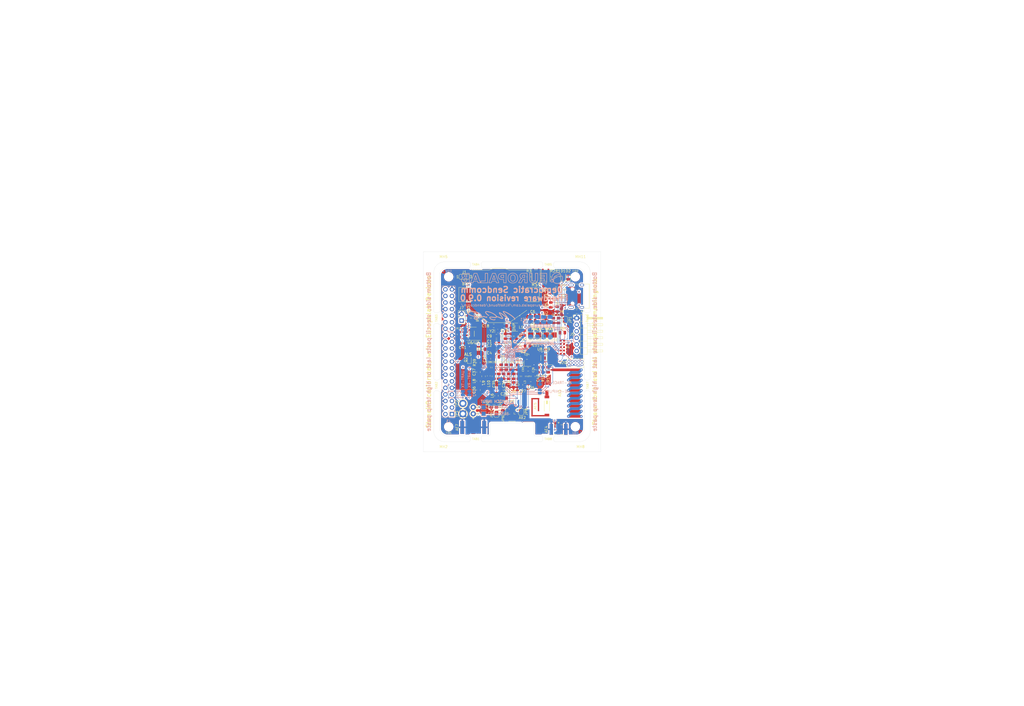
<source format=kicad_pcb>
(kicad_pcb (version 20171130) (host pcbnew 5.1.5+dfsg1-2build2)

  (general
    (thickness 1.6)
    (drawings 115)
    (tracks 1089)
    (zones 0)
    (modules 137)
    (nets 132)
  )

  (page A3)
  (title_block
    (title "Democratic Sendcomm")
    (date 2020-12-08)
    (rev 0.9.1)
    (company "Europalab Devices")
    (comment 1 "Copyright © 2020, Europalab Devices")
    (comment 2 "Fulfilling requirements of 20200210")
    (comment 3 "Pending quality assurance testing")
    (comment 4 "Release revision for manufacturing")
  )

  (layers
    (0 F.Cu signal)
    (1 In1.Cu signal)
    (2 In2.Cu signal)
    (31 B.Cu signal)
    (34 B.Paste user)
    (35 F.Paste user)
    (36 B.SilkS user)
    (37 F.SilkS user)
    (38 B.Mask user)
    (39 F.Mask user)
    (40 Dwgs.User user)
    (41 Cmts.User user)
    (44 Edge.Cuts user)
    (45 Margin user)
    (46 B.CrtYd user)
    (47 F.CrtYd user)
    (48 B.Fab user)
    (49 F.Fab user)
  )

  (setup
    (last_trace_width 0.127)
    (user_trace_width 0.1016)
    (user_trace_width 0.127)
    (user_trace_width 0.2)
    (trace_clearance 0.09)
    (zone_clearance 0.508)
    (zone_45_only no)
    (trace_min 0.09)
    (via_size 0.356)
    (via_drill 0.2)
    (via_min_size 0.356)
    (via_min_drill 0.2)
    (user_via 0.45 0.2)
    (user_via 0.6 0.3)
    (uvia_size 0.45)
    (uvia_drill 0.1)
    (uvias_allowed no)
    (uvia_min_size 0.45)
    (uvia_min_drill 0.1)
    (edge_width 0.1)
    (segment_width 0.1)
    (pcb_text_width 0.25)
    (pcb_text_size 1 1)
    (mod_edge_width 0.15)
    (mod_text_size 1 1)
    (mod_text_width 0.15)
    (pad_size 2 1.5)
    (pad_drill 0)
    (pad_to_mask_clearance 0)
    (aux_axis_origin 0 0)
    (visible_elements 7FFFFFFF)
    (pcbplotparams
      (layerselection 0x313fc_ffffffff)
      (usegerberextensions true)
      (usegerberattributes false)
      (usegerberadvancedattributes false)
      (creategerberjobfile false)
      (excludeedgelayer true)
      (linewidth 0.150000)
      (plotframeref false)
      (viasonmask false)
      (mode 1)
      (useauxorigin false)
      (hpglpennumber 1)
      (hpglpenspeed 20)
      (hpglpendiameter 15.000000)
      (psnegative false)
      (psa4output false)
      (plotreference true)
      (plotvalue true)
      (plotinvisibletext false)
      (padsonsilk false)
      (subtractmaskfromsilk false)
      (outputformat 1)
      (mirror false)
      (drillshape 0)
      (scaleselection 1)
      (outputdirectory "fabsingle"))
  )

  (net 0 "")
  (net 1 GND)
  (net 2 "Net-(AE1-Pad1)")
  (net 3 /Sheet5F53D5B4/RFSWPWR)
  (net 4 "Net-(C8-Pad1)")
  (net 5 /Sheet5F53D5B4/POWAMP)
  (net 6 "Net-(C13-Pad1)")
  (net 7 /Sheet5F53D5B4/HFOUT)
  (net 8 +3V3)
  (net 9 "Net-(C29-Pad1)")
  (net 10 /Sheet5F53D5B4/HPOUT)
  (net 11 /Sheet5F53D5B4/HFIN)
  (net 12 /Sheet5F53D5B4/BANDSEL)
  (net 13 "Net-(BT1-Pad1)")
  (net 14 /Sheet5F53D5B4/USB_BUS)
  (net 15 "Net-(C33-Pad1)")
  (net 16 "Net-(C34-Pad1)")
  (net 17 /Sheet5F53D5B4/CMDRST)
  (net 18 "Net-(D1-Pad2)")
  (net 19 "Net-(D1-Pad1)")
  (net 20 "Net-(D2-Pad1)")
  (net 21 "Net-(D2-Pad2)")
  (net 22 /Sheet5F53D5B4/USB_P)
  (net 23 /Sheet5F53D5B4/USB_N)
  (net 24 /Sheet60040980/ID_SD)
  (net 25 /Sheet60040980/ID_SC)
  (net 26 /Sheet5F53D5B4/SWDCLK)
  (net 27 "Net-(J3-Pad7)")
  (net 28 "Net-(J3-Pad8)")
  (net 29 "Net-(J4-Pad6)")
  (net 30 /Sheet5F53D5B4/CN_VBAT)
  (net 31 /Sheet5F53D5B4/XCEIV)
  (net 32 "Net-(AE5-Pad2)")
  (net 33 "Net-(C1-Pad1)")
  (net 34 "Net-(C7-Pad1)")
  (net 35 "Net-(C14-Pad1)")
  (net 36 "Net-(C17-Pad1)")
  (net 37 "Net-(C18-Pad2)")
  (net 38 "Net-(C19-Pad2)")
  (net 39 "Net-(C23-Pad2)")
  (net 40 "Net-(C23-Pad1)")
  (net 41 "Net-(C24-Pad1)")
  (net 42 "Net-(C24-Pad2)")
  (net 43 "Net-(C29-Pad2)")
  (net 44 "Net-(C33-Pad2)")
  (net 45 "Net-(C35-Pad2)")
  (net 46 "Net-(C40-Pad1)")
  (net 47 "Net-(J2-PadB5)")
  (net 48 "Net-(J2-PadA8)")
  (net 49 "Net-(J2-PadA5)")
  (net 50 "Net-(J2-PadB8)")
  (net 51 "Net-(J2-PadA4)")
  (net 52 "Net-(J3-Pad2)")
  (net 53 "Net-(J3-Pad3)")
  (net 54 "Net-(J3-Pad4)")
  (net 55 "Net-(J3-Pad5)")
  (net 56 "Net-(J3-Pad10)")
  (net 57 "Net-(J3-Pad11)")
  (net 58 "Net-(J3-Pad12)")
  (net 59 "Net-(J3-Pad13)")
  (net 60 "Net-(J3-Pad15)")
  (net 61 "Net-(J3-Pad16)")
  (net 62 "Net-(J3-Pad18)")
  (net 63 "Net-(J3-Pad19)")
  (net 64 "Net-(J3-Pad21)")
  (net 65 "Net-(J3-Pad22)")
  (net 66 "Net-(J3-Pad23)")
  (net 67 "Net-(J3-Pad24)")
  (net 68 "Net-(J3-Pad26)")
  (net 69 "Net-(J3-Pad29)")
  (net 70 "Net-(J3-Pad31)")
  (net 71 "Net-(J3-Pad32)")
  (net 72 "Net-(J3-Pad33)")
  (net 73 "Net-(J3-Pad35)")
  (net 74 "Net-(J3-Pad36)")
  (net 75 "Net-(J3-Pad37)")
  (net 76 "Net-(J3-Pad38)")
  (net 77 "Net-(J3-Pad40)")
  (net 78 "Net-(J4-Pad7)")
  (net 79 "Net-(J4-Pad8)")
  (net 80 "Net-(J5-Pad2)")
  (net 81 "Net-(J5-Pad3)")
  (net 82 "Net-(J5-Pad6)")
  (net 83 "Net-(J6-Pad1)")
  (net 84 "Net-(L1-Pad2)")
  (net 85 "Net-(R3-Pad1)")
  (net 86 "Net-(R4-Pad1)")
  (net 87 "Net-(R4-Pad2)")
  (net 88 "Net-(U2-Pad5)")
  (net 89 "Net-(U3-PadG1)")
  (net 90 "Net-(U3-PadH1)")
  (net 91 "Net-(U3-PadE3)")
  (net 92 "Net-(U3-PadE4)")
  (net 93 "Net-(U3-PadF4)")
  (net 94 "Net-(U3-PadE5)")
  (net 95 "Net-(U3-PadC7)")
  (net 96 "Net-(U3-PadD7)")
  (net 97 "Net-(U3-PadD8)")
  (net 98 "Net-(U5-Pad3)")
  (net 99 "Net-(U5-Pad4)")
  (net 100 "Net-(U8-Pad7)")
  (net 101 "Net-(U8-Pad3)")
  (net 102 "Net-(U8-Pad2)")
  (net 103 "Net-(U8-Pad1)")
  (net 104 "Net-(U9-Pad1)")
  (net 105 "Net-(U9-Pad2)")
  (net 106 "Net-(U9-Pad3)")
  (net 107 "Net-(U9-Pad7)")
  (net 108 /Sheet5F53D5B4/SWDIO)
  (net 109 "Net-(AE2-Pad1)")
  (net 110 "Net-(AE4-Pad1)")
  (net 111 "Net-(AE5-Pad1)")
  (net 112 "Net-(AE7-Pad1)")
  (net 113 "Net-(JP10-Pad1)")
  (net 114 "Net-(J6-Pad2)")
  (net 115 "Net-(J6-Pad3)")
  (net 116 "Net-(J6-Pad4)")
  (net 117 "Net-(J6-Pad5)")
  (net 118 "Net-(J6-Pad6)")
  (net 119 "Net-(J6-Pad7)")
  (net 120 "Net-(J6-Pad8)")
  (net 121 "Net-(J7-Pad1)")
  (net 122 "Net-(C94-Pad1)")
  (net 123 "Net-(C95-Pad1)")
  (net 124 /TP_SCL)
  (net 125 /TP_SDA)
  (net 126 "Net-(J20-Pad6)")
  (net 127 "Net-(J20-Pad7)")
  (net 128 "Net-(J20-Pad8)")
  (net 129 "Net-(Q2-Pad2)")
  (net 130 EXT_UART_TX)
  (net 131 EXT_UART_RX)

  (net_class Default "This is the default net class."
    (clearance 0.09)
    (trace_width 0.09)
    (via_dia 0.356)
    (via_drill 0.2)
    (uvia_dia 0.45)
    (uvia_drill 0.1)
    (add_net +3V3)
    (add_net /Sheet5F53D5B4/BANDSEL)
    (add_net /Sheet5F53D5B4/CMDRST)
    (add_net /Sheet5F53D5B4/CN_VBAT)
    (add_net /Sheet5F53D5B4/HFIN)
    (add_net /Sheet5F53D5B4/HFOUT)
    (add_net /Sheet5F53D5B4/HPOUT)
    (add_net /Sheet5F53D5B4/POWAMP)
    (add_net /Sheet5F53D5B4/RFSWPWR)
    (add_net /Sheet5F53D5B4/SWDCLK)
    (add_net /Sheet5F53D5B4/SWDIO)
    (add_net /Sheet5F53D5B4/USB_BUS)
    (add_net /Sheet5F53D5B4/USB_N)
    (add_net /Sheet5F53D5B4/USB_P)
    (add_net /Sheet5F53D5B4/XCEIV)
    (add_net /Sheet60040980/ID_SC)
    (add_net /Sheet60040980/ID_SD)
    (add_net /TP_SCL)
    (add_net /TP_SDA)
    (add_net EXT_UART_RX)
    (add_net EXT_UART_TX)
    (add_net GND)
    (add_net "Net-(AE1-Pad1)")
    (add_net "Net-(AE2-Pad1)")
    (add_net "Net-(AE4-Pad1)")
    (add_net "Net-(AE5-Pad1)")
    (add_net "Net-(AE5-Pad2)")
    (add_net "Net-(AE7-Pad1)")
    (add_net "Net-(BT1-Pad1)")
    (add_net "Net-(C1-Pad1)")
    (add_net "Net-(C13-Pad1)")
    (add_net "Net-(C14-Pad1)")
    (add_net "Net-(C17-Pad1)")
    (add_net "Net-(C18-Pad2)")
    (add_net "Net-(C19-Pad2)")
    (add_net "Net-(C23-Pad1)")
    (add_net "Net-(C23-Pad2)")
    (add_net "Net-(C24-Pad1)")
    (add_net "Net-(C24-Pad2)")
    (add_net "Net-(C29-Pad1)")
    (add_net "Net-(C29-Pad2)")
    (add_net "Net-(C33-Pad1)")
    (add_net "Net-(C33-Pad2)")
    (add_net "Net-(C34-Pad1)")
    (add_net "Net-(C35-Pad2)")
    (add_net "Net-(C40-Pad1)")
    (add_net "Net-(C7-Pad1)")
    (add_net "Net-(C8-Pad1)")
    (add_net "Net-(C94-Pad1)")
    (add_net "Net-(C95-Pad1)")
    (add_net "Net-(D1-Pad1)")
    (add_net "Net-(D1-Pad2)")
    (add_net "Net-(D2-Pad1)")
    (add_net "Net-(D2-Pad2)")
    (add_net "Net-(J2-PadA4)")
    (add_net "Net-(J2-PadA5)")
    (add_net "Net-(J2-PadA8)")
    (add_net "Net-(J2-PadB5)")
    (add_net "Net-(J2-PadB8)")
    (add_net "Net-(J20-Pad6)")
    (add_net "Net-(J20-Pad7)")
    (add_net "Net-(J20-Pad8)")
    (add_net "Net-(J3-Pad10)")
    (add_net "Net-(J3-Pad11)")
    (add_net "Net-(J3-Pad12)")
    (add_net "Net-(J3-Pad13)")
    (add_net "Net-(J3-Pad15)")
    (add_net "Net-(J3-Pad16)")
    (add_net "Net-(J3-Pad18)")
    (add_net "Net-(J3-Pad19)")
    (add_net "Net-(J3-Pad2)")
    (add_net "Net-(J3-Pad21)")
    (add_net "Net-(J3-Pad22)")
    (add_net "Net-(J3-Pad23)")
    (add_net "Net-(J3-Pad24)")
    (add_net "Net-(J3-Pad26)")
    (add_net "Net-(J3-Pad29)")
    (add_net "Net-(J3-Pad3)")
    (add_net "Net-(J3-Pad31)")
    (add_net "Net-(J3-Pad32)")
    (add_net "Net-(J3-Pad33)")
    (add_net "Net-(J3-Pad35)")
    (add_net "Net-(J3-Pad36)")
    (add_net "Net-(J3-Pad37)")
    (add_net "Net-(J3-Pad38)")
    (add_net "Net-(J3-Pad4)")
    (add_net "Net-(J3-Pad40)")
    (add_net "Net-(J3-Pad5)")
    (add_net "Net-(J3-Pad7)")
    (add_net "Net-(J3-Pad8)")
    (add_net "Net-(J4-Pad6)")
    (add_net "Net-(J4-Pad7)")
    (add_net "Net-(J4-Pad8)")
    (add_net "Net-(J5-Pad2)")
    (add_net "Net-(J5-Pad3)")
    (add_net "Net-(J5-Pad6)")
    (add_net "Net-(J6-Pad1)")
    (add_net "Net-(J6-Pad2)")
    (add_net "Net-(J6-Pad3)")
    (add_net "Net-(J6-Pad4)")
    (add_net "Net-(J6-Pad5)")
    (add_net "Net-(J6-Pad6)")
    (add_net "Net-(J6-Pad7)")
    (add_net "Net-(J6-Pad8)")
    (add_net "Net-(J7-Pad1)")
    (add_net "Net-(JP10-Pad1)")
    (add_net "Net-(L1-Pad2)")
    (add_net "Net-(Q2-Pad2)")
    (add_net "Net-(R3-Pad1)")
    (add_net "Net-(R4-Pad1)")
    (add_net "Net-(R4-Pad2)")
    (add_net "Net-(U2-Pad5)")
    (add_net "Net-(U3-PadC7)")
    (add_net "Net-(U3-PadD7)")
    (add_net "Net-(U3-PadD8)")
    (add_net "Net-(U3-PadE3)")
    (add_net "Net-(U3-PadE4)")
    (add_net "Net-(U3-PadE5)")
    (add_net "Net-(U3-PadF4)")
    (add_net "Net-(U3-PadG1)")
    (add_net "Net-(U3-PadH1)")
    (add_net "Net-(U5-Pad3)")
    (add_net "Net-(U5-Pad4)")
    (add_net "Net-(U8-Pad1)")
    (add_net "Net-(U8-Pad2)")
    (add_net "Net-(U8-Pad3)")
    (add_net "Net-(U8-Pad7)")
    (add_net "Net-(U9-Pad1)")
    (add_net "Net-(U9-Pad2)")
    (add_net "Net-(U9-Pad3)")
    (add_net "Net-(U9-Pad7)")
  )

  (net_class Power ""
    (clearance 0.2)
    (trace_width 0.5)
    (via_dia 1)
    (via_drill 0.7)
    (uvia_dia 0.5)
    (uvia_drill 0.1)
  )

  (module Elabdev:Meinkuerzel_signature_480DPI (layer B.Cu) (tedit 0) (tstamp 5FBE809B)
    (at 202 134 180)
    (fp_text reference G1 (at 0 0) (layer B.SilkS) hide
      (effects (font (size 1.524 1.524) (thickness 0.3)) (justify mirror))
    )
    (fp_text value Meinkuerzel_signature (at 0.75 0) (layer B.SilkS) hide
      (effects (font (size 1.524 1.524) (thickness 0.3)) (justify mirror))
    )
    (fp_poly (pts (xy 7.849084 1.675651) (xy 8.303148 1.632827) (xy 8.685942 1.550363) (xy 8.876057 1.481326)
      (xy 9.07938 1.34976) (xy 9.204465 1.178624) (xy 9.241225 0.986809) (xy 9.210768 0.854557)
      (xy 9.078684 0.643748) (xy 8.864557 0.429964) (xy 8.589687 0.233059) (xy 8.471807 0.165759)
      (xy 8.232808 0.053863) (xy 7.923436 -0.068816) (xy 7.576824 -0.190996) (xy 7.226108 -0.301392)
      (xy 6.904421 -0.388723) (xy 6.731621 -0.426811) (xy 6.398868 -0.490816) (xy 6.556265 -0.586535)
      (xy 6.736632 -0.743549) (xy 6.819572 -0.938245) (xy 6.82625 -1.022915) (xy 6.780462 -1.15416)
      (xy 6.660466 -1.295963) (xy 6.49231 -1.424979) (xy 6.30204 -1.517866) (xy 6.258842 -1.531402)
      (xy 6.0446 -1.569955) (xy 5.805186 -1.581627) (xy 5.582286 -1.566858) (xy 5.417587 -1.526091)
      (xy 5.409578 -1.522402) (xy 5.285381 -1.409276) (xy 5.232727 -1.237525) (xy 5.243042 -1.133742)
      (xy 5.545646 -1.133742) (xy 5.569322 -1.243922) (xy 5.599007 -1.270742) (xy 5.725804 -1.30367)
      (xy 5.911501 -1.301091) (xy 6.117136 -1.267785) (xy 6.303743 -1.20853) (xy 6.368163 -1.176419)
      (xy 6.483421 -1.090411) (xy 6.547775 -1.006994) (xy 6.550669 -0.996984) (xy 6.519163 -0.903747)
      (xy 6.404517 -0.814537) (xy 6.229026 -0.742568) (xy 6.060328 -0.706358) (xy 5.903418 -0.693399)
      (xy 5.806355 -0.717484) (xy 5.726223 -0.79035) (xy 5.718194 -0.79992) (xy 5.596762 -0.979847)
      (xy 5.545646 -1.133742) (xy 5.243042 -1.133742) (xy 5.253531 -1.028227) (xy 5.344918 -0.810631)
      (xy 5.442538 -0.642303) (xy 5.295353 -0.646487) (xy 5.12125 -0.625399) (xy 5.035885 -0.550663)
      (xy 5.027083 -0.501447) (xy 5.075804 -0.410776) (xy 5.222941 -0.351671) (xy 5.469958 -0.32355)
      (xy 5.476875 -0.323261) (xy 5.599677 -0.314345) (xy 5.697993 -0.289875) (xy 5.794712 -0.235966)
      (xy 5.912725 -0.138734) (xy 6.074923 0.015705) (xy 6.138333 0.077935) (xy 6.357426 0.284825)
      (xy 6.520758 0.415811) (xy 6.63982 0.476704) (xy 6.726105 0.473318) (xy 6.791106 0.411464)
      (xy 6.792772 0.408883) (xy 6.813029 0.349999) (xy 6.787897 0.281807) (xy 6.704882 0.184844)
      (xy 6.561666 0.048946) (xy 6.270625 -0.217166) (xy 6.532899 -0.183078) (xy 6.900304 -0.115245)
      (xy 7.289474 -0.008645) (xy 7.678243 0.127507) (xy 8.044445 0.283994) (xy 8.365914 0.451601)
      (xy 8.620483 0.621112) (xy 8.749193 0.738377) (xy 8.856936 0.865956) (xy 8.92727 0.965202)
      (xy 8.942916 1.001728) (xy 8.895983 1.084773) (xy 8.773369 1.176095) (xy 8.602358 1.259484)
      (xy 8.410231 1.318727) (xy 8.408998 1.318992) (xy 8.149682 1.354937) (xy 7.8128 1.371973)
      (xy 7.424917 1.370093) (xy 7.012599 1.349291) (xy 6.686734 1.319437) (xy 6.066773 1.222977)
      (xy 5.517194 1.081213) (xy 5.043989 0.897075) (xy 4.653152 0.673494) (xy 4.350673 0.413401)
      (xy 4.142546 0.119727) (xy 4.114637 0.061443) (xy 4.047094 -0.15251) (xy 4.06025 -0.336634)
      (xy 4.160207 -0.518581) (xy 4.270456 -0.644496) (xy 4.390411 -0.79173) (xy 4.431252 -0.900383)
      (xy 4.427296 -0.922309) (xy 4.357272 -0.99719) (xy 4.242023 -0.977517) (xy 4.082983 -0.863726)
      (xy 4.010682 -0.795217) (xy 3.879838 -0.680755) (xy 3.765594 -0.608691) (xy 3.712637 -0.594925)
      (xy 3.6215 -0.594723) (xy 3.455888 -0.585507) (xy 3.246599 -0.569127) (xy 3.175 -0.562633)
      (xy 2.951086 -0.544014) (xy 2.793821 -0.54282) (xy 2.664643 -0.565021) (xy 2.524987 -0.61659)
      (xy 2.371034 -0.687127) (xy 2.100169 -0.795663) (xy 1.89262 -0.837972) (xy 1.841867 -0.837015)
      (xy 1.72083 -0.812158) (xy 1.663036 -0.745697) (xy 1.637803 -0.635) (xy 1.623821 -0.491701)
      (xy 1.628566 -0.389706) (xy 1.630235 -0.383646) (xy 1.692219 -0.322789) (xy 1.789679 -0.330876)
      (xy 1.885465 -0.399867) (xy 1.916539 -0.445597) (xy 1.984375 -0.573694) (xy 2.371569 -0.384068)
      (xy 2.758764 -0.194442) (xy 3.165319 -0.256321) (xy 3.413597 -0.293214) (xy 3.576071 -0.310583)
      (xy 3.67165 -0.304292) (xy 3.719238 -0.270208) (xy 3.737742 -0.204195) (xy 3.744012 -0.129767)
      (xy 3.817818 0.177969) (xy 3.989413 0.470621) (xy 4.251219 0.74303) (xy 4.595656 0.99004)
      (xy 5.015149 1.206492) (xy 5.502117 1.387229) (xy 6.048984 1.527094) (xy 6.228561 1.561184)
      (xy 6.794861 1.64034) (xy 7.340678 1.678326) (xy 7.849084 1.675651)) (layer B.SilkS) (width 0.01))
    (fp_poly (pts (xy -4.580024 1.756567) (xy -4.544854 1.74305) (xy -4.466016 1.67622) (xy -4.437143 1.580417)
      (xy -4.461964 1.447967) (xy -4.544204 1.271201) (xy -4.68759 1.042447) (xy -4.895848 0.754033)
      (xy -5.172705 0.39829) (xy -5.237349 0.3175) (xy -5.411926 0.098408) (xy -5.577817 -0.112809)
      (xy -5.714811 -0.290245) (xy -5.794689 -0.396875) (xy -5.948296 -0.608542) (xy -5.791961 -0.468507)
      (xy -5.700695 -0.392772) (xy -5.541009 -0.266466) (xy -5.329307 -0.10231) (xy -5.081994 0.086977)
      (xy -4.815472 0.288675) (xy -4.815417 0.288716) (xy -4.345432 0.631252) (xy -3.946225 0.897872)
      (xy -3.615767 1.089474) (xy -3.352032 1.206955) (xy -3.152989 1.251211) (xy -3.016612 1.223138)
      (xy -2.940872 1.123633) (xy -2.939055 1.118116) (xy -2.92791 1.023519) (xy -2.955738 0.908417)
      (xy -3.029742 0.759005) (xy -3.157121 0.561475) (xy -3.345079 0.302021) (xy -3.409058 0.217037)
      (xy -3.654587 -0.113597) (xy -3.860834 -0.404313) (xy -4.022275 -0.646491) (xy -4.133388 -0.831509)
      (xy -4.188652 -0.950744) (xy -4.185335 -0.994958) (xy -4.120655 -0.981486) (xy -3.976478 -0.932768)
      (xy -3.770527 -0.855371) (xy -3.520529 -0.755864) (xy -3.349225 -0.685128) (xy -3.06462 -0.570045)
      (xy -2.797019 -0.469163) (xy -2.569108 -0.390505) (xy -2.403576 -0.342097) (xy -2.349431 -0.331513)
      (xy -2.183877 -0.291941) (xy -2.07811 -0.206425) (xy -2.041672 -0.151915) (xy -1.850086 0.096101)
      (xy -1.567603 0.354844) (xy -1.207453 0.616123) (xy -0.78287 0.87175) (xy -0.307084 1.113536)
      (xy 0.206672 1.333293) (xy 0.574448 1.467145) (xy 0.853452 1.556991) (xy 1.074831 1.61415)
      (xy 1.278935 1.645957) (xy 1.506112 1.659747) (xy 1.647661 1.662241) (xy 1.89537 1.661355)
      (xy 2.061526 1.650821) (xy 2.170245 1.626908) (xy 2.245641 1.585888) (xy 2.269431 1.566069)
      (xy 2.364656 1.413892) (xy 2.378536 1.21834) (xy 2.31231 1.002224) (xy 2.231511 0.867835)
      (xy 2.055394 0.653788) (xy 1.846452 0.444397) (xy 1.622129 0.252501) (xy 1.399873 0.090942)
      (xy 1.19713 -0.02744) (xy 1.031346 -0.089804) (xy 0.931657 -0.088852) (xy 0.853749 -0.025156)
      (xy 0.874571 0.06423) (xy 0.991583 0.174246) (xy 1.09802 0.242886) (xy 1.314624 0.387246)
      (xy 1.527802 0.560014) (xy 1.72429 0.746283) (xy 1.890825 0.931146) (xy 2.014146 1.099697)
      (xy 2.080988 1.237027) (xy 2.078088 1.32823) (xy 2.071165 1.336667) (xy 1.954541 1.387475)
      (xy 1.756832 1.400928) (xy 1.494763 1.380087) (xy 1.185063 1.328013) (xy 0.844457 1.247766)
      (xy 0.489674 1.142406) (xy 0.137439 1.014995) (xy -0.00172 0.957368) (xy -0.385109 0.777304)
      (xy -0.74297 0.581237) (xy -1.065571 0.377182) (xy -1.343179 0.173152) (xy -1.566062 -0.022838)
      (xy -1.724487 -0.202776) (xy -1.808722 -0.358647) (xy -1.809035 -0.482438) (xy -1.789329 -0.514562)
      (xy -1.69188 -0.558953) (xy -1.49842 -0.578536) (xy -1.2158 -0.573404) (xy -0.850872 -0.543648)
      (xy -0.464887 -0.496867) (xy -0.056607 -0.452123) (xy 0.260382 -0.442712) (xy 0.494773 -0.469264)
      (xy 0.655256 -0.532408) (xy 0.714552 -0.58228) (xy 0.776217 -0.725165) (xy 0.746162 -0.908878)
      (xy 0.632079 -1.115352) (xy 0.45893 -1.290216) (xy 0.2117 -1.450188) (xy -0.085638 -1.588107)
      (xy -0.409112 -1.696809) (xy -0.734748 -1.769134) (xy -1.038572 -1.797919) (xy -1.296612 -1.776003)
      (xy -1.42875 -1.731015) (xy -1.546706 -1.617759) (xy -1.577815 -1.519827) (xy -1.560687 -1.389395)
      (xy -1.486335 -1.336349) (xy -1.378138 -1.369493) (xy -1.317893 -1.421952) (xy -1.19986 -1.505637)
      (xy -1.092449 -1.534584) (xy -0.859949 -1.513387) (xy -0.579373 -1.457345) (xy -0.297878 -1.377776)
      (xy -0.068589 -1.288836) (xy 0.116249 -1.181832) (xy 0.284174 -1.050661) (xy 0.411262 -0.917533)
      (xy 0.473586 -0.804658) (xy 0.47625 -0.783054) (xy 0.425256 -0.757675) (xy 0.277287 -0.748743)
      (xy 0.039858 -0.755912) (xy -0.279513 -0.778835) (xy -0.673311 -0.817167) (xy -0.956033 -0.849048)
      (xy -1.308534 -0.882196) (xy -1.57585 -0.8857) (xy -1.774982 -0.85746) (xy -1.922933 -0.795374)
      (xy -2.017888 -0.717835) (xy -2.096716 -0.653738) (xy -2.190635 -0.62131) (xy -2.313833 -0.623423)
      (xy -2.480498 -0.662945) (xy -2.704818 -0.742748) (xy -3.00098 -0.865702) (xy -3.216817 -0.960383)
      (xy -3.585839 -1.11854) (xy -3.874386 -1.227749) (xy -4.094462 -1.290524) (xy -4.258069 -1.309381)
      (xy -4.377212 -1.286836) (xy -4.463891 -1.225404) (xy -4.466704 -1.222337) (xy -4.518051 -1.14061)
      (xy -4.530831 -1.040781) (xy -4.500098 -0.912213) (xy -4.420902 -0.744269) (xy -4.288295 -0.526313)
      (xy -4.097327 -0.247708) (xy -3.863138 0.07498) (xy -3.679345 0.325213) (xy -3.519393 0.545064)
      (xy -3.393108 0.720859) (xy -3.310313 0.838921) (xy -3.280834 0.885525) (xy -3.323557 0.888476)
      (xy -3.399896 0.869711) (xy -3.542096 0.805036) (xy -3.750284 0.678102) (xy -4.027571 0.486762)
      (xy -4.377062 0.228867) (xy -4.801868 -0.097732) (xy -4.81991 -0.111817) (xy -5.187034 -0.396401)
      (xy -5.482932 -0.620081) (xy -5.717862 -0.789492) (xy -5.902078 -0.911266) (xy -6.045837 -0.99204)
      (xy -6.159396 -1.038447) (xy -6.25301 -1.057121) (xy -6.283148 -1.058333) (xy -6.40378 -1.045849)
      (xy -6.450441 -0.994435) (xy -6.455563 -0.939271) (xy -6.445942 -0.865735) (xy -6.412644 -0.776476)
      (xy -6.348546 -0.66103) (xy -6.24652 -0.508935) (xy -6.099443 -0.309727) (xy -5.90019 -0.052942)
      (xy -5.641635 0.271882) (xy -5.570553 0.360397) (xy -5.363566 0.620769) (xy -5.174974 0.863504)
      (xy -5.016826 1.072659) (xy -4.901172 1.23229) (xy -4.84006 1.326453) (xy -4.839117 1.328251)
      (xy -4.786636 1.436383) (xy -4.790145 1.473528) (xy -4.856494 1.462433) (xy -4.877731 1.456477)
      (xy -4.973599 1.420322) (xy -5.140081 1.348706) (xy -5.352621 1.252468) (xy -5.55625 1.156974)
      (xy -6.094525 0.881508) (xy -6.644499 0.565345) (xy -7.182748 0.223911) (xy -7.685848 -0.12737)
      (xy -8.130378 -0.473072) (xy -8.424687 -0.732038) (xy -8.650145 -0.95487) (xy -8.800069 -1.131002)
      (xy -8.884377 -1.276175) (xy -8.912984 -1.406131) (xy -8.905425 -1.495188) (xy -8.906488 -1.61853)
      (xy -8.964006 -1.672137) (xy -9.075823 -1.672519) (xy -9.156792 -1.593028) (xy -9.200558 -1.456755)
      (xy -9.200763 -1.286789) (xy -9.151052 -1.106218) (xy -9.131299 -1.06447) (xy -9.024915 -0.913844)
      (xy -8.843627 -0.718433) (xy -8.601654 -0.490528) (xy -8.313213 -0.242422) (xy -7.992524 0.013592)
      (xy -7.653804 0.265222) (xy -7.3545 0.471681) (xy -6.896098 0.764541) (xy -6.449337 1.028776)
      (xy -6.024338 1.259805) (xy -5.631223 1.453048) (xy -5.280112 1.603926) (xy -4.981128 1.707858)
      (xy -4.744392 1.760265) (xy -4.580024 1.756567)) (layer B.SilkS) (width 0.01))
  )

  (module Elabdev:Panel_Mousetab_25mm_Single (layer F.Cu) (tedit 5CD9E59A) (tstamp 5FBE7343)
    (at 224 114.25 270)
    (path /5CD5C3A7)
    (fp_text reference TAB5 (at 0 0 180) (layer F.SilkS)
      (effects (font (size 0.8 0.8) (thickness 0.13)))
    )
    (fp_text value Pantab (at 0 -3.5 270) (layer F.Fab)
      (effects (font (size 1 1) (thickness 0.15)))
    )
    (fp_line (start -2.1 -2.6) (end 2.1 -2.6) (layer F.CrtYd) (width 0.15))
    (fp_line (start -2.1 2.6) (end -2.1 -2.6) (layer F.CrtYd) (width 0.15))
    (fp_line (start 2.1 2.6) (end -2.1 2.6) (layer F.CrtYd) (width 0.15))
    (fp_line (start 2.1 -2.6) (end 2.1 2.6) (layer F.CrtYd) (width 0.15))
    (fp_line (start -1.25 -2.2) (end -1.25 2.2) (layer F.Fab) (width 0.15))
    (fp_line (start 1.25 -2.2) (end 1.25 2.2) (layer F.Fab) (width 0.15))
    (pad "" np_thru_hole circle (at 1.35 -2 270) (size 0.5 0.5) (drill 0.5) (layers *.Cu))
    (pad "" np_thru_hole circle (at 1.35 -1.2 270) (size 0.5 0.5) (drill 0.5) (layers *.Cu))
    (pad "" np_thru_hole circle (at 1.35 -0.4 270) (size 0.5 0.5) (drill 0.5) (layers *.Cu))
    (pad "" np_thru_hole circle (at 1.35 0.4 270) (size 0.5 0.5) (drill 0.5) (layers *.Cu))
    (pad "" np_thru_hole circle (at 1.35 1.2 270) (size 0.5 0.5) (drill 0.5) (layers *.Cu))
    (pad "" np_thru_hole circle (at 1.35 2 270) (size 0.5 0.5) (drill 0.5) (layers *.Cu))
  )

  (module Elabdev:Elablogoslk-Gfx (layer B.Cu) (tedit 0) (tstamp 5FBDF7AF)
    (at 210 119.5 180)
    (fp_text reference G** (at 0 0) (layer B.SilkS) hide
      (effects (font (size 1.524 1.524) (thickness 0.3)) (justify mirror))
    )
    (fp_text value Elablogoslk (at 0.75 0) (layer B.SilkS) hide
      (effects (font (size 1.524 1.524) (thickness 0.3)) (justify mirror))
    )
    (fp_poly (pts (xy -15.405836 -0.675184) (xy -15.287483 -0.702055) (xy -15.188143 -0.754619) (xy -15.108772 -0.827765)
      (xy -15.050327 -0.916382) (xy -15.013763 -1.015359) (xy -15.000037 -1.119584) (xy -15.010104 -1.223945)
      (xy -15.04492 -1.323332) (xy -15.105441 -1.412633) (xy -15.192623 -1.486737) (xy -15.24833 -1.517344)
      (xy -15.356716 -1.550357) (xy -15.476625 -1.557984) (xy -15.592872 -1.539403) (xy -15.602283 -1.53653)
      (xy -15.678123 -1.497127) (xy -15.752493 -1.432517) (xy -15.815972 -1.352895) (xy -15.859141 -1.268459)
      (xy -15.864155 -1.2531) (xy -15.88425 -1.176683) (xy -15.891257 -1.117668) (xy -15.885212 -1.059627)
      (xy -15.866149 -0.986134) (xy -15.864727 -0.981328) (xy -15.815988 -0.8777) (xy -15.739972 -0.790432)
      (xy -15.643773 -0.72426) (xy -15.534487 -0.683915) (xy -15.419207 -0.674131) (xy -15.405836 -0.675184)) (layer B.Mask) (width 0.01))
    (fp_poly (pts (xy 17.476107 1.827609) (xy 17.687258 1.825899) (xy 17.865618 1.824237) (xy 18.014678 1.822477)
      (xy 18.137934 1.82047) (xy 18.238879 1.818068) (xy 18.321005 1.815122) (xy 18.387806 1.811484)
      (xy 18.442776 1.807007) (xy 18.489407 1.801541) (xy 18.531194 1.794939) (xy 18.57163 1.787052)
      (xy 18.6055 1.779685) (xy 18.771822 1.733432) (xy 18.923911 1.673315) (xy 19.054677 1.602656)
      (xy 19.157033 1.524776) (xy 19.164226 1.5179) (xy 19.246251 1.417951) (xy 19.315464 1.294688)
      (xy 19.365371 1.16053) (xy 19.377923 1.109275) (xy 19.39052 1.010407) (xy 19.393203 0.893754)
      (xy 19.386762 0.771789) (xy 19.371983 0.656983) (xy 19.349655 0.561808) (xy 19.341939 0.539811)
      (xy 19.283862 0.430962) (xy 19.19941 0.326298) (xy 19.097976 0.236127) (xy 19.019624 0.185927)
      (xy 18.914298 0.12941) (xy 18.968542 0.109123) (xy 19.093064 0.054672) (xy 19.194891 -0.009335)
      (xy 19.285933 -0.089714) (xy 19.390804 -0.214403) (xy 19.467199 -0.350129) (xy 19.516977 -0.501894)
      (xy 19.541997 -0.674698) (xy 19.545898 -0.789214) (xy 19.53245 -0.987132) (xy 19.491752 -1.163006)
      (xy 19.423278 -1.317328) (xy 19.326496 -1.450588) (xy 19.200879 -1.563277) (xy 19.045898 -1.655885)
      (xy 18.861023 -1.728905) (xy 18.645726 -1.782826) (xy 18.442214 -1.81358) (xy 18.390712 -1.817354)
      (xy 18.307346 -1.820878) (xy 18.196536 -1.82407) (xy 18.062704 -1.826851) (xy 17.910272 -1.829142)
      (xy 17.743659 -1.830864) (xy 17.567287 -1.831936) (xy 17.403536 -1.83228) (xy 16.528143 -1.832429)
      (xy 16.528143 -1.197429) (xy 17.471571 -1.197429) (xy 17.812474 -1.197429) (xy 17.960507 -1.19621)
      (xy 18.077011 -1.192363) (xy 18.166668 -1.185602) (xy 18.234157 -1.175639) (xy 18.257984 -1.170182)
      (xy 18.384709 -1.1231) (xy 18.482481 -1.054854) (xy 18.552639 -0.964254) (xy 18.589417 -0.8761)
      (xy 18.611394 -0.756961) (xy 18.608994 -0.636283) (xy 18.583832 -0.523232) (xy 18.537525 -0.426977)
      (xy 18.502598 -0.383459) (xy 18.44707 -0.333771) (xy 18.385424 -0.294593) (xy 18.312843 -0.264829)
      (xy 18.22451 -0.243381) (xy 18.115607 -0.229153) (xy 17.981316 -0.221046) (xy 17.816821 -0.217964)
      (xy 17.775464 -0.217851) (xy 17.471571 -0.217714) (xy 17.471571 -1.197429) (xy 16.528143 -1.197429)
      (xy 16.528143 1.197428) (xy 17.471571 1.197428) (xy 17.471571 0.417286) (xy 17.804933 0.417286)
      (xy 17.937918 0.418126) (xy 18.040036 0.420891) (xy 18.116671 0.425945) (xy 18.173209 0.433651)
      (xy 18.215035 0.444376) (xy 18.217426 0.445205) (xy 18.319056 0.498467) (xy 18.395331 0.575146)
      (xy 18.444205 0.67085) (xy 18.463631 0.781188) (xy 18.451564 0.901769) (xy 18.443884 0.931299)
      (xy 18.396902 1.030842) (xy 18.322562 1.110813) (xy 18.227195 1.165118) (xy 18.18819 1.177399)
      (xy 18.143627 1.184049) (xy 18.070672 1.189765) (xy 17.977218 1.19415) (xy 17.871155 1.196808)
      (xy 17.790109 1.197428) (xy 17.471571 1.197428) (xy 16.528143 1.197428) (xy 16.528143 1.835008)
      (xy 17.476107 1.827609)) (layer B.Mask) (width 0.01))
    (fp_poly (pts (xy 14.119941 1.828149) (xy 14.684369 1.823357) (xy 15.359475 0) (xy 16.034582 -1.823357)
      (xy 15.571079 -1.828205) (xy 15.445094 -1.82918) (xy 15.331429 -1.829406) (xy 15.235013 -1.828925)
      (xy 15.160777 -1.827781) (xy 15.11365 -1.826018) (xy 15.098562 -1.824039) (xy 15.090052 -1.80483)
      (xy 15.071782 -1.756797) (xy 15.045759 -1.68544) (xy 15.013987 -1.59626) (xy 14.978473 -1.494759)
      (xy 14.977731 -1.49262) (xy 14.865914 -1.170214) (xy 14.120645 -1.165479) (xy 13.375375 -1.160744)
      (xy 13.306737 -1.355979) (xy 13.272699 -1.452448) (xy 13.236904 -1.553325) (xy 13.204622 -1.643779)
      (xy 13.188986 -1.687286) (xy 13.139873 -1.823357) (xy 12.664678 -1.828197) (xy 12.53823 -1.828961)
      (xy 12.425118 -1.828639) (xy 12.329969 -1.827326) (xy 12.257408 -1.825117) (xy 12.212064 -1.822108)
      (xy 12.19843 -1.818559) (xy 12.205849 -1.799875) (xy 12.225002 -1.749455) (xy 12.255032 -1.669593)
      (xy 12.295087 -1.562586) (xy 12.34431 -1.430729) (xy 12.401847 -1.276318) (xy 12.466842 -1.101648)
      (xy 12.538441 -0.909015) (xy 12.615789 -0.700714) (xy 12.69803 -0.479041) (xy 12.702348 -0.467391)
      (xy 13.614056 -0.467391) (xy 13.61958 -0.47467) (xy 13.636172 -0.480187) (xy 13.66764 -0.484184)
      (xy 13.717795 -0.486904) (xy 13.790447 -0.488587) (xy 13.889405 -0.489478) (xy 14.01848 -0.489817)
      (xy 14.115143 -0.489857) (xy 14.270607 -0.489531) (xy 14.392961 -0.488457) (xy 14.485375 -0.486493)
      (xy 14.551022 -0.483496) (xy 14.59307 -0.479323) (xy 14.614692 -0.473831) (xy 14.619171 -0.467179)
      (xy 14.611769 -0.445613) (xy 14.593892 -0.393441) (xy 14.566814 -0.314385) (xy 14.53181 -0.212168)
      (xy 14.490155 -0.090515) (xy 14.443125 0.046852) (xy 14.391994 0.196209) (xy 14.367839 0.266773)
      (xy 14.315439 0.418794) (xy 14.266379 0.559098) (xy 14.221933 0.684192) (xy 14.183374 0.790582)
      (xy 14.151976 0.874778) (xy 14.129011 0.933285) (xy 14.115754 0.96261) (xy 14.11319 0.965273)
      (xy 14.105039 0.945854) (xy 14.08648 0.895813) (xy 14.058824 0.818867) (xy 14.023386 0.718735)
      (xy 13.981478 0.599134) (xy 13.934414 0.463783) (xy 13.883507 0.316398) (xy 13.865167 0.263071)
      (xy 13.813057 0.111504) (xy 13.764295 -0.030104) (xy 13.720215 -0.157901) (xy 13.682146 -0.268036)
      (xy 13.651421 -0.356659) (xy 13.629372 -0.419918) (xy 13.617329 -0.453964) (xy 13.615787 -0.458107)
      (xy 13.614056 -0.467391) (xy 12.702348 -0.467391) (xy 12.784311 -0.246291) (xy 12.842155 -0.090148)
      (xy 12.931409 0.150825) (xy 13.017702 0.38378) (xy 13.100126 0.606258) (xy 13.177768 0.815802)
      (xy 13.249717 1.009954) (xy 13.315063 1.186256) (xy 13.372895 1.34225) (xy 13.422301 1.47548)
      (xy 13.462371 1.583486) (xy 13.492193 1.663811) (xy 13.510857 1.713998) (xy 13.516223 1.728364)
      (xy 13.555513 1.832942) (xy 14.119941 1.828149)) (layer B.Mask) (width 0.01))
    (fp_poly (pts (xy 10.359571 -1.124857) (xy 12.028714 -1.124857) (xy 12.028714 -1.832429) (xy 9.416143 -1.832429)
      (xy 9.416143 1.832429) (xy 10.359571 1.832429) (xy 10.359571 -1.124857)) (layer B.Mask) (width 0.01))
    (fp_poly (pts (xy 8.199353 0.127) (xy 8.288425 -0.113439) (xy 8.374711 -0.34635) (xy 8.457277 -0.569212)
      (xy 8.535188 -0.7795) (xy 8.607508 -0.974691) (xy 8.673302 -1.152261) (xy 8.731636 -1.309687)
      (xy 8.781574 -1.444447) (xy 8.822182 -1.554015) (xy 8.852524 -1.63587) (xy 8.871666 -1.687486)
      (xy 8.876754 -1.701194) (xy 8.925739 -1.83303) (xy 8.45225 -1.828194) (xy 7.97876 -1.823357)
      (xy 7.866169 -1.496786) (xy 7.753577 -1.170214) (xy 6.263113 -1.160744) (xy 6.215979 -1.292479)
      (xy 6.18957 -1.366538) (xy 6.156119 -1.460694) (xy 6.120643 -1.560816) (xy 6.098384 -1.623786)
      (xy 6.027922 -1.823357) (xy 5.555303 -1.828192) (xy 5.082684 -1.833026) (xy 5.109 -1.764692)
      (xy 5.118841 -1.738485) (xy 5.140399 -1.680606) (xy 5.172801 -1.59341) (xy 5.215173 -1.479255)
      (xy 5.26664 -1.3405) (xy 5.32633 -1.1795) (xy 5.393368 -0.998613) (xy 5.46688 -0.800198)
      (xy 5.545992 -0.586611) (xy 5.590624 -0.466084) (xy 6.500383 -0.466084) (xy 6.503747 -0.473226)
      (xy 6.522197 -0.478851) (xy 6.559117 -0.48312) (xy 6.617891 -0.486194) (xy 6.701902 -0.488231)
      (xy 6.814535 -0.489393) (xy 6.959172 -0.489839) (xy 7.003143 -0.489857) (xy 7.158575 -0.489532)
      (xy 7.280898 -0.488459) (xy 7.373282 -0.486498) (xy 7.438898 -0.483504) (xy 7.480918 -0.479336)
      (xy 7.502511 -0.47385) (xy 7.506956 -0.467179) (xy 7.499509 -0.445611) (xy 7.481591 -0.393437)
      (xy 7.454479 -0.31438) (xy 7.419449 -0.212163) (xy 7.377777 -0.090513) (xy 7.33074 0.046847)
      (xy 7.279613 0.196192) (xy 7.255551 0.266494) (xy 7.203171 0.418497) (xy 7.154136 0.558793)
      (xy 7.109719 0.683886) (xy 7.071192 0.790281) (xy 7.039829 0.874483) (xy 7.016902 0.932996)
      (xy 7.003686 0.962326) (xy 7.001147 0.964994) (xy 6.993017 0.945656) (xy 6.974441 0.89568)
      (xy 6.946726 0.818758) (xy 6.911178 0.718582) (xy 6.869105 0.598844) (xy 6.821814 0.463236)
      (xy 6.770613 0.31545) (xy 6.749793 0.255094) (xy 6.697385 0.103053) (xy 6.648476 -0.038716)
      (xy 6.604368 -0.166446) (xy 6.566363 -0.276369) (xy 6.535764 -0.364717) (xy 6.513876 -0.427723)
      (xy 6.502 -0.461619) (xy 6.500383 -0.466084) (xy 5.590624 -0.466084) (xy 5.629831 -0.36021)
      (xy 5.717523 -0.123352) (xy 5.786688 0.0635) (xy 6.438059 1.823357) (xy 7.570937 1.823357)
      (xy 8.199353 0.127)) (layer B.Mask) (width 0.01))
    (fp_poly (pts (xy 3.261178 1.827277) (xy 3.480979 1.825468) (xy 3.667644 1.823588) (xy 3.824324 1.821528)
      (xy 3.954168 1.819181) (xy 4.060326 1.81644) (xy 4.145949 1.813196) (xy 4.214186 1.809344)
      (xy 4.268189 1.804775) (xy 4.311106 1.799382) (xy 4.346087 1.793058) (xy 4.360384 1.789806)
      (xy 4.57993 1.722356) (xy 4.770202 1.633466) (xy 4.931207 1.523128) (xy 5.062949 1.391336)
      (xy 5.165434 1.238084) (xy 5.238668 1.063365) (xy 5.282655 0.867172) (xy 5.297401 0.6495)
      (xy 5.297399 0.645705) (xy 5.288217 0.449129) (xy 5.259944 0.278882) (xy 5.210498 0.129241)
      (xy 5.137794 -0.005519) (xy 5.039749 -0.131121) (xy 4.999026 -0.174012) (xy 4.895224 -0.267312)
      (xy 4.781879 -0.345945) (xy 4.655594 -0.410816) (xy 4.512975 -0.462831) (xy 4.350626 -0.502892)
      (xy 4.165152 -0.531906) (xy 3.953157 -0.550777) (xy 3.711246 -0.56041) (xy 3.542393 -0.562141)
      (xy 3.229428 -0.562429) (xy 3.229428 -1.832429) (xy 2.286 -1.832429) (xy 2.286 1.161143)
      (xy 3.229428 1.161143) (xy 3.229428 0.124325) (xy 3.596821 0.130257) (xy 3.723136 0.132565)
      (xy 3.819164 0.135281) (xy 3.890902 0.139038) (xy 3.944349 0.144469) (xy 3.985502 0.152208)
      (xy 4.020359 0.16289) (xy 4.054919 0.177147) (xy 4.059313 0.17912) (xy 4.169998 0.247064)
      (xy 4.252769 0.337754) (xy 4.306977 0.449997) (xy 4.331976 0.582598) (xy 4.332071 0.68209)
      (xy 4.311044 0.815987) (xy 4.265746 0.924961) (xy 4.194448 1.012525) (xy 4.152688 1.046406)
      (xy 4.091383 1.0851) (xy 4.025279 1.114474) (xy 3.948479 1.135638) (xy 3.855086 1.149702)
      (xy 3.739205 1.157776) (xy 3.594939 1.16097) (xy 3.543117 1.161143) (xy 3.229428 1.161143)
      (xy 2.286 1.161143) (xy 2.286 1.834702) (xy 3.261178 1.827277)) (layer B.Mask) (width 0.01))
    (fp_poly (pts (xy -5.021036 1.832322) (xy -4.790545 1.831953) (xy -4.592718 1.830742) (xy -4.423936 1.828439)
      (xy -4.280582 1.824796) (xy -4.15904 1.819563) (xy -4.05569 1.812491) (xy -3.966916 1.80333)
      (xy -3.8891 1.791831) (xy -3.818625 1.777744) (xy -3.751873 1.760821) (xy -3.685226 1.740812)
      (xy -3.683 1.7401) (xy -3.505143 1.668202) (xy -3.35675 1.57546) (xy -3.237033 1.461065)
      (xy -3.145204 1.32421) (xy -3.080473 1.164086) (xy -3.065095 1.106714) (xy -3.052126 1.024859)
      (xy -3.044784 0.920167) (xy -3.043076 0.805447) (xy -3.04701 0.693506) (xy -3.056593 0.597152)
      (xy -3.064765 0.553367) (xy -3.122067 0.387982) (xy -3.210124 0.241735) (xy -3.328674 0.114934)
      (xy -3.477456 0.007885) (xy -3.57383 -0.043297) (xy -3.737708 -0.121173) (xy -3.668326 -0.14196)
      (xy -3.581385 -0.180968) (xy -3.486689 -0.24535) (xy -3.393008 -0.328178) (xy -3.309114 -0.42252)
      (xy -3.302741 -0.430815) (xy -3.267184 -0.483895) (xy -3.217707 -0.567269) (xy -3.155723 -0.678343)
      (xy -3.082645 -0.814521) (xy -2.999885 -0.973211) (xy -2.908856 -1.151818) (xy -2.893023 -1.183254)
      (xy -2.82288 -1.322987) (xy -2.758127 -1.452445) (xy -2.700522 -1.56808) (xy -2.651821 -1.666341)
      (xy -2.613784 -1.743682) (xy -2.588166 -1.796552) (xy -2.576727 -1.821403) (xy -2.576286 -1.822789)
      (xy -2.593653 -1.825316) (xy -2.642652 -1.827593) (xy -2.718631 -1.829528) (xy -2.816936 -1.831032)
      (xy -2.932915 -1.832014) (xy -3.061914 -1.832384) (xy -3.070679 -1.832385) (xy -3.565072 -1.832341)
      (xy -3.841286 -1.280998) (xy -3.935266 -1.094993) (xy -4.016708 -0.93913) (xy -4.088439 -0.810677)
      (xy -4.153287 -0.706904) (xy -4.214078 -0.625078) (xy -4.27364 -0.562471) (xy -4.334799 -0.51635)
      (xy -4.400382 -0.483984) (xy -4.473218 -0.462643) (xy -4.556132 -0.449597) (xy -4.651953 -0.442113)
      (xy -4.712607 -0.439322) (xy -4.934857 -0.43053) (xy -4.934857 -1.832429) (xy -5.878286 -1.832429)
      (xy -5.878286 0.194859) (xy -4.934857 0.194859) (xy -4.640036 0.20436) (xy -4.485926 0.211499)
      (xy -4.366408 0.22194) (xy -4.279926 0.23584) (xy -4.249825 0.243746) (xy -4.144318 0.293932)
      (xy -4.063726 0.369853) (xy -4.008771 0.470198) (xy -3.980174 0.593659) (xy -3.978435 0.736049)
      (xy -3.99804 0.857385) (xy -4.035625 0.958384) (xy -4.088688 1.032538) (xy -4.094482 1.037986)
      (xy -4.130735 1.063292) (xy -4.185257 1.093514) (xy -4.218877 1.109665) (xy -4.256325 1.124906)
      (xy -4.295556 1.136159) (xy -4.3433 1.144228) (xy -4.406282 1.149916) (xy -4.491232 1.154025)
      (xy -4.604875 1.15736) (xy -4.621893 1.157773) (xy -4.934857 1.165259) (xy -4.934857 0.194859)
      (xy -5.878286 0.194859) (xy -5.878286 1.832429) (xy -5.021036 1.832322)) (layer B.Mask) (width 0.01))
    (fp_poly (pts (xy -10.867571 1.124857) (xy -12.482286 1.124857) (xy -12.482286 0.435429) (xy -10.976429 0.435429)
      (xy -10.976429 -0.272143) (xy -12.482286 -0.272143) (xy -12.482286 -1.124857) (xy -10.813143 -1.124857)
      (xy -10.813143 -1.832429) (xy -13.425714 -1.832429) (xy -13.425714 1.832429) (xy -10.867571 1.832429)
      (xy -10.867571 1.124857)) (layer B.Mask) (width 0.01))
    (fp_poly (pts (xy -0.228978 1.89448) (xy -0.078724 1.888371) (xy 0.055719 1.876762) (xy 0.151065 1.86234)
      (xy 0.390616 1.801445) (xy 0.605048 1.717288) (xy 0.798897 1.607509) (xy 0.976703 1.469751)
      (xy 1.061357 1.38929) (xy 1.213795 1.212223) (xy 1.337717 1.01768) (xy 1.433707 0.804035)
      (xy 1.502349 0.569664) (xy 1.544225 0.31294) (xy 1.559919 0.032239) (xy 1.560072 0)
      (xy 1.5472 -0.283492) (xy 1.5082 -0.542822) (xy 1.442499 -0.779588) (xy 1.349522 -0.99539)
      (xy 1.228695 -1.191828) (xy 1.079444 -1.370501) (xy 1.061357 -1.389048) (xy 0.896512 -1.53709)
      (xy 0.720815 -1.65755) (xy 0.53061 -1.751843) (xy 0.322238 -1.821386) (xy 0.092042 -1.867598)
      (xy -0.163636 -1.891894) (xy -0.244929 -1.895095) (xy -0.344247 -1.897272) (xy -0.433738 -1.898118)
      (xy -0.505666 -1.897644) (xy -0.552295 -1.895858) (xy -0.562429 -1.894726) (xy -0.602523 -1.888187)
      (xy -0.665462 -1.878473) (xy -0.738175 -1.867598) (xy -0.743857 -1.866762) (xy -0.987164 -1.813977)
      (xy -1.214974 -1.730312) (xy -1.424808 -1.617574) (xy -1.614186 -1.477568) (xy -1.78063 -1.3121)
      (xy -1.92166 -1.122975) (xy -2.025001 -0.933616) (xy -2.105385 -0.721719) (xy -2.162321 -0.489395)
      (xy -2.195876 -0.243481) (xy -2.205744 0) (xy -1.222288 0) (xy -1.221796 -0.128993)
      (xy -1.219948 -0.228802) (xy -1.216185 -0.306517) (xy -1.20995 -0.369231) (xy -1.200684 -0.424036)
      (xy -1.187828 -0.478023) (xy -1.183354 -0.494518) (xy -1.114887 -0.688703) (xy -1.025572 -0.853973)
      (xy -0.916566 -0.989615) (xy -0.789032 -1.09492) (xy -0.644127 -1.169176) (xy -0.483013 -1.211671)
      (xy -0.306849 -1.221694) (xy -0.116795 -1.198534) (xy -0.057367 -1.18504) (xy 0.084118 -1.131346)
      (xy 0.213032 -1.045953) (xy 0.326853 -0.932026) (xy 0.423063 -0.79273) (xy 0.499138 -0.631233)
      (xy 0.55256 -0.450698) (xy 0.56112 -0.408214) (xy 0.584828 -0.229692) (xy 0.593933 -0.038244)
      (xy 0.588859 0.15539) (xy 0.57003 0.340473) (xy 0.537873 0.506266) (xy 0.522796 0.560199)
      (xy 0.450801 0.743853) (xy 0.357363 0.898533) (xy 0.243303 1.023688) (xy 0.109438 1.118771)
      (xy -0.043412 1.183232) (xy -0.214428 1.216521) (xy -0.402793 1.218089) (xy -0.451366 1.213587)
      (xy -0.615554 1.178187) (xy -0.763149 1.110952) (xy -0.893253 1.012766) (xy -1.004968 0.884509)
      (xy -1.097397 0.727063) (xy -1.169644 0.541309) (xy -1.183354 0.494518) (xy -1.197354 0.439443)
      (xy -1.207603 0.385605) (xy -1.214658 0.325911) (xy -1.21908 0.25327) (xy -1.221425 0.160591)
      (xy -1.222252 0.04078) (xy -1.222288 0) (xy -2.205744 0) (xy -2.206117 0.009184)
      (xy -2.193113 0.261761) (xy -2.156929 0.507413) (xy -2.097634 0.739303) (xy -2.015294 0.95059)
      (xy -2.006273 0.969348) (xy -1.884663 1.178429) (xy -1.737221 1.362156) (xy -1.564379 1.520214)
      (xy -1.366569 1.652289) (xy -1.144222 1.758066) (xy -0.897769 1.837229) (xy -0.781432 1.863623)
      (xy -0.671269 1.87966) (xy -0.535583 1.890138) (xy -0.384709 1.895074) (xy -0.228978 1.89448)) (layer B.Mask) (width 0.01))
    (fp_poly (pts (xy -6.826317 0.53975) (xy -6.827566 0.291846) (xy -6.828746 0.077441) (xy -6.829948 -0.106249)
      (xy -6.831263 -0.262012) (xy -6.83278 -0.392631) (xy -6.834591 -0.500893) (xy -6.836785 -0.589584)
      (xy -6.839454 -0.661489) (xy -6.842688 -0.719394) (xy -6.846576 -0.766085) (xy -6.85121 -0.804347)
      (xy -6.856681 -0.836965) (xy -6.863077 -0.866726) (xy -6.870491 -0.896416) (xy -6.8733 -0.907143)
      (xy -6.945951 -1.121606) (xy -7.044066 -1.310445) (xy -7.167245 -1.473259) (xy -7.315092 -1.609643)
      (xy -7.487208 -1.719196) (xy -7.683195 -1.801513) (xy -7.78606 -1.831342) (xy -7.99491 -1.872121)
      (xy -8.223254 -1.895786) (xy -8.458202 -1.901599) (xy -8.686866 -1.888819) (xy -8.721534 -1.885054)
      (xy -8.963638 -1.84308) (xy -9.179163 -1.776508) (xy -9.368393 -1.685132) (xy -9.531612 -1.568747)
      (xy -9.669105 -1.427148) (xy -9.781154 -1.260129) (xy -9.868045 -1.067486) (xy -9.873312 -1.052694)
      (xy -9.89064 -1.002703) (xy -9.90567 -0.956653) (xy -9.918583 -0.911642) (xy -9.929558 -0.86477)
      (xy -9.938774 -0.813136) (xy -9.94641 -0.75384) (xy -9.952646 -0.68398) (xy -9.957661 -0.600657)
      (xy -9.961634 -0.500969) (xy -9.964745 -0.382017) (xy -9.967173 -0.240898) (xy -9.969097 -0.074714)
      (xy -9.970696 0.119438) (xy -9.972151 0.344458) (xy -9.973434 0.566964) (xy -9.980598 1.832428)
      (xy -9.50787 1.832428) (xy -9.035143 1.832429) (xy -9.035006 0.639536) (xy -9.034686 0.395346)
      (xy -9.033808 0.170485) (xy -9.032401 -0.032809) (xy -9.030499 -0.2123) (xy -9.028133 -0.365749)
      (xy -9.025336 -0.490919) (xy -9.022138 -0.585571) (xy -9.018573 -0.647469) (xy -9.01636 -0.667414)
      (xy -8.977519 -0.830688) (xy -8.918726 -0.963883) (xy -8.839697 -1.067414) (xy -8.740148 -1.141696)
      (xy -8.670648 -1.172329) (xy -8.573978 -1.195565) (xy -8.459225 -1.207176) (xy -8.338386 -1.207365)
      (xy -8.223459 -1.196337) (xy -8.126439 -1.174296) (xy -8.095567 -1.162546) (xy -7.993559 -1.101899)
      (xy -7.911492 -1.018493) (xy -7.848023 -0.909845) (xy -7.801809 -0.773475) (xy -7.771504 -0.606899)
      (xy -7.765546 -0.553072) (xy -7.762345 -0.501945) (xy -7.759316 -0.41837) (xy -7.756513 -0.306182)
      (xy -7.75399 -0.169219) (xy -7.7518 -0.011318) (xy -7.749999 0.163684) (xy -7.748639 0.351952)
      (xy -7.747776 0.549647) (xy -7.747468 0.73025) (xy -7.747 1.832429) (xy -6.819926 1.832429)
      (xy -6.826317 0.53975)) (layer B.Mask) (width 0.01))
    (fp_poly (pts (xy -17.270857 2.058311) (xy -17.102743 2.039596) (xy -16.954974 2.011439) (xy -16.938388 2.007237)
      (xy -16.682976 1.922338) (xy -16.444847 1.807365) (xy -16.225908 1.664916) (xy -16.028068 1.497588)
      (xy -15.853234 1.30798) (xy -15.703315 1.098689) (xy -15.580218 0.872311) (xy -15.48585 0.631446)
      (xy -15.422121 0.37869) (xy -15.390938 0.116641) (xy -15.390801 -0.099786) (xy -15.397211 -0.193957)
      (xy -15.406041 -0.286438) (xy -15.415923 -0.364098) (xy -15.4221 -0.39964) (xy -15.442959 -0.499923)
      (xy -15.566749 -0.492929) (xy -15.69629 -0.496243) (xy -15.806108 -0.524692) (xy -15.905682 -0.581873)
      (xy -15.985309 -0.651692) (xy -16.069093 -0.751088) (xy -16.120703 -0.853346) (xy -16.143679 -0.967732)
      (xy -16.144231 -1.067409) (xy -16.120321 -1.203444) (xy -16.066076 -1.323863) (xy -16.008031 -1.399469)
      (xy -15.962886 -1.447295) (xy -16.094134 -1.560257) (xy -16.310437 -1.72361) (xy -16.545788 -1.859063)
      (xy -16.794158 -1.963425) (xy -16.940397 -2.008082) (xy -17.019918 -2.027472) (xy -17.094181 -2.041279)
      (xy -17.17315 -2.05063) (xy -17.266789 -2.056652) (xy -17.385063 -2.060472) (xy -17.408072 -2.060978)
      (xy -17.582144 -2.061629) (xy -17.721649 -2.055588) (xy -17.826043 -2.042881) (xy -17.828434 -2.042434)
      (xy -18.09035 -1.975071) (xy -18.339379 -1.875706) (xy -18.57251 -1.74658) (xy -18.786736 -1.589936)
      (xy -18.979046 -1.408016) (xy -19.14643 -1.203063) (xy -19.285879 -0.977319) (xy -19.303382 -0.943429)
      (xy -19.40388 -0.716746) (xy -19.473153 -0.493719) (xy -19.513584 -0.264321) (xy -19.527555 -0.018526)
      (xy -19.527603 0) (xy -19.523937 0.15642) (xy -19.511711 0.292381) (xy -19.488713 0.423151)
      (xy -19.452732 0.563998) (xy -19.439294 0.609771) (xy -19.395104 0.7569) (xy -19.299659 0.768363)
      (xy -19.217327 0.774864) (xy -19.109125 0.778584) (xy -18.985357 0.77962) (xy -18.856324 0.778069)
      (xy -18.73233 0.774028) (xy -18.623675 0.767594) (xy -18.559667 0.761405) (xy -18.346158 0.726115)
      (xy -18.114459 0.671283) (xy -17.874767 0.599973) (xy -17.637277 0.515246) (xy -17.412186 0.420167)
      (xy -17.391389 0.410506) (xy -17.192189 0.309102) (xy -16.979233 0.186332) (xy -16.762202 0.04853)
      (xy -16.550777 -0.09797) (xy -16.354639 -0.246832) (xy -16.234754 -0.346335) (xy -16.182789 -0.389353)
      (xy -16.140243 -0.420967) (xy -16.115285 -0.435171) (xy -16.113595 -0.435429) (xy -16.098753 -0.418839)
      (xy -16.08788 -0.374973) (xy -16.081591 -0.312682) (xy -16.080498 -0.240821) (xy -16.085215 -0.168243)
      (xy -16.09198 -0.123374) (xy -16.144244 0.049757) (xy -16.231957 0.220297) (xy -16.354341 0.387676)
      (xy -16.510616 0.551322) (xy -16.700002 0.710665) (xy -16.92172 0.865135) (xy -17.17499 1.014159)
      (xy -17.459033 1.157168) (xy -17.773069 1.293591) (xy -18.116318 1.422856) (xy -18.278929 1.47815)
      (xy -18.388878 1.514177) (xy -18.490967 1.547257) (xy -18.578701 1.575313) (xy -18.645583 1.596269)
      (xy -18.68512 1.608052) (xy -18.687143 1.608599) (xy -18.750643 1.625466) (xy -18.659929 1.691696)
      (xy -18.496644 1.795397) (xy -18.30896 1.88838) (xy -18.108236 1.966085) (xy -17.905832 2.023954)
      (xy -17.765054 2.050834) (xy -17.615233 2.064627) (xy -17.446094 2.066887) (xy -17.270857 2.058311)) (layer B.Mask) (width 0.01))
    (fp_poly (pts (xy 17.917836 1.28629) (xy 18.054785 1.279804) (xy 18.165087 1.267294) (xy 18.253486 1.247368)
      (xy 18.324731 1.218633) (xy 18.383566 1.179699) (xy 18.434739 1.129175) (xy 18.476528 1.07498)
      (xy 18.504025 1.031532) (xy 18.521261 0.989192) (xy 18.531376 0.93622) (xy 18.537511 0.86088)
      (xy 18.538464 0.84349) (xy 18.537958 0.720191) (xy 18.520204 0.622334) (xy 18.482677 0.542196)
      (xy 18.422848 0.472055) (xy 18.414344 0.464209) (xy 18.370632 0.426221) (xy 18.330198 0.396654)
      (xy 18.287703 0.374358) (xy 18.237806 0.358182) (xy 18.175166 0.346978) (xy 18.094443 0.339595)
      (xy 17.990296 0.334883) (xy 17.857385 0.331693) (xy 17.793607 0.330563) (xy 17.380857 0.323601)
      (xy 17.380857 0.729383) (xy 17.56512 0.729383) (xy 17.565212 0.64451) (xy 17.566495 0.578701)
      (xy 17.568875 0.538977) (xy 17.570281 0.531476) (xy 17.592055 0.520343) (xy 17.642672 0.512548)
      (xy 17.714852 0.507986) (xy 17.801316 0.506549) (xy 17.894785 0.50813) (xy 17.98798 0.512623)
      (xy 18.073622 0.519919) (xy 18.14443 0.529914) (xy 18.187794 0.540544) (xy 18.272117 0.582877)
      (xy 18.327185 0.643869) (xy 18.355424 0.727116) (xy 18.360543 0.796433) (xy 18.348404 0.904009)
      (xy 18.311217 0.986622) (xy 18.247726 1.046703) (xy 18.2245 1.060112) (xy 18.193142 1.074475)
      (xy 18.159093 1.084668) (xy 18.115636 1.091387) (xy 18.056053 1.095326) (xy 17.973626 1.097179)
      (xy 17.861643 1.097643) (xy 17.571357 1.097643) (xy 17.566315 0.826297) (xy 17.56512 0.729383)
      (xy 17.380857 0.729383) (xy 17.380857 1.288143) (xy 17.749493 1.288143) (xy 17.917836 1.28629)) (layer B.SilkS) (width 0.01))
    (fp_poly (pts (xy 17.68475 -0.127322) (xy 17.877097 -0.129458) (xy 18.03749 -0.136052) (xy 18.170089 -0.14805)
      (xy 18.279056 -0.166399) (xy 18.36855 -0.192045) (xy 18.442734 -0.225937) (xy 18.505768 -0.269019)
      (xy 18.561812 -0.322239) (xy 18.567122 -0.328076) (xy 18.630512 -0.413985) (xy 18.670957 -0.50888)
      (xy 18.691232 -0.621399) (xy 18.694842 -0.725714) (xy 18.677935 -0.871409) (xy 18.630791 -0.9974)
      (xy 18.554075 -1.102703) (xy 18.448456 -1.186334) (xy 18.350027 -1.234497) (xy 18.313242 -1.247952)
      (xy 18.276743 -1.258357) (xy 18.235037 -1.266222) (xy 18.182629 -1.272051) (xy 18.114025 -1.276354)
      (xy 18.023731 -1.279637) (xy 17.906251 -1.282407) (xy 17.81175 -1.284191) (xy 17.380857 -1.291917)
      (xy 17.380857 -0.704548) (xy 17.562286 -0.704548) (xy 17.562912 -0.818333) (xy 17.564662 -0.919775)
      (xy 17.56734 -1.003282) (xy 17.570755 -1.063261) (xy 17.57471 -1.09412) (xy 17.575893 -1.096785)
      (xy 17.599123 -1.10204) (xy 17.651483 -1.104745) (xy 17.725926 -1.10518) (xy 17.815407 -1.103622)
      (xy 17.912878 -1.100348) (xy 18.011294 -1.095636) (xy 18.103609 -1.089763) (xy 18.182776 -1.083008)
      (xy 18.24175 -1.075649) (xy 18.269857 -1.069441) (xy 18.372131 -1.019227) (xy 18.445362 -0.949066)
      (xy 18.490921 -0.856888) (xy 18.510181 -0.740622) (xy 18.51105 -0.705457) (xy 18.497542 -0.583062)
      (xy 18.456802 -0.484556) (xy 18.388504 -0.409483) (xy 18.292323 -0.357388) (xy 18.253848 -0.345005)
      (xy 18.213991 -0.338923) (xy 18.14545 -0.333689) (xy 18.055824 -0.329671) (xy 17.952712 -0.327237)
      (xy 17.87525 -0.326673) (xy 17.562286 -0.326572) (xy 17.562286 -0.704548) (xy 17.380857 -0.704548)
      (xy 17.380857 -0.127) (xy 17.68475 -0.127322)) (layer B.SilkS) (width 0.01))
    (fp_poly (pts (xy 14.121277 1.222939) (xy 14.139569 1.177499) (xy 14.167285 1.103946) (xy 14.203299 1.005403)
      (xy 14.246485 0.884992) (xy 14.29572 0.745835) (xy 14.349877 0.591055) (xy 14.407831 0.423773)
      (xy 14.432643 0.351674) (xy 14.491932 0.179065) (xy 14.547704 0.016714) (xy 14.598838 -0.132122)
      (xy 14.644217 -0.264186) (xy 14.68272 -0.376222) (xy 14.713228 -0.464971) (xy 14.734623 -0.527178)
      (xy 14.745784 -0.559586) (xy 14.747119 -0.563436) (xy 14.731103 -0.568092) (xy 14.681055 -0.572105)
      (xy 14.599223 -0.575414) (xy 14.487856 -0.577957) (xy 14.349204 -0.579674) (xy 14.185514 -0.580502)
      (xy 14.117417 -0.580571) (xy 13.481668 -0.580571) (xy 13.550179 -0.382995) (xy 13.752286 -0.382995)
      (xy 13.769527 -0.387914) (xy 13.817649 -0.392225) (xy 13.891247 -0.39569) (xy 13.984918 -0.398066)
      (xy 14.093258 -0.399114) (xy 14.115143 -0.399143) (xy 14.245154 -0.398608) (xy 14.342499 -0.396854)
      (xy 14.410781 -0.393655) (xy 14.453605 -0.388786) (xy 14.474576 -0.382022) (xy 14.478196 -0.376464)
      (xy 14.472592 -0.350253) (xy 14.456769 -0.296749) (xy 14.432498 -0.220971) (xy 14.401551 -0.127939)
      (xy 14.365696 -0.022673) (xy 14.326704 0.089808) (xy 14.286347 0.204483) (xy 14.246393 0.316334)
      (xy 14.208614 0.42034) (xy 14.174779 0.511481) (xy 14.14666 0.584739) (xy 14.126026 0.635093)
      (xy 14.114648 0.657524) (xy 14.11333 0.658087) (xy 14.104503 0.638312) (xy 14.085886 0.589371)
      (xy 14.059288 0.516479) (xy 14.02652 0.424854) (xy 13.989388 0.31971) (xy 13.949703 0.206264)
      (xy 13.909273 0.089732) (xy 13.869907 -0.02467) (xy 13.833414 -0.131725) (xy 13.801604 -0.226219)
      (xy 13.776283 -0.302935) (xy 13.759263 -0.356657) (xy 13.752351 -0.382169) (xy 13.752286 -0.382995)
      (xy 13.550179 -0.382995) (xy 13.596483 -0.249464) (xy 13.632184 -0.146279) (xy 13.676964 -0.016496)
      (xy 13.72816 0.132149) (xy 13.78311 0.29192) (xy 13.839153 0.455081) (xy 13.893627 0.613895)
      (xy 13.907075 0.653143) (xy 13.954158 0.790045) (xy 13.997809 0.915927) (xy 14.036575 1.026684)
      (xy 14.069005 1.118214) (xy 14.09365 1.186412) (xy 14.109057 1.227174) (xy 14.113533 1.237145)
      (xy 14.121277 1.222939)) (layer B.SilkS) (width 0.01))
    (fp_poly (pts (xy 7.009104 1.222935) (xy 7.027411 1.177482) (xy 7.055126 1.103908) (xy 7.091127 1.005334)
      (xy 7.134289 0.884879) (xy 7.183489 0.745666) (xy 7.237604 0.590814) (xy 7.29551 0.423444)
      (xy 7.320643 0.350304) (xy 7.379884 0.177599) (xy 7.435614 0.015195) (xy 7.486717 -0.133657)
      (xy 7.532076 -0.265709) (xy 7.570575 -0.377713) (xy 7.601097 -0.46642) (xy 7.622526 -0.528581)
      (xy 7.633746 -0.560946) (xy 7.635119 -0.564806) (xy 7.619103 -0.568506) (xy 7.570757 -0.571889)
      (xy 7.494034 -0.574854) (xy 7.392888 -0.577303) (xy 7.271274 -0.579136) (xy 7.133146 -0.580256)
      (xy 7.005309 -0.580571) (xy 6.369451 -0.580571) (xy 6.437761 -0.382739) (xy 6.640286 -0.382739)
      (xy 6.657585 -0.387871) (xy 6.706114 -0.392305) (xy 6.780819 -0.395812) (xy 6.876647 -0.398163)
      (xy 6.988546 -0.399131) (xy 7.003143 -0.399143) (xy 7.133127 -0.398609) (xy 7.230445 -0.396857)
      (xy 7.298702 -0.393662) (xy 7.341504 -0.388798) (xy 7.362457 -0.38204) (xy 7.366067 -0.376464)
      (xy 7.360381 -0.350266) (xy 7.344441 -0.296776) (xy 7.320027 -0.221016) (xy 7.288918 -0.128009)
      (xy 7.252894 -0.022775) (xy 7.213731 0.089663) (xy 7.173211 0.204285) (xy 7.133111 0.316067)
      (xy 7.09521 0.419989) (xy 7.061287 0.511028) (xy 7.033121 0.584164) (xy 7.012492 0.634373)
      (xy 7.001177 0.656636) (xy 6.999915 0.657173) (xy 6.991125 0.637536) (xy 6.972575 0.588723)
      (xy 6.94607 0.515949) (xy 6.913413 0.424431) (xy 6.876408 0.319386) (xy 6.83686 0.206031)
      (xy 6.796572 0.089582) (xy 6.757349 -0.024744) (xy 6.720994 -0.13173) (xy 6.689313 -0.22616)
      (xy 6.664108 -0.302817) (xy 6.647184 -0.356485) (xy 6.640345 -0.381947) (xy 6.640286 -0.382739)
      (xy 6.437761 -0.382739) (xy 6.515103 -0.15875) (xy 6.56389 -0.017316) (xy 6.620546 0.147163)
      (xy 6.681187 0.3234) (xy 6.741931 0.500109) (xy 6.798896 0.666004) (xy 6.825601 0.743857)
      (xy 6.868787 0.869149) (xy 6.908519 0.98316) (xy 6.943194 1.081393) (xy 6.971211 1.159348)
      (xy 6.990966 1.212526) (xy 7.000856 1.236427) (xy 7.001331 1.237146) (xy 7.009104 1.222935)) (layer B.SilkS) (width 0.01))
    (fp_poly (pts (xy 3.469821 1.25172) (xy 3.639453 1.249943) (xy 3.777717 1.244388) (xy 3.889387 1.234487)
      (xy 3.97924 1.219671) (xy 4.05205 1.199373) (xy 4.107012 1.175919) (xy 4.20351 1.119377)
      (xy 4.274558 1.057688) (xy 4.330625 0.980547) (xy 4.358698 0.928143) (xy 4.386927 0.867671)
      (xy 4.404373 0.817864) (xy 4.413558 0.766132) (xy 4.417003 0.699888) (xy 4.417343 0.635381)
      (xy 4.415033 0.54058) (xy 4.40758 0.470903) (xy 4.393344 0.415356) (xy 4.379391 0.381)
      (xy 4.30689 0.260497) (xy 4.21178 0.167276) (xy 4.160013 0.132901) (xy 4.101562 0.102304)
      (xy 4.03976 0.07869) (xy 3.969016 0.061238) (xy 3.883741 0.049123) (xy 3.778344 0.041522)
      (xy 3.647235 0.037612) (xy 3.506107 0.036569) (xy 3.138714 0.036286) (xy 3.138714 0.217714)
      (xy 3.319474 0.217714) (xy 3.588658 0.217714) (xy 3.724055 0.219535) (xy 3.828565 0.225268)
      (xy 3.907418 0.235318) (xy 3.952931 0.245952) (xy 4.064296 0.295777) (xy 4.149888 0.369752)
      (xy 4.207908 0.464789) (xy 4.236555 0.577799) (xy 4.23403 0.705695) (xy 4.231259 0.7236)
      (xy 4.196708 0.839804) (xy 4.13642 0.930844) (xy 4.049545 0.997964) (xy 4.040041 1.003057)
      (xy 3.966856 1.029431) (xy 3.864473 1.049521) (xy 3.739561 1.062525) (xy 3.598793 1.067643)
      (xy 3.510643 1.066628) (xy 3.329214 1.061357) (xy 3.324344 0.639536) (xy 3.319474 0.217714)
      (xy 3.138714 0.217714) (xy 3.138714 1.251857) (xy 3.469821 1.25172)) (layer B.SilkS) (width 0.01))
    (fp_poly (pts (xy -4.748893 1.25172) (xy -4.559352 1.248116) (xy -4.401825 1.236609) (xy -4.272639 1.215848)
      (xy -4.168118 1.184484) (xy -4.08459 1.141166) (xy -4.018379 1.084545) (xy -3.965811 1.013271)
      (xy -3.934517 0.9525) (xy -3.912616 0.894379) (xy -3.899826 0.832542) (xy -3.894092 0.754357)
      (xy -3.893196 0.6985) (xy -3.901781 0.551017) (xy -3.929914 0.430791) (xy -3.97935 0.33346)
      (xy -4.051842 0.254657) (xy -4.080489 0.23243) (xy -4.134998 0.197795) (xy -4.193639 0.171348)
      (xy -4.262099 0.152095) (xy -4.346064 0.139043) (xy -4.451222 0.131199) (xy -4.583258 0.12757)
      (xy -4.68415 0.127) (xy -5.025572 0.127) (xy -5.025572 0.308429) (xy -4.844879 0.308429)
      (xy -4.611947 0.308429) (xy -4.463964 0.311908) (xy -4.351524 0.32235) (xy -4.286369 0.335941)
      (xy -4.200675 0.373113) (xy -4.138882 0.428683) (xy -4.098966 0.506327) (xy -4.078909 0.609718)
      (xy -4.075915 0.718603) (xy -4.09141 0.834003) (xy -4.132387 0.923963) (xy -4.199746 0.989733)
      (xy -4.294387 1.03256) (xy -4.303907 1.035233) (xy -4.350131 1.04304) (xy -4.422652 1.049937)
      (xy -4.511483 1.055172) (xy -4.605431 1.057973) (xy -4.835072 1.061357) (xy -4.839975 0.684893)
      (xy -4.844879 0.308429) (xy -5.025572 0.308429) (xy -5.025572 1.251857) (xy -4.748893 1.25172)) (layer B.SilkS) (width 0.01))
    (fp_poly (pts (xy -0.142398 1.293463) (xy 0.024867 1.254036) (xy 0.172149 1.186568) (xy 0.302524 1.089623)
      (xy 0.41907 0.961765) (xy 0.426631 0.951832) (xy 0.519148 0.804754) (xy 0.58968 0.63735)
      (xy 0.63892 0.446978) (xy 0.667562 0.230994) (xy 0.676323 0) (xy 0.673196 -0.168269)
      (xy 0.662767 -0.310503) (xy 0.643462 -0.436496) (xy 0.613709 -0.556043) (xy 0.571936 -0.67894)
      (xy 0.563982 -0.699699) (xy 0.481161 -0.86925) (xy 0.375 -1.014254) (xy 0.247987 -1.13247)
      (xy 0.102613 -1.221656) (xy -0.058636 -1.279569) (xy -0.087072 -1.286064) (xy -0.181882 -1.299098)
      (xy -0.295056 -1.304288) (xy -0.412669 -1.301865) (xy -0.520799 -1.29206) (xy -0.596816 -1.277574)
      (xy -0.758614 -1.215966) (xy -0.902124 -1.123795) (xy -1.026333 -1.002409) (xy -1.13023 -0.853154)
      (xy -1.212801 -0.677376) (xy -1.273035 -0.476423) (xy -1.297973 -0.344714) (xy -1.317523 -0.157129)
      (xy -1.321776 0.03894) (xy -1.319088 0.089237) (xy -1.138305 0.089237) (xy -1.137369 -0.126739)
      (xy -1.114624 -0.332425) (xy -1.070915 -0.522167) (xy -1.007084 -0.690309) (xy -0.952748 -0.789214)
      (xy -0.856844 -0.910573) (xy -0.740847 -1.00905) (xy -0.611589 -1.079515) (xy -0.53096 -1.106099)
      (xy -0.446071 -1.118252) (xy -0.339824 -1.120426) (xy -0.225476 -1.113529) (xy -0.116285 -1.098471)
      (xy -0.025507 -1.07616) (xy -0.009205 -1.070323) (xy 0.108861 -1.006051) (xy 0.216671 -0.910803)
      (xy 0.310638 -0.789269) (xy 0.387179 -0.646139) (xy 0.442709 -0.486103) (xy 0.445453 -0.475435)
      (xy 0.469064 -0.352468) (xy 0.485322 -0.206355) (xy 0.493409 -0.049644) (xy 0.492509 0.105118)
      (xy 0.48822 0.180613) (xy 0.461955 0.388456) (xy 0.416876 0.567864) (xy 0.351698 0.72217)
      (xy 0.265138 0.85471) (xy 0.200713 0.926871) (xy 0.117737 1.001173) (xy 0.034832 1.054148)
      (xy -0.056426 1.088811) (xy -0.16446 1.108173) (xy -0.297696 1.115247) (xy -0.326571 1.115451)
      (xy -0.420698 1.114782) (xy -0.488437 1.111445) (xy -0.539668 1.103929) (xy -0.584269 1.090725)
      (xy -0.63212 1.070321) (xy -0.637177 1.067961) (xy -0.775729 0.984032) (xy -0.891719 0.872529)
      (xy -0.985388 0.733071) (xy -1.05698 0.565273) (xy -1.106737 0.368752) (xy -1.11659 0.309848)
      (xy -1.138305 0.089237) (xy -1.319088 0.089237) (xy -1.311373 0.233595) (xy -1.286953 0.416943)
      (xy -1.249159 0.579086) (xy -1.2354 0.621852) (xy -1.154666 0.810239) (xy -1.053645 0.96897)
      (xy -0.932844 1.097662) (xy -0.792773 1.195926) (xy -0.633939 1.263379) (xy -0.456853 1.299633)
      (xy -0.332724 1.306286) (xy -0.142398 1.293463)) (layer B.SilkS) (width 0.01))
    (fp_poly (pts (xy 17.376321 1.936112) (xy 17.575843 1.93377) (xy 17.763562 1.930852) (xy 17.935943 1.927453)
      (xy 18.089453 1.923672) (xy 18.220558 1.919605) (xy 18.325725 1.915347) (xy 18.401419 1.910997)
      (xy 18.442214 1.906961) (xy 18.670522 1.862132) (xy 18.866845 1.803284) (xy 19.033238 1.728967)
      (xy 19.171756 1.637729) (xy 19.284455 1.52812) (xy 19.37339 1.398687) (xy 19.440615 1.24798)
      (xy 19.459863 1.188357) (xy 19.480984 1.083762) (xy 19.491611 0.958021) (xy 19.491764 0.824715)
      (xy 19.481464 0.697427) (xy 19.460729 0.58974) (xy 19.458962 0.583541) (xy 19.418042 0.476828)
      (xy 19.360429 0.370567) (xy 19.293466 0.276554) (xy 19.224493 0.206584) (xy 19.224207 0.206356)
      (xy 19.185345 0.173472) (xy 19.161942 0.150046) (xy 19.158858 0.144704) (xy 19.172423 0.130162)
      (xy 19.208156 0.10075) (xy 19.25861 0.062563) (xy 19.263795 0.058775) (xy 19.39463 -0.05863)
      (xy 19.499534 -0.201191) (xy 19.578146 -0.368319) (xy 19.624026 -0.529259) (xy 19.639187 -0.638775)
      (xy 19.644323 -0.767829) (xy 19.639906 -0.902915) (xy 19.626408 -1.030522) (xy 19.6043 -1.137144)
      (xy 19.602584 -1.143) (xy 19.532238 -1.318415) (xy 19.433044 -1.471932) (xy 19.305321 -1.603238)
      (xy 19.149388 -1.71202) (xy 18.965565 -1.797967) (xy 18.915968 -1.81562) (xy 18.848076 -1.837521)
      (xy 18.782367 -1.856262) (xy 18.715456 -1.872085) (xy 18.643952 -1.885232) (xy 18.564469 -1.895946)
      (xy 18.473618 -1.904467) (xy 18.368011 -1.911039) (xy 18.244261 -1.915902) (xy 18.09898 -1.9193)
      (xy 17.92878 -1.921473) (xy 17.730272 -1.922664) (xy 17.500068 -1.923115) (xy 17.410279 -1.923143)
      (xy 16.437429 -1.923143) (xy 16.437429 -1.744294) (xy 16.618857 -1.744294) (xy 17.566821 -1.736325)
      (xy 17.824538 -1.73372) (xy 18.046591 -1.730539) (xy 18.232874 -1.726785) (xy 18.383283 -1.722461)
      (xy 18.497712 -1.71757) (xy 18.576056 -1.712115) (xy 18.614571 -1.706958) (xy 18.808199 -1.65522)
      (xy 18.978908 -1.588644) (xy 19.122995 -1.509047) (xy 19.236758 -1.418246) (xy 19.265852 -1.387464)
      (xy 19.350709 -1.264489) (xy 19.412342 -1.119965) (xy 19.450079 -0.960769) (xy 19.463245 -0.79378)
      (xy 19.451169 -0.625877) (xy 19.413176 -0.463938) (xy 19.367336 -0.350672) (xy 19.299338 -0.235825)
      (xy 19.215789 -0.140697) (xy 19.111879 -0.061808) (xy 18.982799 0.004323) (xy 18.823736 0.061175)
      (xy 18.780629 0.073808) (xy 18.718223 0.091052) (xy 18.676877 0.103954) (xy 18.658558 0.115602)
      (xy 18.665235 0.129083) (xy 18.698876 0.147485) (xy 18.761447 0.173895) (xy 18.854919 0.211401)
      (xy 18.87296 0.218673) (xy 19.012121 0.289833) (xy 19.126957 0.379746) (xy 19.213055 0.484642)
      (xy 19.239234 0.531538) (xy 19.287613 0.669318) (xy 19.309412 0.822107) (xy 19.30552 0.9812)
      (xy 19.276823 1.137895) (xy 19.224209 1.283489) (xy 19.149919 1.40751) (xy 19.084229 1.473537)
      (xy 18.991644 1.538818) (xy 18.881229 1.597746) (xy 18.771379 1.641635) (xy 18.702495 1.663597)
      (xy 18.634955 1.682139) (xy 18.565031 1.697543) (xy 18.489 1.710091) (xy 18.403135 1.720064)
      (xy 18.30371 1.727744) (xy 18.187 1.733412) (xy 18.049278 1.73735) (xy 17.886821 1.73984)
      (xy 17.695901 1.741163) (xy 17.472793 1.741601) (xy 17.448893 1.741607) (xy 16.618857 1.741714)
      (xy 16.618857 -1.744294) (xy 16.437429 -1.744294) (xy 16.437429 1.945407) (xy 17.376321 1.936112)) (layer B.SilkS) (width 0.01))
    (fp_poly (pts (xy 10.454715 0.458107) (xy 10.459357 -1.025071) (xy 11.289393 -1.02979) (xy 12.119428 -1.034509)
      (xy 12.12071 -1.383576) (xy 12.121228 -1.503872) (xy 12.12207 -1.591663) (xy 12.123689 -1.650731)
      (xy 12.126534 -1.684855) (xy 12.131057 -1.697816) (xy 12.13771 -1.693396) (xy 12.146943 -1.675374)
      (xy 12.153705 -1.660071) (xy 12.164282 -1.633274) (xy 12.186537 -1.574796) (xy 12.219591 -1.487001)
      (xy 12.262565 -1.37225) (xy 12.314579 -1.232908) (xy 12.374755 -1.071336) (xy 12.442212 -0.889897)
      (xy 12.516072 -0.690955) (xy 12.595455 -0.476873) (xy 12.679481 -0.250012) (xy 12.767271 -0.012736)
      (xy 12.837317 0.176754) (xy 13.489214 1.941008) (xy 14.116691 1.941147) (xy 14.744167 1.941286)
      (xy 15.454739 0.022679) (xy 15.548293 -0.230044) (xy 15.638246 -0.473272) (xy 15.723803 -0.70484)
      (xy 15.804167 -0.922583) (xy 15.878542 -1.124338) (xy 15.946132 -1.307939) (xy 16.006142 -1.471221)
      (xy 16.057775 -1.612021) (xy 16.100234 -1.728172) (xy 16.132725 -1.817512) (xy 16.154451 -1.877875)
      (xy 16.164616 -1.907096) (xy 16.165298 -1.909536) (xy 16.147875 -1.912871) (xy 16.098501 -1.915909)
      (xy 16.021512 -1.918549) (xy 15.921242 -1.920684) (xy 15.802026 -1.922213) (xy 15.6682 -1.923032)
      (xy 15.595626 -1.923143) (xy 15.025967 -1.923143) (xy 14.978944 -1.791607) (xy 14.952683 -1.717525)
      (xy 14.9196 -1.623298) (xy 14.884658 -1.523097) (xy 14.862962 -1.4605) (xy 14.794004 -1.260929)
      (xy 13.447698 -1.251419) (xy 13.400558 -1.383174) (xy 13.374144 -1.457242) (xy 13.340689 -1.551404)
      (xy 13.305208 -1.651531) (xy 13.282947 -1.7145) (xy 13.212477 -1.914072) (xy 11.268953 -1.918689)
      (xy 9.325428 -1.923306) (xy 9.325428 1.741714) (xy 9.506857 1.741714) (xy 9.506857 -1.741714)
      (xy 11.938 -1.741714) (xy 12.332911 -1.741714) (xy 13.077053 -1.741714) (xy 13.14562 -1.546679)
      (xy 13.17965 -1.450233) (xy 13.215443 -1.349365) (xy 13.247723 -1.258924) (xy 13.263305 -1.215571)
      (xy 13.312424 -1.0795) (xy 14.11893 -1.07478) (xy 14.925436 -1.070059) (xy 15.040853 -1.405887)
      (xy 15.156269 -1.741714) (xy 15.909676 -1.741714) (xy 15.885285 -1.673679) (xy 15.87531 -1.646414)
      (xy 15.853944 -1.588431) (xy 15.822241 -1.502571) (xy 15.78125 -1.391673) (xy 15.732026 -1.258578)
      (xy 15.67562 -1.106126) (xy 15.613084 -0.937156) (xy 15.54547 -0.75451) (xy 15.473831 -0.561026)
      (xy 15.399218 -0.359546) (xy 15.322684 -0.15291) (xy 15.245281 0.056043) (xy 15.168061 0.264473)
      (xy 15.092076 0.469538) (xy 15.018378 0.668399) (xy 14.94802 0.858216) (xy 14.882053 1.036149)
      (xy 14.82153 1.199357) (xy 14.767504 1.345001) (xy 14.721025 1.47024) (xy 14.683146 1.572234)
      (xy 14.654919 1.648143) (xy 14.637397 1.695127) (xy 14.6318 1.709964) (xy 14.625672 1.719356)
      (xy 14.612887 1.726701) (xy 14.589407 1.732247) (xy 14.551193 1.736242) (xy 14.494207 1.738937)
      (xy 14.414409 1.740578) (xy 14.30776 1.741417) (xy 14.170223 1.7417) (xy 14.116367 1.741714)
      (xy 13.613473 1.741714) (xy 12.98366 0.040031) (xy 12.895445 -0.198432) (xy 12.810696 -0.42775)
      (xy 12.730277 -0.645574) (xy 12.655051 -0.849555) (xy 12.585882 -1.037343) (xy 12.523634 -1.206589)
      (xy 12.469169 -1.354944) (xy 12.423353 -1.480059) (xy 12.387048 -1.579585) (xy 12.361118 -1.651173)
      (xy 12.346426 -1.692473) (xy 12.343379 -1.701683) (xy 12.332911 -1.741714) (xy 11.938 -1.741714)
      (xy 11.938 -1.215571) (xy 10.268857 -1.215571) (xy 10.268857 1.741714) (xy 9.506857 1.741714)
      (xy 9.325428 1.741714) (xy 9.325428 1.941286) (xy 10.450074 1.941286) (xy 10.454715 0.458107)) (layer B.SilkS) (width 0.01))
    (fp_poly (pts (xy 8.342452 0.021647) (xy 8.436013 -0.231131) (xy 8.525975 -0.474401) (xy 8.611541 -0.706002)
      (xy 8.691918 -0.92377) (xy 8.766308 -1.125542) (xy 8.833916 -1.309155) (xy 8.893946 -1.472446)
      (xy 8.945603 -1.613253) (xy 8.988092 -1.729411) (xy 9.020616 -1.818759) (xy 9.04238 -1.879132)
      (xy 9.052588 -1.908369) (xy 9.053286 -1.910822) (xy 9.035864 -1.913811) (xy 8.986479 -1.916255)
      (xy 8.90945 -1.918095) (xy 8.809096 -1.919271) (xy 8.689735 -1.91972) (xy 8.555688 -1.919384)
      (xy 8.479625 -1.918862) (xy 7.905965 -1.914072) (xy 7.794095 -1.5875) (xy 7.682226 -1.260929)
      (xy 6.335026 -1.251419) (xy 6.306359 -1.328745) (xy 6.289966 -1.373987) (xy 6.264728 -1.44487)
      (xy 6.233702 -1.532758) (xy 6.199945 -1.629015) (xy 6.189101 -1.660071) (xy 6.100509 -1.914072)
      (xy 5.524715 -1.918865) (xy 5.359581 -1.91997) (xy 5.22763 -1.920176) (xy 5.125771 -1.919385)
      (xy 5.050909 -1.917498) (xy 4.999952 -1.914416) (xy 4.969807 -1.910039) (xy 4.957381 -1.90427)
      (xy 4.956883 -1.900722) (xy 4.964112 -1.880991) (xy 4.983121 -1.829413) (xy 5.013103 -1.748173)
      (xy 5.015488 -1.741714) (xy 5.210541 -1.741714) (xy 5.964912 -1.741714) (xy 6.051638 -1.49225)
      (xy 6.085521 -1.395336) (xy 6.117973 -1.303485) (xy 6.145812 -1.225647) (xy 6.165851 -1.170771)
      (xy 6.169476 -1.161143) (xy 6.200588 -1.0795) (xy 7.813222 -1.07006) (xy 8.041564 -1.741714)
      (xy 8.798373 -1.741714) (xy 8.746266 -1.601107) (xy 8.732295 -1.56342) (xy 8.706701 -1.494393)
      (xy 8.670479 -1.396707) (xy 8.624623 -1.273045) (xy 8.570128 -1.126089) (xy 8.507988 -0.958519)
      (xy 8.439198 -0.773018) (xy 8.364751 -0.572267) (xy 8.285643 -0.358948) (xy 8.202868 -0.135743)
      (xy 8.118886 0.090714) (xy 8.034396 0.318552) (xy 7.953255 0.537389) (xy 7.876384 0.744738)
      (xy 7.804705 0.938109) (xy 7.73914 1.115016) (xy 7.680611 1.272969) (xy 7.630039 1.409481)
      (xy 7.588348 1.522064) (xy 7.556458 1.608229) (xy 7.535292 1.665488) (xy 7.525772 1.691353)
      (xy 7.525603 1.691821) (xy 7.507593 1.741714) (xy 6.501027 1.741714) (xy 5.941841 0.231321)
      (xy 5.856713 0.001399) (xy 5.773565 -0.223154) (xy 5.693483 -0.4394) (xy 5.617556 -0.644403)
      (xy 5.546871 -0.835226) (xy 5.482518 -1.008933) (xy 5.425583 -1.162587) (xy 5.377155 -1.293252)
      (xy 5.338321 -1.39799) (xy 5.31017 -1.473865) (xy 5.296598 -1.510393) (xy 5.210541 -1.741714)
      (xy 5.015488 -1.741714) (xy 5.05325 -1.639457) (xy 5.102755 -1.505448) (xy 5.160811 -1.348333)
      (xy 5.226609 -1.170296) (xy 5.299343 -0.973523) (xy 5.378205 -0.760198) (xy 5.462387 -0.532508)
      (xy 5.551082 -0.292636) (xy 5.643482 -0.042768) (xy 5.67103 0.031723) (xy 6.377214 1.941231)
      (xy 7.004416 1.941258) (xy 7.631618 1.941286) (xy 8.342452 0.021647)) (layer B.SilkS) (width 0.01))
    (fp_poly (pts (xy 3.01625 1.940874) (xy 3.273532 1.940293) (xy 3.497801 1.93864) (xy 3.69232 1.935636)
      (xy 3.860351 1.931003) (xy 4.005159 1.924463) (xy 4.130006 1.915738) (xy 4.238156 1.904548)
      (xy 4.332872 1.890616) (xy 4.417418 1.873663) (xy 4.495056 1.853411) (xy 4.569051 1.829582)
      (xy 4.641912 1.802196) (xy 4.83296 1.707983) (xy 4.99948 1.588044) (xy 5.139894 1.444131)
      (xy 5.252628 1.277999) (xy 5.336106 1.091401) (xy 5.364595 0.997857) (xy 5.381743 0.903857)
      (xy 5.392195 0.785541) (xy 5.395952 0.654256) (xy 5.393017 0.521348) (xy 5.383393 0.398164)
      (xy 5.367082 0.29605) (xy 5.364449 0.284827) (xy 5.299106 0.089679) (xy 5.204644 -0.084037)
      (xy 5.081605 -0.235786) (xy 4.930534 -0.365033) (xy 4.751975 -0.471244) (xy 4.546471 -0.553883)
      (xy 4.495588 -0.56946) (xy 4.379476 -0.599033) (xy 4.257194 -0.621449) (xy 4.122218 -0.637368)
      (xy 3.968024 -0.647451) (xy 3.788088 -0.652357) (xy 3.669393 -0.653092) (xy 3.320143 -0.653143)
      (xy 3.320143 -1.923143) (xy 2.195286 -1.923143) (xy 2.195286 1.741714) (xy 2.376714 1.741714)
      (xy 2.376714 -1.741714) (xy 3.138714 -1.741714) (xy 3.138714 -0.471714) (xy 3.551464 -0.471565)
      (xy 3.750681 -0.470056) (xy 3.919196 -0.465375) (xy 4.062495 -0.457059) (xy 4.18606 -0.444643)
      (xy 4.295375 -0.427666) (xy 4.395924 -0.405662) (xy 4.426857 -0.397561) (xy 4.588037 -0.344679)
      (xy 4.723943 -0.278599) (xy 4.844805 -0.193617) (xy 4.927176 -0.118598) (xy 5.035118 0.0047)
      (xy 5.115454 0.13495) (xy 5.170407 0.278089) (xy 5.202203 0.440055) (xy 5.213069 0.626783)
      (xy 5.213099 0.644071) (xy 5.201054 0.842512) (xy 5.1649 1.017155) (xy 5.103218 1.17252)
      (xy 5.014587 1.313128) (xy 4.995097 1.337915) (xy 4.915652 1.418759) (xy 4.811885 1.499503)
      (xy 4.694959 1.57246) (xy 4.576038 1.629948) (xy 4.563923 1.634761) (xy 4.502246 1.657776)
      (xy 4.442968 1.677258) (xy 4.382504 1.693498) (xy 4.31727 1.706785) (xy 4.243679 1.717411)
      (xy 4.158148 1.725667) (xy 4.057091 1.731843) (xy 3.936922 1.736231) (xy 3.794058 1.73912)
      (xy 3.624913 1.740802) (xy 3.425901 1.741567) (xy 3.245195 1.741714) (xy 2.376714 1.741714)
      (xy 2.195286 1.741714) (xy 2.195286 1.941286) (xy 3.01625 1.940874)) (layer B.SilkS) (width 0.01))
    (fp_poly (pts (xy -5.021036 1.935852) (xy -4.793119 1.933396) (xy -4.597931 1.93078) (xy -4.431914 1.92773)
      (xy -4.291511 1.923976) (xy -4.173166 1.919243) (xy -4.073321 1.913259) (xy -3.988418 1.905752)
      (xy -3.914902 1.896449) (xy -3.849214 1.885076) (xy -3.787798 1.871363) (xy -3.727097 1.855035)
      (xy -3.663553 1.83582) (xy -3.646714 1.830504) (xy -3.460903 1.755335) (xy -3.302861 1.656943)
      (xy -3.172953 1.535885) (xy -3.071538 1.392716) (xy -2.998981 1.227994) (xy -2.955642 1.042274)
      (xy -2.941883 0.836113) (xy -2.944535 0.751664) (xy -2.970788 0.549618) (xy -3.02521 0.369394)
      (xy -3.10744 0.211664) (xy -3.217114 0.077101) (xy -3.35387 -0.033624) (xy -3.375691 -0.047515)
      (xy -3.483201 -0.113874) (xy -3.366217 -0.221069) (xy -3.298153 -0.289678) (xy -3.228775 -0.369677)
      (xy -3.172279 -0.444616) (xy -3.168753 -0.449882) (xy -3.143002 -0.492801) (xy -3.103432 -0.564026)
      (xy -3.052268 -0.659315) (xy -2.991732 -0.774428) (xy -2.924049 -0.905124) (xy -2.851443 -1.047161)
      (xy -2.776138 -1.196299) (xy -2.750589 -1.247321) (xy -2.412905 -1.923143) (xy -3.025274 -1.92205)
      (xy -3.637643 -1.920956) (xy -3.900714 -1.383645) (xy -3.967594 -1.248649) (xy -4.033121 -1.119355)
      (xy -4.094697 -1.000671) (xy -4.149724 -0.897503) (xy -4.195605 -0.814757) (xy -4.229743 -0.75734)
      (xy -4.241768 -0.739427) (xy -4.311228 -0.65759) (xy -4.385523 -0.600761) (xy -4.472559 -0.565391)
      (xy -4.580244 -0.547934) (xy -4.676322 -0.544463) (xy -4.844143 -0.544286) (xy -4.844143 -1.923143)
      (xy -5.969 -1.923143) (xy -5.969 1.741714) (xy -5.787572 1.741714) (xy -5.787572 -1.741714)
      (xy -5.025572 -1.741714) (xy -5.025572 -0.339443) (xy -4.757964 -0.349293) (xy -4.615205 -0.356806)
      (xy -4.501654 -0.369184) (xy -4.41032 -0.388818) (xy -4.33421 -0.418097) (xy -4.266333 -0.459414)
      (xy -4.199696 -0.515158) (xy -4.160212 -0.553672) (xy -4.128038 -0.587342) (xy -4.098819 -0.621326)
      (xy -4.070192 -0.659671) (xy -4.039793 -0.706426) (xy -4.005259 -0.765639) (xy -3.964226 -0.84136)
      (xy -3.914332 -0.937635) (xy -3.853212 -1.058514) (xy -3.78022 -1.204601) (xy -3.512659 -1.741714)
      (xy -3.117044 -1.741714) (xy -3.001632 -1.741413) (xy -2.899484 -1.74057) (xy -2.815804 -1.739275)
      (xy -2.755791 -1.737619) (xy -2.724649 -1.735693) (xy -2.721429 -1.734814) (xy -2.729312 -1.714735)
      (xy -2.751416 -1.666979) (xy -2.785428 -1.596169) (xy -2.829029 -1.506927) (xy -2.879906 -1.403874)
      (xy -2.935743 -1.291632) (xy -2.994223 -1.174823) (xy -3.053031 -1.058069) (xy -3.109852 -0.945991)
      (xy -3.16237 -0.843212) (xy -3.20827 -0.754353) (xy -3.245234 -0.684036) (xy -3.270949 -0.636883)
      (xy -3.275267 -0.629395) (xy -3.328852 -0.547567) (xy -3.393496 -0.462195) (xy -3.456371 -0.390068)
      (xy -3.464272 -0.382014) (xy -3.52968 -0.322374) (xy -3.59628 -0.276035) (xy -3.672386 -0.239122)
      (xy -3.766312 -0.207756) (xy -3.88637 -0.178064) (xy -3.915147 -0.171793) (xy -3.981172 -0.15591)
      (xy -4.028904 -0.141053) (xy -4.05115 -0.129617) (xy -4.051219 -0.126459) (xy -4.029411 -0.116167)
      (xy -3.979986 -0.097286) (xy -3.909871 -0.07234) (xy -3.82599 -0.043852) (xy -3.809547 -0.038405)
      (xy -3.624817 0.032779) (xy -3.473046 0.114728) (xy -3.351849 0.209977) (xy -3.258843 0.321064)
      (xy -3.191644 0.450527) (xy -3.147871 0.600903) (xy -3.134627 0.680158) (xy -3.123922 0.86667)
      (xy -3.142164 1.040976) (xy -3.187999 1.19989) (xy -3.260074 1.340225) (xy -3.357033 1.458799)
      (xy -3.477523 1.552423) (xy -3.514224 1.573174) (xy -3.584489 1.608523) (xy -3.652391 1.638616)
      (xy -3.721475 1.663869) (xy -3.795287 1.684694) (xy -3.877373 1.701508) (xy -3.971278 1.714725)
      (xy -4.080549 1.724759) (xy -4.208732 1.732026) (xy -4.359372 1.73694) (xy -4.536016 1.739916)
      (xy -4.74221 1.741367) (xy -4.955377 1.741714) (xy -5.787572 1.741714) (xy -5.969 1.741714)
      (xy -5.969 1.94538) (xy -5.021036 1.935852)) (layer B.SilkS) (width 0.01))
    (fp_poly (pts (xy -10.776857 1.034143) (xy -12.391572 1.034143) (xy -12.391572 0.526143) (xy -10.867571 0.526143)
      (xy -10.867571 -0.362459) (xy -11.625036 -0.367194) (xy -12.3825 -0.371929) (xy -12.3825 -1.025071)
      (xy -11.552464 -1.02979) (xy -10.722429 -1.034509) (xy -10.722429 -1.923143) (xy -13.516429 -1.923143)
      (xy -13.516429 1.741714) (xy -13.335 1.741714) (xy -13.335 -1.741714) (xy -10.903857 -1.741714)
      (xy -10.903857 -1.215571) (xy -12.573 -1.215571) (xy -12.573 -0.181429) (xy -11.067143 -0.181429)
      (xy -11.067143 0.344714) (xy -12.573 0.344714) (xy -12.573 1.215571) (xy -10.958286 1.215571)
      (xy -10.958286 1.741714) (xy -13.335 1.741714) (xy -13.516429 1.741714) (xy -13.516429 1.941286)
      (xy -10.776857 1.941286) (xy -10.776857 1.034143)) (layer B.SilkS) (width 0.01))
    (fp_poly (pts (xy -0.046283 1.984082) (xy 0.206367 1.948594) (xy 0.438248 1.888182) (xy 0.653008 1.801885)
      (xy 0.854296 1.688741) (xy 0.863269 1.68289) (xy 1.060133 1.532969) (xy 1.229056 1.359949)
      (xy 1.369982 1.163952) (xy 1.482853 0.945099) (xy 1.567611 0.703512) (xy 1.624201 0.439313)
      (xy 1.652563 0.152623) (xy 1.656141 0) (xy 1.650921 -0.206425) (xy 1.634193 -0.389393)
      (xy 1.60436 -0.560355) (xy 1.559824 -0.730762) (xy 1.549429 -0.764462) (xy 1.457142 -0.999911)
      (xy 1.336272 -1.213596) (xy 1.188095 -1.40437) (xy 1.013888 -1.571083) (xy 0.81493 -1.712588)
      (xy 0.592497 -1.827734) (xy 0.347866 -1.915375) (xy 0.237793 -1.943941) (xy 0.138714 -1.961261)
      (xy 0.012862 -1.974747) (xy -0.130428 -1.984159) (xy -0.281823 -1.989257) (xy -0.431987 -1.989801)
      (xy -0.571587 -1.985551) (xy -0.691288 -1.976269) (xy -0.743857 -1.969163) (xy -1.007432 -1.90967)
      (xy -1.249849 -1.821488) (xy -1.470339 -1.705094) (xy -1.668133 -1.560968) (xy -1.842461 -1.389587)
      (xy -1.991658 -1.192804) (xy -2.102886 -0.99137) (xy -2.190391 -0.766757) (xy -2.253579 -0.523747)
      (xy -2.291856 -0.267119) (xy -2.304115 -0.012316) (xy -2.120384 -0.012316) (xy -2.10703 -0.264384)
      (xy -2.068583 -0.509321) (xy -2.005038 -0.74061) (xy -1.923837 -0.936898) (xy -1.804176 -1.139844)
      (xy -1.658886 -1.317388) (xy -1.488809 -1.468943) (xy -1.294788 -1.593923) (xy -1.077667 -1.691741)
      (xy -0.838287 -1.761812) (xy -0.700337 -1.787863) (xy -0.580115 -1.801343) (xy -0.43776 -1.809191)
      (xy -0.287005 -1.811256) (xy -0.141586 -1.807386) (xy -0.015238 -1.797433) (xy 0 -1.795564)
      (xy 0.255898 -1.746905) (xy 0.489644 -1.670102) (xy 0.70078 -1.565372) (xy 0.888852 -1.432931)
      (xy 1.016957 -1.312949) (xy 1.150303 -1.153665) (xy 1.258198 -0.982405) (xy 1.344639 -0.791805)
      (xy 1.409617 -0.589489) (xy 1.425642 -0.528394) (xy 1.437741 -0.475056) (xy 1.446463 -0.422873)
      (xy 1.452357 -0.365243) (xy 1.455973 -0.295562) (xy 1.45786 -0.20723) (xy 1.458566 -0.093645)
      (xy 1.458653 0) (xy 1.45843 0.134227) (xy 1.457396 0.238771) (xy 1.455001 0.320235)
      (xy 1.450695 0.38522) (xy 1.443931 0.440328) (xy 1.434158 0.492163) (xy 1.420828 0.547325)
      (xy 1.409617 0.589488) (xy 1.330888 0.824444) (xy 1.228367 1.033318) (xy 1.10063 1.218603)
      (xy 0.96659 1.363777) (xy 0.796652 1.50436) (xy 0.610401 1.617267) (xy 0.405269 1.703477)
      (xy 0.178686 1.763968) (xy -0.071918 1.799717) (xy -0.201375 1.808371) (xy -0.485139 1.807121)
      (xy -0.749468 1.777341) (xy -0.993452 1.719492) (xy -1.216179 1.634035) (xy -1.416738 1.521431)
      (xy -1.594219 1.382141) (xy -1.747709 1.216626) (xy -1.876299 1.025348) (xy -1.922927 0.936897)
      (xy -2.009916 0.721489) (xy -2.071824 0.487139) (xy -2.108647 0.240364) (xy -2.120384 -0.012316)
      (xy -2.304115 -0.012316) (xy -2.304629 -0.001654) (xy -2.291303 0.267869) (xy -2.251285 0.536669)
      (xy -2.222335 0.664371) (xy -2.143763 0.906369) (xy -2.03683 1.126522) (xy -1.902794 1.32395)
      (xy -1.742912 1.49777) (xy -1.558442 1.647103) (xy -1.35064 1.771065) (xy -1.120765 1.868776)
      (xy -0.870073 1.939355) (xy -0.599822 1.981919) (xy -0.323349 1.995607) (xy -0.046283 1.984082)) (layer B.SilkS) (width 0.01))
    (fp_poly (pts (xy -8.944429 0.736098) (xy -8.944112 0.469691) (xy -8.943175 0.22854) (xy -8.941642 0.014178)
      (xy -8.939534 -0.171866) (xy -8.936874 -0.32806) (xy -8.933683 -0.452872) (xy -8.929984 -0.544772)
      (xy -8.925799 -0.602229) (xy -8.9249 -0.609497) (xy -8.894127 -0.764874) (xy -8.848 -0.888581)
      (xy -8.784047 -0.982869) (xy -8.699797 -1.049988) (xy -8.592782 -1.09219) (xy -8.460531 -1.111725)
      (xy -8.3717 -1.113562) (xy -8.230369 -1.099565) (xy -8.114949 -1.061226) (xy -8.023084 -0.996955)
      (xy -7.95242 -0.905164) (xy -7.905397 -0.798877) (xy -7.897745 -0.775735) (xy -7.891118 -0.752839)
      (xy -7.885433 -0.727499) (xy -7.880603 -0.697025) (xy -7.876541 -0.658725) (xy -7.873164 -0.609909)
      (xy -7.870384 -0.547887) (xy -7.868116 -0.469968) (xy -7.866275 -0.373462) (xy -7.864774 -0.255677)
      (xy -7.863528 -0.113923) (xy -7.862452 0.05449) (xy -7.861459 0.252253) (xy -7.860463 0.482057)
      (xy -7.859853 0.630464) (xy -7.854505 1.941286) (xy -6.71032 1.941286) (xy -6.717671 0.630464)
      (xy -6.719101 0.380417) (xy -6.720449 0.163838) (xy -6.721804 -0.022093) (xy -6.723258 -0.180193)
      (xy -6.7249 -0.313281) (xy -6.726822 -0.424175) (xy -6.729113 -0.515692) (xy -6.731864 -0.590652)
      (xy -6.735166 -0.651872) (xy -6.739108 -0.702172) (xy -6.743782 -0.744368) (xy -6.749277 -0.781279)
      (xy -6.755685 -0.815723) (xy -6.763094 -0.850519) (xy -6.765534 -0.861484) (xy -6.831907 -1.092178)
      (xy -6.922 -1.295665) (xy -7.036305 -1.472392) (xy -7.175311 -1.622807) (xy -7.33951 -1.747357)
      (xy -7.529392 -1.846491) (xy -7.745446 -1.920656) (xy -7.978294 -1.968833) (xy -8.080355 -1.980171)
      (xy -8.205972 -1.987973) (xy -8.344559 -1.992153) (xy -8.485529 -1.992624) (xy -8.6183 -1.989298)
      (xy -8.732284 -1.982089) (xy -8.789849 -1.975491) (xy -8.998041 -1.933704) (xy -9.197776 -1.871663)
      (xy -9.343571 -1.809514) (xy -9.426175 -1.765523) (xy -9.497696 -1.718116) (xy -9.569306 -1.658969)
      (xy -9.652177 -1.579757) (xy -9.652888 -1.579047) (xy -9.763125 -1.459018) (xy -9.847845 -1.341565)
      (xy -9.914735 -1.214624) (xy -9.962166 -1.093566) (xy -9.979549 -1.04346) (xy -9.994677 -0.998219)
      (xy -10.007717 -0.955029) (xy -10.018841 -0.911078) (xy -10.028218 -0.863551) (xy -10.036019 -0.809638)
      (xy -10.042413 -0.746523) (xy -10.04757 -0.671395) (xy -10.051661 -0.58144) (xy -10.054855 -0.473846)
      (xy -10.057322 -0.345799) (xy -10.059233 -0.194487) (xy -10.060758 -0.017096) (xy -10.062066 0.189187)
      (xy -10.063328 0.427174) (xy -10.064173 0.594179) (xy -10.069997 1.741714) (xy -9.887857 1.741714)
      (xy -9.887498 0.594179) (xy -9.887252 0.330067) (xy -9.886506 0.099291) (xy -9.884988 -0.101098)
      (xy -9.882422 -0.274051) (xy -9.878534 -0.422515) (xy -9.87305 -0.549441) (xy -9.865696 -0.657778)
      (xy -9.856197 -0.750475) (xy -9.84428 -0.830481) (xy -9.829669 -0.900746) (xy -9.812091 -0.96422)
      (xy -9.791271 -1.02385) (xy -9.766935 -1.082587) (xy -9.738809 -1.14338) (xy -9.722857 -1.17625)
      (xy -9.622798 -1.340714) (xy -9.496 -1.480897) (xy -9.343029 -1.596417) (xy -9.16445 -1.68689)
      (xy -8.960829 -1.751935) (xy -8.834548 -1.77736) (xy -8.76535 -1.788773) (xy -8.708167 -1.798409)
      (xy -8.674236 -1.804371) (xy -8.672286 -1.804745) (xy -8.621839 -1.809934) (xy -8.543992 -1.812402)
      (xy -8.447511 -1.812375) (xy -8.341161 -1.810082) (xy -8.233709 -1.805752) (xy -8.133921 -1.799613)
      (xy -8.050561 -1.791894) (xy -8.019143 -1.787723) (xy -7.825211 -1.750306) (xy -7.659695 -1.700352)
      (xy -7.515997 -1.634843) (xy -7.387517 -1.550762) (xy -7.267657 -1.44509) (xy -7.265663 -1.443097)
      (xy -7.172119 -1.339238) (xy -7.097465 -1.231086) (xy -7.035893 -1.108541) (xy -6.981594 -0.961502)
      (xy -6.972832 -0.933869) (xy -6.922192 -0.771071) (xy -6.916499 0.485321) (xy -6.910807 1.741714)
      (xy -7.674429 1.741714) (xy -7.674429 0.570735) (xy -7.674536 0.328702) (xy -7.674898 0.120105)
      (xy -7.675579 -0.057905) (xy -7.67664 -0.208177) (xy -7.678144 -0.33356) (xy -7.680153 -0.436904)
      (xy -7.68273 -0.521057) (xy -7.685936 -0.588868) (xy -7.689834 -0.643187) (xy -7.694487 -0.686863)
      (xy -7.699957 -0.722745) (xy -7.703092 -0.739014) (xy -7.74847 -0.900361) (xy -7.812822 -1.031644)
      (xy -7.898198 -1.134895) (xy -8.006645 -1.212145) (xy -8.14021 -1.265426) (xy -8.259536 -1.291101)
      (xy -8.425952 -1.302754) (xy -8.581471 -1.286201) (xy -8.722266 -1.243122) (xy -8.844506 -1.175194)
      (xy -8.944364 -1.084096) (xy -9.01801 -0.971509) (xy -9.025519 -0.955246) (xy -9.042376 -0.916514)
      (xy -9.056941 -0.880311) (xy -9.069398 -0.843761) (xy -9.079932 -0.803987) (xy -9.088726 -0.758115)
      (xy -9.095964 -0.703267) (xy -9.101833 -0.636568) (xy -9.106515 -0.555142) (xy -9.110194 -0.456113)
      (xy -9.113057 -0.336606) (xy -9.115285 -0.193743) (xy -9.117065 -0.02465) (xy -9.11858 0.173549)
      (xy -9.120014 0.403732) (xy -9.120753 0.530679) (xy -9.127749 1.741714) (xy -9.887857 1.741714)
      (xy -10.069997 1.741714) (xy -10.07101 1.941286) (xy -8.944429 1.941286) (xy -8.944429 0.736098)) (layer B.SilkS) (width 0.01))
    (fp_poly (pts (xy -17.296013 2.160559) (xy -17.146955 2.147625) (xy -17.01788 2.127067) (xy -17.011837 2.125773)
      (xy -16.745147 2.049925) (xy -16.492279 1.942406) (xy -16.256146 1.805414) (xy -16.039659 1.641144)
      (xy -15.84573 1.451794) (xy -15.677272 1.23956) (xy -15.542936 1.0177) (xy -15.432149 0.7745)
      (xy -15.354991 0.53052) (xy -15.309681 0.278492) (xy -15.29444 0.01115) (xy -15.294429 0.003282)
      (xy -15.298471 -0.139348) (xy -15.3098 -0.280217) (xy -15.32722 -0.409001) (xy -15.349537 -0.515371)
      (xy -15.357739 -0.543688) (xy -15.355416 -0.564047) (xy -15.329992 -0.582366) (xy -15.275454 -0.602783)
      (xy -15.268804 -0.604899) (xy -15.162741 -0.655064) (xy -15.06468 -0.732155) (xy -14.984955 -0.826886)
      (xy -14.948096 -0.893002) (xy -14.915202 -1.001259) (xy -14.903988 -1.121411) (xy -14.914464 -1.239923)
      (xy -14.946639 -1.343257) (xy -14.947804 -1.345701) (xy -15.022979 -1.461189) (xy -15.124166 -1.554603)
      (xy -15.246006 -1.622102) (xy -15.38314 -1.659847) (xy -15.387074 -1.660428) (xy -15.491406 -1.659995)
      (xy -15.604795 -1.633404) (xy -15.715456 -1.5842) (xy -15.779665 -1.542285) (xy -15.870979 -1.473172)
      (xy -15.950097 -1.555302) (xy -16.081266 -1.674272) (xy -16.23939 -1.789717) (xy -16.415182 -1.896314)
      (xy -16.599354 -1.98874) (xy -16.78262 -2.061672) (xy -16.891 -2.094578) (xy -17.047658 -2.129727)
      (xy -17.209836 -2.155371) (xy -17.367777 -2.17058) (xy -17.511725 -2.174422) (xy -17.631925 -2.165967)
      (xy -17.634857 -2.165544) (xy -17.674946 -2.159671) (xy -17.737875 -2.150465) (xy -17.81058 -2.139838)
      (xy -17.816286 -2.139004) (xy -18.064866 -2.084852) (xy -18.308663 -1.997087) (xy -18.54328 -1.878379)
      (xy -18.764318 -1.7314) (xy -18.967378 -1.558819) (xy -19.148062 -1.363308) (xy -19.197318 -1.300487)
      (xy -19.279292 -1.179057) (xy -19.361727 -1.034591) (xy -19.438347 -0.879707) (xy -19.502877 -0.727026)
      (xy -19.546388 -0.598593) (xy -19.596363 -0.372839) (xy -19.622134 -0.135568) (xy -19.623294 0.015294)
      (xy -19.438684 0.015294) (xy -19.435462 -0.11985) (xy -19.426996 -0.248532) (xy -19.413417 -0.360178)
      (xy -19.406283 -0.399143) (xy -19.335194 -0.653214) (xy -19.23167 -0.893807) (xy -19.098013 -1.11793)
      (xy -18.936525 -1.322597) (xy -18.749507 -1.504818) (xy -18.53926 -1.661604) (xy -18.3515 -1.768912)
      (xy -18.102407 -1.87556) (xy -17.852172 -1.946261) (xy -17.598514 -1.981337) (xy -17.339147 -1.981111)
      (xy -17.0815 -1.94776) (xy -16.85852 -1.892837) (xy -16.65007 -1.81372) (xy -16.448808 -1.706971)
      (xy -16.24739 -1.569152) (xy -16.207859 -1.53867) (xy -16.096218 -1.451093) (xy -16.160605 -1.325598)
      (xy -16.213366 -1.187745) (xy -16.234458 -1.048571) (xy -16.052281 -1.048571) (xy -16.031838 -1.168768)
      (xy -16.00986 -1.224633) (xy -15.989545 -1.265059) (xy -15.97637 -1.286894) (xy -15.974808 -1.288143)
      (xy -15.9736 -1.271673) (xy -15.975278 -1.228665) (xy -15.9791 -1.17344) (xy -15.976769 -1.114912)
      (xy -15.798888 -1.114912) (xy -15.782507 -1.219803) (xy -15.733025 -1.319033) (xy -15.69601 -1.364734)
      (xy -15.609118 -1.433166) (xy -15.508967 -1.469377) (xy -15.40059 -1.472484) (xy -15.289022 -1.441604)
      (xy -15.280192 -1.437677) (xy -15.201936 -1.383432) (xy -15.139246 -1.304623) (xy -15.097557 -1.211528)
      (xy -15.082299 -1.114425) (xy -15.085859 -1.069994) (xy -15.119357 -0.965711) (xy -15.177402 -0.881608)
      (xy -15.254047 -0.819151) (xy -15.343345 -0.779808) (xy -15.439348 -0.765044) (xy -15.536107 -0.776325)
      (xy -15.627675 -0.815118) (xy -15.708105 -0.882888) (xy -15.7306 -0.911048) (xy -15.781731 -1.010086)
      (xy -15.798888 -1.114912) (xy -15.976769 -1.114912) (xy -15.973468 -1.032067) (xy -15.935024 -0.901205)
      (xy -15.866385 -0.785474) (xy -15.770167 -0.689499) (xy -15.670136 -0.62762) (xy -15.620299 -0.602204)
      (xy -15.600929 -0.587963) (xy -15.609046 -0.582006) (xy -15.622304 -0.581234) (xy -15.707408 -0.594049)
      (xy -15.799509 -0.630575) (xy -15.885003 -0.684656) (xy -15.921248 -0.716578) (xy -15.995745 -0.815363)
      (xy -16.039837 -0.928398) (xy -16.052281 -1.048571) (xy -16.234458 -1.048571) (xy -16.234934 -1.045431)
      (xy -16.225692 -0.905079) (xy -16.186024 -0.773113) (xy -16.120934 -0.66192) (xy -16.07517 -0.60192)
      (xy -16.197335 -0.494486) (xy -16.495715 -0.249344) (xy -16.806412 -0.026992) (xy -17.123796 0.168963)
      (xy -17.44224 0.334918) (xy -17.607894 0.408797) (xy -17.925188 0.527413) (xy -18.235479 0.613419)
      (xy -18.544775 0.668075) (xy -18.859088 0.692643) (xy -18.968731 0.694366) (xy -19.0705 0.693682)
      (xy -19.161697 0.691696) (xy -19.235145 0.688669) (xy -19.283667 0.684863) (xy -19.297591 0.682391)
      (xy -19.318647 0.668168) (xy -19.338512 0.636698) (xy -19.358733 0.583669) (xy -19.380857 0.504772)
      (xy -19.406432 0.395695) (xy -19.415582 0.353786) (xy -19.428875 0.262684) (xy -19.436532 0.146329)
      (xy -19.438684 0.015294) (xy -19.623294 0.015294) (xy -19.623985 0.105038) (xy -19.602197 0.340797)
      (xy -19.557055 0.563525) (xy -19.500205 0.737314) (xy -19.476014 0.795271) (xy -19.455127 0.828398)
      (xy -19.427735 0.8457) (xy -19.384028 0.856181) (xy -19.367489 0.859127) (xy -19.318903 0.8645)
      (xy -19.242269 0.869218) (xy -19.145823 0.872939) (xy -19.037803 0.875323) (xy -18.959286 0.876015)
      (xy -18.816862 0.875149) (xy -18.699029 0.871032) (xy -18.594173 0.862823) (xy -18.490677 0.849678)
      (xy -18.405929 0.835895) (xy -18.051516 0.756421) (xy -17.697254 0.64199) (xy -17.34584 0.493844)
      (xy -16.999974 0.313221) (xy -16.662353 0.101362) (xy -16.412386 -0.080203) (xy -16.345574 -0.131743)
      (xy -16.284702 -0.178695) (xy -16.23877 -0.214119) (xy -16.223508 -0.225886) (xy -16.177602 -0.261271)
      (xy -16.18817 -0.158877) (xy -16.220167 -0.017945) (xy -16.286538 0.12666) (xy -16.385758 0.273345)
      (xy -16.516299 0.420513) (xy -16.676635 0.56657) (xy -16.865239 0.709919) (xy -17.080585 0.848966)
      (xy -17.238136 0.938422) (xy -17.429229 1.035044) (xy -17.646671 1.133785) (xy -17.880988 1.230988)
      (xy -18.122704 1.322994) (xy -18.362346 1.406146) (xy -18.59044 1.476785) (xy -18.7325 1.515397)
      (xy -18.813249 1.536528) (xy -18.880746 1.555404) (xy -18.927359 1.569812) (xy -18.945054 1.577045)
      (xy -18.937656 1.592075) (xy -18.905115 1.622661) (xy -18.853973 1.663963) (xy -18.548229 1.663963)
      (xy -18.195864 1.542899) (xy -17.818042 1.404312) (xy -17.475922 1.260402) (xy -17.169295 1.111041)
      (xy -16.89795 0.956099) (xy -16.661679 0.795448) (xy -16.460271 0.628959) (xy -16.293516 0.456502)
      (xy -16.177146 0.30254) (xy -16.095717 0.157981) (xy -16.037163 0.007634) (xy -16.002429 -0.142528)
      (xy -15.992458 -0.28653) (xy -16.008192 -0.418399) (xy -16.04657 -0.52462) (xy -16.064244 -0.563339)
      (xy -16.062768 -0.577274) (xy -16.039718 -0.566483) (xy -15.992667 -0.531025) (xy -15.986472 -0.526063)
      (xy -15.893478 -0.468732) (xy -15.780852 -0.425622) (xy -15.664129 -0.402007) (xy -15.612728 -0.399143)
      (xy -15.554885 -0.397723) (xy -15.523059 -0.39047) (xy -15.507008 -0.372895) (xy -15.498881 -0.34925)
      (xy -15.494292 -0.314813) (xy -15.490482 -0.251324) (xy -15.48771 -0.166011) (xy -15.486234 -0.066104)
      (xy -15.486111 0.009071) (xy -15.487144 0.128679) (xy -15.489794 0.220872) (xy -15.494959 0.294516)
      (xy -15.503535 0.358476) (xy -15.516419 0.421616) (xy -15.534507 0.492801) (xy -15.53536 0.495975)
      (xy -15.620774 0.748075) (xy -15.734233 0.980107) (xy -15.873059 1.190961) (xy -16.034572 1.379529)
      (xy -16.216093 1.544699) (xy -16.414942 1.685361) (xy -16.62844 1.800407) (xy -16.853908 1.888725)
      (xy -17.088666 1.949206) (xy -17.330035 1.980741) (xy -17.575336 1.982218) (xy -17.821889 1.952528)
      (xy -18.067015 1.890561) (xy -18.308035 1.795208) (xy -18.468007 1.710853) (xy -18.548229 1.663963)
      (xy -18.853973 1.663963) (xy -18.852879 1.664846) (xy -18.7864 1.714674) (xy -18.711126 1.768191)
      (xy -18.632507 1.821439) (xy -18.555994 1.870464) (xy -18.487035 1.911309) (xy -18.476607 1.917072)
      (xy -18.332118 1.986283) (xy -18.164027 2.050685) (xy -17.985016 2.105739) (xy -17.870714 2.133941)
      (xy -17.752406 2.152558) (xy -17.609807 2.16313) (xy -17.453987 2.165762) (xy -17.296013 2.160559)) (layer B.SilkS) (width 0.01))
  )

  (module Jumper:SolderJumper-2_P1.3mm_Bridged_RoundedPad1.0x1.5mm (layer B.Cu) (tedit 5C745284) (tstamp 5FBED780)
    (at 220.75 160 270)
    (descr "SMD Solder Jumper, 1x1.5mm, rounded Pads, 0.3mm gap, bridged with 1 copper strip")
    (tags "solder jumper open")
    (path /5F5C0728/5F989558)
    (attr virtual)
    (fp_text reference JP4 (at 0 -1.5 unlocked) (layer B.SilkS)
      (effects (font (size 1 1) (thickness 0.15)) (justify right mirror))
    )
    (fp_text value SolderBridge (at 0 -1.9 90) (layer B.Fab)
      (effects (font (size 1 1) (thickness 0.15)) (justify mirror))
    )
    (fp_poly (pts (xy 0.25 0.3) (xy -0.25 0.3) (xy -0.25 -0.3) (xy 0.25 -0.3)) (layer B.Cu) (width 0))
    (fp_line (start 1.65 -1.25) (end -1.65 -1.25) (layer B.CrtYd) (width 0.05))
    (fp_line (start 1.65 -1.25) (end 1.65 1.25) (layer B.CrtYd) (width 0.05))
    (fp_line (start -1.65 1.25) (end -1.65 -1.25) (layer B.CrtYd) (width 0.05))
    (fp_line (start -1.65 1.25) (end 1.65 1.25) (layer B.CrtYd) (width 0.05))
    (fp_line (start -0.7 1) (end 0.7 1) (layer B.SilkS) (width 0.12))
    (fp_line (start 1.4 0.3) (end 1.4 -0.3) (layer B.SilkS) (width 0.12))
    (fp_line (start 0.7 -1) (end -0.7 -1) (layer B.SilkS) (width 0.12))
    (fp_line (start -1.4 -0.3) (end -1.4 0.3) (layer B.SilkS) (width 0.12))
    (fp_arc (start -0.7 0.3) (end -0.7 1) (angle 90) (layer B.SilkS) (width 0.12))
    (fp_arc (start -0.7 -0.3) (end -1.4 -0.3) (angle 90) (layer B.SilkS) (width 0.12))
    (fp_arc (start 0.7 -0.3) (end 0.7 -1) (angle 90) (layer B.SilkS) (width 0.12))
    (fp_arc (start 0.7 0.3) (end 1.4 0.3) (angle 90) (layer B.SilkS) (width 0.12))
    (pad 1 smd custom (at -0.65 0 270) (size 1 0.5) (layers B.Cu B.Mask)
      (net 2 "Net-(AE1-Pad1)") (zone_connect 2)
      (options (clearance outline) (anchor rect))
      (primitives
        (gr_circle (center 0 -0.25) (end 0.5 -0.25) (width 0))
        (gr_circle (center 0 0.25) (end 0.5 0.25) (width 0))
        (gr_poly (pts
           (xy 0 0.75) (xy 0.5 0.75) (xy 0.5 -0.75) (xy 0 -0.75)) (width 0))
      ))
    (pad 2 smd custom (at 0.65 0 270) (size 1 0.5) (layers B.Cu B.Mask)
      (net 113 "Net-(JP10-Pad1)") (zone_connect 2)
      (options (clearance outline) (anchor rect))
      (primitives
        (gr_circle (center 0 -0.25) (end 0.5 -0.25) (width 0))
        (gr_circle (center 0 0.25) (end 0.5 0.25) (width 0))
        (gr_poly (pts
           (xy 0 0.75) (xy -0.5 0.75) (xy -0.5 -0.75) (xy 0 -0.75)) (width 0))
      ))
  )

  (module Elabdev:TFBGA-64_8x8_6.0x6.0mm_P0.65mm (layer F.Cu) (tedit 5F6BA77A) (tstamp 5F68786E)
    (at 210 148)
    (path /5F53D5B5/6052EF69)
    (solder_mask_margin 0.025)
    (clearance 0.0508)
    (attr smd)
    (fp_text reference U3 (at 4.25 0) (layer F.SilkS)
      (effects (font (size 1 1) (thickness 0.15)))
    )
    (fp_text value ATSAMR34 (at 0 4) (layer F.Fab)
      (effects (font (size 1 1) (thickness 0.15)))
    )
    (fp_line (start -2 -3) (end -3 -2) (layer F.Fab) (width 0.1))
    (fp_line (start -3 -2) (end -3 3) (layer F.Fab) (width 0.1))
    (fp_line (start -3 3) (end 3 3) (layer F.Fab) (width 0.1))
    (fp_line (start 3 3) (end 3 -3) (layer F.Fab) (width 0.1))
    (fp_line (start 3 -3) (end -2 -3) (layer F.Fab) (width 0.1))
    (fp_line (start 1.62 -3.12) (end 3.12 -3.12) (layer F.SilkS) (width 0.12))
    (fp_line (start 3.12 -3.12) (end 3.12 -1.62) (layer F.SilkS) (width 0.12))
    (fp_line (start 1.62 -3.12) (end 3.12 -3.12) (layer F.SilkS) (width 0.12))
    (fp_line (start 3.12 -3.12) (end 3.12 -1.62) (layer F.SilkS) (width 0.12))
    (fp_line (start 1.62 3.12) (end 3.12 3.12) (layer F.SilkS) (width 0.12))
    (fp_line (start 3.12 3.12) (end 3.12 1.62) (layer F.SilkS) (width 0.12))
    (fp_line (start 1.62 -3.12) (end 3.12 -3.12) (layer F.SilkS) (width 0.12))
    (fp_line (start 3.12 -3.12) (end 3.12 -1.62) (layer F.SilkS) (width 0.12))
    (fp_line (start -1.62 3.12) (end -3.12 3.12) (layer F.SilkS) (width 0.12))
    (fp_line (start -3.12 3.12) (end -3.12 1.62) (layer F.SilkS) (width 0.12))
    (fp_line (start -1.62 -3.12) (end -2 -3.12) (layer F.SilkS) (width 0.12))
    (fp_line (start -2 -3.12) (end -3.12 -2) (layer F.SilkS) (width 0.12))
    (fp_line (start -3.12 -2) (end -3.12 -1.62) (layer F.SilkS) (width 0.12))
    (fp_circle (center -3 -3) (end -3 -2.9) (layer F.SilkS) (width 0.2))
    (fp_line (start -4 -4) (end 4 -4) (layer F.CrtYd) (width 0.05))
    (fp_line (start 4 -4) (end 4 4) (layer F.CrtYd) (width 0.05))
    (fp_line (start 4 4) (end -4 4) (layer F.CrtYd) (width 0.05))
    (fp_line (start -4 4) (end -4 -4) (layer F.CrtYd) (width 0.05))
    (pad A1 smd circle (at -2.275 -2.275) (size 0.32 0.32) (layers F.Cu F.Paste F.Mask)
      (net 11 /Sheet5F53D5B4/HFIN))
    (pad B1 smd circle (at -2.275 -1.625) (size 0.32 0.32) (layers F.Cu F.Paste F.Mask)
      (net 7 /Sheet5F53D5B4/HFOUT))
    (pad C1 smd circle (at -2.275 -0.975) (size 0.32 0.32) (layers F.Cu F.Paste F.Mask)
      (net 33 "Net-(C1-Pad1)"))
    (pad D1 smd circle (at -2.275 -0.325) (size 0.32 0.32) (layers F.Cu F.Paste F.Mask)
      (net 5 /Sheet5F53D5B4/POWAMP))
    (pad E1 smd circle (at -2.275 0.325) (size 0.32 0.32) (layers F.Cu F.Paste F.Mask)
      (net 1 GND))
    (pad F1 smd circle (at -2.275 0.975) (size 0.32 0.32) (layers F.Cu F.Paste F.Mask)
      (net 10 /Sheet5F53D5B4/HPOUT))
    (pad G1 smd circle (at -2.275 1.625) (size 0.32 0.32) (layers F.Cu F.Paste F.Mask)
      (net 89 "Net-(U3-PadG1)"))
    (pad H1 smd circle (at -2.275 2.275) (size 0.32 0.32) (layers F.Cu F.Paste F.Mask)
      (net 90 "Net-(U3-PadH1)"))
    (pad A2 smd circle (at -1.625 -2.275) (size 0.32 0.32) (layers F.Cu F.Paste F.Mask)
      (net 1 GND))
    (pad B2 smd circle (at -1.625 -1.625) (size 0.32 0.32) (layers F.Cu F.Paste F.Mask)
      (net 1 GND))
    (pad C2 smd circle (at -1.625 -0.975) (size 0.32 0.32) (layers F.Cu F.Paste F.Mask)
      (net 33 "Net-(C1-Pad1)"))
    (pad D2 smd circle (at -1.625 -0.325) (size 0.32 0.32) (layers F.Cu F.Paste F.Mask)
      (net 31 /Sheet5F53D5B4/XCEIV))
    (pad E2 smd circle (at -1.625 0.325) (size 0.32 0.32) (layers F.Cu F.Paste F.Mask)
      (net 1 GND))
    (pad F2 smd circle (at -1.625 0.975) (size 0.32 0.32) (layers F.Cu F.Paste F.Mask)
      (net 1 GND))
    (pad G2 smd circle (at -1.625 1.625) (size 0.32 0.32) (layers F.Cu F.Paste F.Mask)
      (net 1 GND))
    (pad H2 smd circle (at -1.625 2.275) (size 0.32 0.32) (layers F.Cu F.Paste F.Mask)
      (net 35 "Net-(C14-Pad1)"))
    (pad A3 smd circle (at -0.975 -2.275) (size 0.32 0.32) (layers F.Cu F.Paste F.Mask)
      (net 37 "Net-(C18-Pad2)"))
    (pad B3 smd circle (at -0.975 -1.625) (size 0.32 0.32) (layers F.Cu F.Paste F.Mask)
      (net 1 GND))
    (pad C3 smd circle (at -0.975 -0.975) (size 0.32 0.32) (layers F.Cu F.Paste F.Mask)
      (net 30 /Sheet5F53D5B4/CN_VBAT))
    (pad D3 smd circle (at -0.975 -0.325) (size 0.32 0.32) (layers F.Cu F.Paste F.Mask)
      (net 130 EXT_UART_TX))
    (pad E3 smd circle (at -0.975 0.325) (size 0.32 0.32) (layers F.Cu F.Paste F.Mask)
      (net 91 "Net-(U3-PadE3)"))
    (pad F3 smd circle (at -0.975 0.975) (size 0.32 0.32) (layers F.Cu F.Paste F.Mask)
      (net 14 /Sheet5F53D5B4/USB_BUS))
    (pad G3 smd circle (at -0.975 1.625) (size 0.32 0.32) (layers F.Cu F.Paste F.Mask)
      (net 1 GND))
    (pad H3 smd circle (at -0.975 2.275) (size 0.32 0.32) (layers F.Cu F.Paste F.Mask)
      (net 33 "Net-(C1-Pad1)"))
    (pad A4 smd circle (at -0.325 -2.275) (size 0.32 0.32) (layers F.Cu F.Paste F.Mask)
      (net 38 "Net-(C19-Pad2)"))
    (pad B4 smd circle (at -0.325 -1.625) (size 0.32 0.32) (layers F.Cu F.Paste F.Mask)
      (net 129 "Net-(Q2-Pad2)"))
    (pad C4 smd circle (at -0.325 -0.975) (size 0.32 0.32) (layers F.Cu F.Paste F.Mask)
      (net 131 EXT_UART_RX))
    (pad D4 smd circle (at -0.325 -0.325) (size 0.32 0.32) (layers F.Cu F.Paste F.Mask)
      (net 1 GND))
    (pad E4 smd circle (at -0.325 0.325) (size 0.32 0.32) (layers F.Cu F.Paste F.Mask)
      (net 92 "Net-(U3-PadE4)"))
    (pad F4 smd circle (at -0.325 0.975) (size 0.32 0.32) (layers F.Cu F.Paste F.Mask)
      (net 93 "Net-(U3-PadF4)"))
    (pad G4 smd circle (at -0.325 1.625) (size 0.32 0.32) (layers F.Cu F.Paste F.Mask)
      (net 8 +3V3))
    (pad H4 smd circle (at -0.325 2.275) (size 0.32 0.32) (layers F.Cu F.Paste F.Mask)
      (net 6 "Net-(C13-Pad1)"))
    (pad A5 smd circle (at 0.325 -2.275) (size 0.32 0.32) (layers F.Cu F.Paste F.Mask)
      (net 36 "Net-(C17-Pad1)"))
    (pad B5 smd circle (at 0.325 -1.625) (size 0.32 0.32) (layers F.Cu F.Paste F.Mask)
      (net 1 GND))
    (pad C5 smd circle (at 0.325 -0.975) (size 0.32 0.32) (layers F.Cu F.Paste F.Mask)
      (net 26 /Sheet5F53D5B4/SWDCLK))
    (pad D5 smd circle (at 0.325 -0.325) (size 0.32 0.32) (layers F.Cu F.Paste F.Mask)
      (net 108 /Sheet5F53D5B4/SWDIO))
    (pad E5 smd circle (at 0.325 0.325) (size 0.32 0.32) (layers F.Cu F.Paste F.Mask)
      (net 94 "Net-(U3-PadE5)"))
    (pad F5 smd circle (at 0.325 0.975) (size 0.32 0.32) (layers F.Cu F.Paste F.Mask)
      (net 3 /Sheet5F53D5B4/RFSWPWR))
    (pad G5 smd circle (at 0.325 1.625) (size 0.32 0.32) (layers F.Cu F.Paste F.Mask)
      (net 1 GND))
    (pad H5 smd circle (at 0.325 2.275) (size 0.32 0.32) (layers F.Cu F.Paste F.Mask)
      (net 1 GND))
    (pad A6 smd circle (at 0.975 -2.275) (size 0.32 0.32) (layers F.Cu F.Paste F.Mask)
      (net 84 "Net-(L1-Pad2)"))
    (pad B6 smd circle (at 0.975 -1.625) (size 0.32 0.32) (layers F.Cu F.Paste F.Mask)
      (net 17 /Sheet5F53D5B4/CMDRST))
    (pad C6 smd circle (at 0.975 -0.975) (size 0.32 0.32) (layers F.Cu F.Paste F.Mask)
      (net 86 "Net-(R4-Pad1)"))
    (pad D6 smd circle (at 0.975 -0.325) (size 0.32 0.32) (layers F.Cu F.Paste F.Mask)
      (net 1 GND))
    (pad E6 smd circle (at 0.975 0.325) (size 0.32 0.32) (layers F.Cu F.Paste F.Mask)
      (net 124 /TP_SCL))
    (pad F6 smd circle (at 0.975 0.975) (size 0.32 0.32) (layers F.Cu F.Paste F.Mask)
      (net 12 /Sheet5F53D5B4/BANDSEL))
    (pad G6 smd circle (at 0.975 1.625) (size 0.32 0.32) (layers F.Cu F.Paste F.Mask)
      (net 1 GND))
    (pad H6 smd circle (at 0.975 2.275) (size 0.32 0.32) (layers F.Cu F.Paste F.Mask)
      (net 122 "Net-(C94-Pad1)"))
    (pad A7 smd circle (at 1.625 -2.275) (size 0.32 0.32) (layers F.Cu F.Paste F.Mask)
      (net 8 +3V3))
    (pad B7 smd circle (at 1.625 -1.625) (size 0.32 0.32) (layers F.Cu F.Paste F.Mask)
      (net 1 GND))
    (pad C7 smd circle (at 1.625 -0.975) (size 0.32 0.32) (layers F.Cu F.Paste F.Mask)
      (net 95 "Net-(U3-PadC7)"))
    (pad D7 smd circle (at 1.625 -0.325) (size 0.32 0.32) (layers F.Cu F.Paste F.Mask)
      (net 96 "Net-(U3-PadD7)"))
    (pad E7 smd circle (at 1.625 0.325) (size 0.32 0.32) (layers F.Cu F.Paste F.Mask)
      (net 19 "Net-(D1-Pad1)"))
    (pad F7 smd circle (at 1.625 0.975) (size 0.32 0.32) (layers F.Cu F.Paste F.Mask)
      (net 125 /TP_SDA))
    (pad G7 smd circle (at 1.625 1.625) (size 0.32 0.32) (layers F.Cu F.Paste F.Mask)
      (net 1 GND))
    (pad H7 smd circle (at 1.625 2.275) (size 0.32 0.32) (layers F.Cu F.Paste F.Mask)
      (net 123 "Net-(C95-Pad1)"))
    (pad A8 smd circle (at 2.275 -2.275) (size 0.32 0.32) (layers F.Cu F.Paste F.Mask)
      (net 8 +3V3))
    (pad B8 smd circle (at 2.275 -1.625) (size 0.32 0.32) (layers F.Cu F.Paste F.Mask)
      (net 23 /Sheet5F53D5B4/USB_N))
    (pad C8 smd circle (at 2.275 -0.975) (size 0.32 0.32) (layers F.Cu F.Paste F.Mask)
      (net 22 /Sheet5F53D5B4/USB_P))
    (pad D8 smd circle (at 2.275 -0.325) (size 0.32 0.32) (layers F.Cu F.Paste F.Mask)
      (net 97 "Net-(U3-PadD8)"))
    (pad E8 smd circle (at 2.275 0.325) (size 0.32 0.32) (layers F.Cu F.Paste F.Mask)
      (net 20 "Net-(D2-Pad1)"))
    (pad F8 smd circle (at 2.275 0.975) (size 0.32 0.32) (layers F.Cu F.Paste F.Mask)
      (net 1 GND))
    (pad G8 smd circle (at 2.275 1.625) (size 0.32 0.32) (layers F.Cu F.Paste F.Mask)
      (net 1 GND))
    (pad H8 smd circle (at 2.275 2.275) (size 0.32 0.32) (layers F.Cu F.Paste F.Mask)
      (net 8 +3V3))
    (model ${KISYS3DMOD}/Package_BGA.3dshapes/TFBGA-64_5x5mm_Layout8x8_P0.5mm.wrl
      (at (xyz 0 0 0))
      (scale (xyz 1.2 1.2 1.2))
      (rotate (xyz 0 0 0))
    )
  )

  (module TestPoint:TestPoint_THTPad_D2.0mm_Drill1.0mm (layer F.Cu) (tedit 5A0F774F) (tstamp 5FBA0BE2)
    (at 195 172)
    (descr "THT pad as test Point, diameter 2.0mm, hole diameter 1.0mm")
    (tags "test point THT pad")
    (path /5F97637F)
    (attr virtual)
    (fp_text reference TP5 (at 2 0 90) (layer F.SilkS)
      (effects (font (size 0.7 0.7) (thickness 0.1)))
    )
    (fp_text value Probe (at 0 2.25) (layer F.Fab)
      (effects (font (size 1 1) (thickness 0.15)))
    )
    (fp_circle (center 0 0) (end 0 1.2) (layer F.SilkS) (width 0.12))
    (fp_circle (center 0 0) (end 1.5 0) (layer F.CrtYd) (width 0.05))
    (fp_text user %R (at 0 -2.15) (layer F.Fab)
      (effects (font (size 1 1) (thickness 0.15)))
    )
    (pad 1 thru_hole circle (at 0 0) (size 2 2) (drill 1) (layers *.Cu *.Mask)
      (net 124 /TP_SCL))
  )

  (module TestPoint:TestPoint_THTPad_D2.0mm_Drill1.0mm (layer F.Cu) (tedit 5A0F774F) (tstamp 5FBA0BEA)
    (at 195 169.46)
    (descr "THT pad as test Point, diameter 2.0mm, hole diameter 1.0mm")
    (tags "test point THT pad")
    (path /5F97786E)
    (attr virtual)
    (fp_text reference TP6 (at 2 0.04 90) (layer F.SilkS)
      (effects (font (size 0.7 0.7) (thickness 0.1)))
    )
    (fp_text value Probe (at 0 2.25) (layer F.Fab)
      (effects (font (size 1 1) (thickness 0.15)))
    )
    (fp_circle (center 0 0) (end 0 1.2) (layer F.SilkS) (width 0.12))
    (fp_circle (center 0 0) (end 1.5 0) (layer F.CrtYd) (width 0.05))
    (fp_text user %R (at 0 -2.15) (layer F.Fab)
      (effects (font (size 1 1) (thickness 0.15)))
    )
    (pad 1 thru_hole circle (at 0 0) (size 2 2) (drill 1) (layers *.Cu *.Mask)
      (net 125 /TP_SDA))
  )

  (module Inductor_SMD:L_0603_1608Metric (layer F.Cu) (tedit 5B301BBE) (tstamp 5F687507)
    (at 201 157.35 270)
    (descr "Inductor SMD 0603 (1608 Metric), square (rectangular) end terminal, IPC_7351 nominal, (Body size source: http://www.tortai-tech.com/upload/download/2011102023233369053.pdf), generated with kicad-footprint-generator")
    (tags inductor)
    (path /5F5C0728/5F5D6DC7)
    (attr smd)
    (fp_text reference L10 (at 3 0 90) (layer F.SilkS)
      (effects (font (size 1 1) (thickness 0.15)))
    )
    (fp_text value 11nH (at 0 1.65 90) (layer F.Fab)
      (effects (font (size 1 1) (thickness 0.15)))
    )
    (fp_text user %R (at 0 0 90) (layer F.Fab)
      (effects (font (size 0.5 0.5) (thickness 0.08)))
    )
    (fp_line (start 1.48 0.73) (end -1.48 0.73) (layer F.CrtYd) (width 0.05))
    (fp_line (start 1.48 -0.73) (end 1.48 0.73) (layer F.CrtYd) (width 0.05))
    (fp_line (start -1.48 -0.73) (end 1.48 -0.73) (layer F.CrtYd) (width 0.05))
    (fp_line (start -1.48 0.73) (end -1.48 -0.73) (layer F.CrtYd) (width 0.05))
    (fp_line (start -0.162779 0.51) (end 0.162779 0.51) (layer F.SilkS) (width 0.12))
    (fp_line (start -0.162779 -0.51) (end 0.162779 -0.51) (layer F.SilkS) (width 0.12))
    (fp_line (start 0.8 0.4) (end -0.8 0.4) (layer F.Fab) (width 0.1))
    (fp_line (start 0.8 -0.4) (end 0.8 0.4) (layer F.Fab) (width 0.1))
    (fp_line (start -0.8 -0.4) (end 0.8 -0.4) (layer F.Fab) (width 0.1))
    (fp_line (start -0.8 0.4) (end -0.8 -0.4) (layer F.Fab) (width 0.1))
    (pad 2 smd roundrect (at 0.7875 0 270) (size 0.875 0.95) (layers F.Cu F.Paste F.Mask) (roundrect_rratio 0.25)
      (net 45 "Net-(C35-Pad2)"))
    (pad 1 smd roundrect (at -0.7875 0 270) (size 0.875 0.95) (layers F.Cu F.Paste F.Mask) (roundrect_rratio 0.25)
      (net 16 "Net-(C34-Pad1)"))
    (model ${KISYS3DMOD}/Inductor_SMD.3dshapes/L_0603_1608Metric.wrl
      (at (xyz 0 0 0))
      (scale (xyz 1 1 1))
      (rotate (xyz 0 0 0))
    )
  )

  (module Elabdev:L_Murata_LQH3NPN (layer F.Cu) (tedit 5FADCCA6) (tstamp 5F68751C)
    (at 210.75 138.5)
    (descr https://www.murata.com/~/media/webrenewal/products/inductor/chip/tokoproducts/wirewoundferritetypeforpl/m_dem3518c.ashx)
    (tags "Inductor SMD DEM35xxC")
    (path /5F53D5B5/5F643B51)
    (attr smd)
    (fp_text reference L1 (at 2.75 0) (layer F.SilkS)
      (effects (font (size 1 1) (thickness 0.15)))
    )
    (fp_text value LQH3NPN100MJRL (at 0 3.024) (layer F.Fab)
      (effects (font (size 1 1) (thickness 0.15)))
    )
    (fp_line (start -1.75 -1.6) (end -1.75 1.6) (layer F.CrtYd) (width 0.05))
    (fp_line (start -1.75 1.6) (end 1.75 1.6) (layer F.CrtYd) (width 0.05))
    (fp_line (start 1.75 1.6) (end 1.75 -1.6) (layer F.CrtYd) (width 0.05))
    (fp_line (start 1.75 -1.6) (end -1.75 -1.6) (layer F.CrtYd) (width 0.05))
    (fp_line (start -1.5 -1.35) (end 1.5 -1.35) (layer F.Fab) (width 0.1))
    (fp_line (start 1.5 -1.35) (end 1.5 1.35) (layer F.Fab) (width 0.1))
    (fp_line (start 1.5 1.35) (end -1.5 1.35) (layer F.Fab) (width 0.1))
    (fp_line (start -1.5 1.35) (end -1.5 -1.35) (layer F.Fab) (width 0.1))
    (fp_line (start -1.5 -1.6) (end 1.5 -1.6) (layer F.SilkS) (width 0.12))
    (fp_line (start -1.5 1.6) (end 1.5 1.6) (layer F.SilkS) (width 0.12))
    (fp_text user %R (at 0 0) (layer F.Fab)
      (effects (font (size 0.7 0.7) (thickness 0.105)))
    )
    (pad 1 smd rect (at -1.1 0) (size 0.8 2.7) (layers F.Cu F.Paste F.Mask)
      (net 36 "Net-(C17-Pad1)"))
    (pad 2 smd rect (at 1.1 0) (size 0.8 2.7) (layers F.Cu F.Paste F.Mask)
      (net 84 "Net-(L1-Pad2)"))
    (model ${KISYS3DMOD}/Inductor_SMD.3dshapes/L_Murata_DEM35xxC.wrl
      (at (xyz 0 0 0))
      (scale (xyz 1 1 1))
      (rotate (xyz 0 0 0))
    )
  )

  (module Elabdev:Panel_Mousetab_25mm_Single (layer F.Cu) (tedit 5CD9E502) (tstamp 5F680FEC)
    (at 224 181.75 90)
    (path /5CD9EB0D)
    (fp_text reference TAB8 (at 0 0) (layer F.SilkS)
      (effects (font (size 0.8 0.8) (thickness 0.13)))
    )
    (fp_text value Pantab (at 0 3.5 90) (layer F.Fab)
      (effects (font (size 1 1) (thickness 0.15)))
    )
    (fp_line (start 1.25 -2.2) (end 1.25 2.2) (layer F.Fab) (width 0.15))
    (fp_line (start -1.25 -2.2) (end -1.25 2.2) (layer F.Fab) (width 0.15))
    (fp_line (start 2.1 -2.6) (end 2.1 2.6) (layer F.CrtYd) (width 0.15))
    (fp_line (start 2.1 2.6) (end -2.1 2.6) (layer F.CrtYd) (width 0.15))
    (fp_line (start -2.1 2.6) (end -2.1 -2.6) (layer F.CrtYd) (width 0.15))
    (fp_line (start -2.1 -2.6) (end 2.1 -2.6) (layer F.CrtYd) (width 0.15))
    (pad "" np_thru_hole circle (at 1.35 2 90) (size 0.5 0.5) (drill 0.5) (layers *.Cu))
    (pad "" np_thru_hole circle (at 1.35 1.2 90) (size 0.5 0.5) (drill 0.5) (layers *.Cu))
    (pad "" np_thru_hole circle (at 1.35 0.4 90) (size 0.5 0.5) (drill 0.5) (layers *.Cu))
    (pad "" np_thru_hole circle (at 1.35 -0.4 90) (size 0.5 0.5) (drill 0.5) (layers *.Cu))
    (pad "" np_thru_hole circle (at 1.35 -1.2 90) (size 0.5 0.5) (drill 0.5) (layers *.Cu))
    (pad "" np_thru_hole circle (at 1.35 -2 90) (size 0.5 0.5) (drill 0.5) (layers *.Cu))
  )

  (module Elabdev:Panel_Mousetab_25mm_Single (layer F.Cu) (tedit 5CD9E59A) (tstamp 5F4C0A71)
    (at 196 114.25 270)
    (path /5CD5C3A7)
    (fp_text reference TAB4 (at 0 0 180) (layer F.SilkS)
      (effects (font (size 0.8 0.8) (thickness 0.13)))
    )
    (fp_text value Pantab (at 0 -3.5 270) (layer F.Fab)
      (effects (font (size 1 1) (thickness 0.15)))
    )
    (fp_line (start 1.25 -2.2) (end 1.25 2.2) (layer F.Fab) (width 0.15))
    (fp_line (start -1.25 -2.2) (end -1.25 2.2) (layer F.Fab) (width 0.15))
    (fp_line (start 2.1 -2.6) (end 2.1 2.6) (layer F.CrtYd) (width 0.15))
    (fp_line (start 2.1 2.6) (end -2.1 2.6) (layer F.CrtYd) (width 0.15))
    (fp_line (start -2.1 2.6) (end -2.1 -2.6) (layer F.CrtYd) (width 0.15))
    (fp_line (start -2.1 -2.6) (end 2.1 -2.6) (layer F.CrtYd) (width 0.15))
    (pad "" np_thru_hole circle (at 1.35 2 270) (size 0.5 0.5) (drill 0.5) (layers *.Cu))
    (pad "" np_thru_hole circle (at 1.35 1.2 270) (size 0.5 0.5) (drill 0.5) (layers *.Cu))
    (pad "" np_thru_hole circle (at 1.35 0.4 270) (size 0.5 0.5) (drill 0.5) (layers *.Cu))
    (pad "" np_thru_hole circle (at 1.35 -0.4 270) (size 0.5 0.5) (drill 0.5) (layers *.Cu))
    (pad "" np_thru_hole circle (at 1.35 -1.2 270) (size 0.5 0.5) (drill 0.5) (layers *.Cu))
    (pad "" np_thru_hole circle (at 1.35 -2 270) (size 0.5 0.5) (drill 0.5) (layers *.Cu))
  )

  (module Elabdev:Panel_Mousetab_25mm_Single (layer F.Cu) (tedit 5CD9E502) (tstamp 5CE1C45C)
    (at 196 181.75 90)
    (path /5CD9EB0D)
    (fp_text reference TAB1 (at 0 0) (layer F.SilkS)
      (effects (font (size 0.8 0.8) (thickness 0.13)))
    )
    (fp_text value Pantab (at 0 3.5 90) (layer F.Fab)
      (effects (font (size 1 1) (thickness 0.15)))
    )
    (fp_line (start -2.1 -2.6) (end 2.1 -2.6) (layer F.CrtYd) (width 0.15))
    (fp_line (start -2.1 2.6) (end -2.1 -2.6) (layer F.CrtYd) (width 0.15))
    (fp_line (start 2.1 2.6) (end -2.1 2.6) (layer F.CrtYd) (width 0.15))
    (fp_line (start 2.1 -2.6) (end 2.1 2.6) (layer F.CrtYd) (width 0.15))
    (fp_line (start -1.25 -2.2) (end -1.25 2.2) (layer F.Fab) (width 0.15))
    (fp_line (start 1.25 -2.2) (end 1.25 2.2) (layer F.Fab) (width 0.15))
    (pad "" np_thru_hole circle (at 1.35 -2 90) (size 0.5 0.5) (drill 0.5) (layers *.Cu))
    (pad "" np_thru_hole circle (at 1.35 -1.2 90) (size 0.5 0.5) (drill 0.5) (layers *.Cu))
    (pad "" np_thru_hole circle (at 1.35 -0.4 90) (size 0.5 0.5) (drill 0.5) (layers *.Cu))
    (pad "" np_thru_hole circle (at 1.35 0.4 90) (size 0.5 0.5) (drill 0.5) (layers *.Cu))
    (pad "" np_thru_hole circle (at 1.35 1.2 90) (size 0.5 0.5) (drill 0.5) (layers *.Cu))
    (pad "" np_thru_hole circle (at 1.35 2 90) (size 0.5 0.5) (drill 0.5) (layers *.Cu))
  )

  (module Elabdev:Panel_Mousetab_25mm_Single (layer F.Cu) (tedit 5CD5AA6C) (tstamp 5F4C1007)
    (at 180.75 161)
    (path /5CD5C074)
    (fp_text reference TAB2 (at 0 0 90) (layer F.SilkS)
      (effects (font (size 0.8 0.8) (thickness 0.13)))
    )
    (fp_text value Pantab (at -2.5 0 -270) (layer F.Fab)
      (effects (font (size 1 1) (thickness 0.15)))
    )
    (fp_line (start -2.1 -2.6) (end 2.1 -2.6) (layer F.CrtYd) (width 0.15))
    (fp_line (start -2.1 2.6) (end -2.1 -2.6) (layer F.CrtYd) (width 0.15))
    (fp_line (start 2.1 2.6) (end -2.1 2.6) (layer F.CrtYd) (width 0.15))
    (fp_line (start 2.1 -2.6) (end 2.1 2.6) (layer F.CrtYd) (width 0.15))
    (fp_line (start -1.25 -2.2) (end -1.25 2.2) (layer F.Fab) (width 0.15))
    (fp_line (start 1.25 -2.2) (end 1.25 2.2) (layer F.Fab) (width 0.15))
    (pad "" np_thru_hole circle (at 1.35 -2) (size 0.5 0.5) (drill 0.5) (layers *.Cu))
    (pad "" np_thru_hole circle (at 1.35 -1.2) (size 0.5 0.5) (drill 0.5) (layers *.Cu))
    (pad "" np_thru_hole circle (at 1.35 -0.4) (size 0.5 0.5) (drill 0.5) (layers *.Cu))
    (pad "" np_thru_hole circle (at 1.35 0.4) (size 0.5 0.5) (drill 0.5) (layers *.Cu))
    (pad "" np_thru_hole circle (at 1.35 1.2) (size 0.5 0.5) (drill 0.5) (layers *.Cu))
    (pad "" np_thru_hole circle (at 1.35 2) (size 0.5 0.5) (drill 0.5) (layers *.Cu))
  )

  (module Elabdev:Panel_Mousetab_25mm_Single (layer F.Cu) (tedit 5CD5AA6C) (tstamp 5F4C1047)
    (at 180.75 135)
    (path /5CD5C074)
    (fp_text reference TAB3 (at 0 0 90) (layer F.SilkS)
      (effects (font (size 0.8 0.8) (thickness 0.13)))
    )
    (fp_text value Pantab (at -2.5 0 -270) (layer F.Fab)
      (effects (font (size 1 1) (thickness 0.15)))
    )
    (fp_line (start 1.25 -2.2) (end 1.25 2.2) (layer F.Fab) (width 0.15))
    (fp_line (start -1.25 -2.2) (end -1.25 2.2) (layer F.Fab) (width 0.15))
    (fp_line (start 2.1 -2.6) (end 2.1 2.6) (layer F.CrtYd) (width 0.15))
    (fp_line (start 2.1 2.6) (end -2.1 2.6) (layer F.CrtYd) (width 0.15))
    (fp_line (start -2.1 2.6) (end -2.1 -2.6) (layer F.CrtYd) (width 0.15))
    (fp_line (start -2.1 -2.6) (end 2.1 -2.6) (layer F.CrtYd) (width 0.15))
    (pad "" np_thru_hole circle (at 1.35 2) (size 0.5 0.5) (drill 0.5) (layers *.Cu))
    (pad "" np_thru_hole circle (at 1.35 1.2) (size 0.5 0.5) (drill 0.5) (layers *.Cu))
    (pad "" np_thru_hole circle (at 1.35 0.4) (size 0.5 0.5) (drill 0.5) (layers *.Cu))
    (pad "" np_thru_hole circle (at 1.35 -0.4) (size 0.5 0.5) (drill 0.5) (layers *.Cu))
    (pad "" np_thru_hole circle (at 1.35 -1.2) (size 0.5 0.5) (drill 0.5) (layers *.Cu))
    (pad "" np_thru_hole circle (at 1.35 -2) (size 0.5 0.5) (drill 0.5) (layers *.Cu))
  )

  (module Elabdev:Panel_Mousetab_25mm_Single (layer F.Cu) (tedit 5CD5AA6C) (tstamp 5F4C108A)
    (at 239.25 135 180)
    (path /5CD5C074)
    (fp_text reference TAB6 (at 0 0 90) (layer F.SilkS)
      (effects (font (size 0.8 0.8) (thickness 0.13)))
    )
    (fp_text value Pantab (at -2.5 0 90) (layer F.Fab)
      (effects (font (size 1 1) (thickness 0.15)))
    )
    (fp_line (start 1.25 -2.2) (end 1.25 2.2) (layer F.Fab) (width 0.15))
    (fp_line (start -1.25 -2.2) (end -1.25 2.2) (layer F.Fab) (width 0.15))
    (fp_line (start 2.1 -2.6) (end 2.1 2.6) (layer F.CrtYd) (width 0.15))
    (fp_line (start 2.1 2.6) (end -2.1 2.6) (layer F.CrtYd) (width 0.15))
    (fp_line (start -2.1 2.6) (end -2.1 -2.6) (layer F.CrtYd) (width 0.15))
    (fp_line (start -2.1 -2.6) (end 2.1 -2.6) (layer F.CrtYd) (width 0.15))
    (pad "" np_thru_hole circle (at 1.35 2 180) (size 0.5 0.5) (drill 0.5) (layers *.Cu))
    (pad "" np_thru_hole circle (at 1.35 1.2 180) (size 0.5 0.5) (drill 0.5) (layers *.Cu))
    (pad "" np_thru_hole circle (at 1.35 0.4 180) (size 0.5 0.5) (drill 0.5) (layers *.Cu))
    (pad "" np_thru_hole circle (at 1.35 -0.4 180) (size 0.5 0.5) (drill 0.5) (layers *.Cu))
    (pad "" np_thru_hole circle (at 1.35 -1.2 180) (size 0.5 0.5) (drill 0.5) (layers *.Cu))
    (pad "" np_thru_hole circle (at 1.35 -2 180) (size 0.5 0.5) (drill 0.5) (layers *.Cu))
  )

  (module Elabdev:Panel_Mousetab_25mm_Single (layer F.Cu) (tedit 5CD5AA6C) (tstamp 5F4C1067)
    (at 239.25 161 180)
    (path /5CD5C074)
    (fp_text reference TAB7 (at 0 0 90) (layer F.SilkS)
      (effects (font (size 0.8 0.8) (thickness 0.13)))
    )
    (fp_text value Pantab (at -2.5 0 90) (layer F.Fab)
      (effects (font (size 1 1) (thickness 0.15)))
    )
    (fp_line (start -2.1 -2.6) (end 2.1 -2.6) (layer F.CrtYd) (width 0.15))
    (fp_line (start -2.1 2.6) (end -2.1 -2.6) (layer F.CrtYd) (width 0.15))
    (fp_line (start 2.1 2.6) (end -2.1 2.6) (layer F.CrtYd) (width 0.15))
    (fp_line (start 2.1 -2.6) (end 2.1 2.6) (layer F.CrtYd) (width 0.15))
    (fp_line (start -1.25 -2.2) (end -1.25 2.2) (layer F.Fab) (width 0.15))
    (fp_line (start 1.25 -2.2) (end 1.25 2.2) (layer F.Fab) (width 0.15))
    (pad "" np_thru_hole circle (at 1.35 -2 180) (size 0.5 0.5) (drill 0.5) (layers *.Cu))
    (pad "" np_thru_hole circle (at 1.35 -1.2 180) (size 0.5 0.5) (drill 0.5) (layers *.Cu))
    (pad "" np_thru_hole circle (at 1.35 -0.4 180) (size 0.5 0.5) (drill 0.5) (layers *.Cu))
    (pad "" np_thru_hole circle (at 1.35 0.4 180) (size 0.5 0.5) (drill 0.5) (layers *.Cu))
    (pad "" np_thru_hole circle (at 1.35 1.2 180) (size 0.5 0.5) (drill 0.5) (layers *.Cu))
    (pad "" np_thru_hole circle (at 1.35 2 180) (size 0.5 0.5) (drill 0.5) (layers *.Cu))
  )

  (module Connector_PinSocket_2.54mm:PinSocket_2x20_P2.54mm_Vertical (layer B.Cu) (tedit 5A19A433) (tstamp 5F683F15)
    (at 186.77 172.13)
    (descr "Through hole straight socket strip, 2x20, 2.54mm pitch, double cols (from Kicad 4.0.7), script generated")
    (tags "Through hole socket strip THT 2x20 2.54mm double row")
    (path /60040981/5F6A7FD9)
    (fp_text reference J3 (at -1.27 2.77) (layer B.SilkS)
      (effects (font (size 1 1) (thickness 0.15)) (justify mirror))
    )
    (fp_text value RPIHAT-40W (at -1.27 -51.03) (layer B.Fab)
      (effects (font (size 1 1) (thickness 0.15)) (justify mirror))
    )
    (fp_line (start -3.81 1.27) (end 0.27 1.27) (layer B.Fab) (width 0.1))
    (fp_line (start 0.27 1.27) (end 1.27 0.27) (layer B.Fab) (width 0.1))
    (fp_line (start 1.27 0.27) (end 1.27 -49.53) (layer B.Fab) (width 0.1))
    (fp_line (start 1.27 -49.53) (end -3.81 -49.53) (layer B.Fab) (width 0.1))
    (fp_line (start -3.81 -49.53) (end -3.81 1.27) (layer B.Fab) (width 0.1))
    (fp_line (start -3.87 1.33) (end -1.27 1.33) (layer B.SilkS) (width 0.12))
    (fp_line (start -3.87 1.33) (end -3.87 -49.59) (layer B.SilkS) (width 0.12))
    (fp_line (start -3.87 -49.59) (end 1.33 -49.59) (layer B.SilkS) (width 0.12))
    (fp_line (start 1.33 -1.27) (end 1.33 -49.59) (layer B.SilkS) (width 0.12))
    (fp_line (start -1.27 -1.27) (end 1.33 -1.27) (layer B.SilkS) (width 0.12))
    (fp_line (start -1.27 1.33) (end -1.27 -1.27) (layer B.SilkS) (width 0.12))
    (fp_line (start 1.33 1.33) (end 1.33 0) (layer B.SilkS) (width 0.12))
    (fp_line (start 0 1.33) (end 1.33 1.33) (layer B.SilkS) (width 0.12))
    (fp_line (start -4.34 1.8) (end 1.76 1.8) (layer B.CrtYd) (width 0.05))
    (fp_line (start 1.76 1.8) (end 1.76 -50) (layer B.CrtYd) (width 0.05))
    (fp_line (start 1.76 -50) (end -4.34 -50) (layer B.CrtYd) (width 0.05))
    (fp_line (start -4.34 -50) (end -4.34 1.8) (layer B.CrtYd) (width 0.05))
    (fp_text user %R (at -1.27 -24.13 -90) (layer B.Fab)
      (effects (font (size 1 1) (thickness 0.15)) (justify mirror))
    )
    (pad 1 thru_hole rect (at 0 0) (size 1.7 1.7) (drill 1) (layers *.Cu *.Mask)
      (net 8 +3V3))
    (pad 2 thru_hole oval (at -2.54 0) (size 1.7 1.7) (drill 1) (layers *.Cu *.Mask)
      (net 52 "Net-(J3-Pad2)"))
    (pad 3 thru_hole oval (at 0 -2.54) (size 1.7 1.7) (drill 1) (layers *.Cu *.Mask)
      (net 53 "Net-(J3-Pad3)"))
    (pad 4 thru_hole oval (at -2.54 -2.54) (size 1.7 1.7) (drill 1) (layers *.Cu *.Mask)
      (net 54 "Net-(J3-Pad4)"))
    (pad 5 thru_hole oval (at 0 -5.08) (size 1.7 1.7) (drill 1) (layers *.Cu *.Mask)
      (net 55 "Net-(J3-Pad5)"))
    (pad 6 thru_hole oval (at -2.54 -5.08) (size 1.7 1.7) (drill 1) (layers *.Cu *.Mask)
      (net 1 GND))
    (pad 7 thru_hole oval (at 0 -7.62) (size 1.7 1.7) (drill 1) (layers *.Cu *.Mask)
      (net 27 "Net-(J3-Pad7)"))
    (pad 8 thru_hole oval (at -2.54 -7.62) (size 1.7 1.7) (drill 1) (layers *.Cu *.Mask)
      (net 28 "Net-(J3-Pad8)"))
    (pad 9 thru_hole oval (at 0 -10.16) (size 1.7 1.7) (drill 1) (layers *.Cu *.Mask)
      (net 1 GND))
    (pad 10 thru_hole oval (at -2.54 -10.16) (size 1.7 1.7) (drill 1) (layers *.Cu *.Mask)
      (net 56 "Net-(J3-Pad10)"))
    (pad 11 thru_hole oval (at 0 -12.7) (size 1.7 1.7) (drill 1) (layers *.Cu *.Mask)
      (net 57 "Net-(J3-Pad11)"))
    (pad 12 thru_hole oval (at -2.54 -12.7) (size 1.7 1.7) (drill 1) (layers *.Cu *.Mask)
      (net 58 "Net-(J3-Pad12)"))
    (pad 13 thru_hole oval (at 0 -15.24) (size 1.7 1.7) (drill 1) (layers *.Cu *.Mask)
      (net 59 "Net-(J3-Pad13)"))
    (pad 14 thru_hole oval (at -2.54 -15.24) (size 1.7 1.7) (drill 1) (layers *.Cu *.Mask)
      (net 1 GND))
    (pad 15 thru_hole oval (at 0 -17.78) (size 1.7 1.7) (drill 1) (layers *.Cu *.Mask)
      (net 60 "Net-(J3-Pad15)"))
    (pad 16 thru_hole oval (at -2.54 -17.78) (size 1.7 1.7) (drill 1) (layers *.Cu *.Mask)
      (net 61 "Net-(J3-Pad16)"))
    (pad 17 thru_hole oval (at 0 -20.32) (size 1.7 1.7) (drill 1) (layers *.Cu *.Mask)
      (net 8 +3V3))
    (pad 18 thru_hole oval (at -2.54 -20.32) (size 1.7 1.7) (drill 1) (layers *.Cu *.Mask)
      (net 62 "Net-(J3-Pad18)"))
    (pad 19 thru_hole oval (at 0 -22.86) (size 1.7 1.7) (drill 1) (layers *.Cu *.Mask)
      (net 63 "Net-(J3-Pad19)"))
    (pad 20 thru_hole oval (at -2.54 -22.86) (size 1.7 1.7) (drill 1) (layers *.Cu *.Mask)
      (net 1 GND))
    (pad 21 thru_hole oval (at 0 -25.4) (size 1.7 1.7) (drill 1) (layers *.Cu *.Mask)
      (net 64 "Net-(J3-Pad21)"))
    (pad 22 thru_hole oval (at -2.54 -25.4) (size 1.7 1.7) (drill 1) (layers *.Cu *.Mask)
      (net 65 "Net-(J3-Pad22)"))
    (pad 23 thru_hole oval (at 0 -27.94) (size 1.7 1.7) (drill 1) (layers *.Cu *.Mask)
      (net 66 "Net-(J3-Pad23)"))
    (pad 24 thru_hole oval (at -2.54 -27.94) (size 1.7 1.7) (drill 1) (layers *.Cu *.Mask)
      (net 67 "Net-(J3-Pad24)"))
    (pad 25 thru_hole oval (at 0 -30.48) (size 1.7 1.7) (drill 1) (layers *.Cu *.Mask)
      (net 1 GND))
    (pad 26 thru_hole oval (at -2.54 -30.48) (size 1.7 1.7) (drill 1) (layers *.Cu *.Mask)
      (net 68 "Net-(J3-Pad26)"))
    (pad 27 thru_hole oval (at 0 -33.02) (size 1.7 1.7) (drill 1) (layers *.Cu *.Mask)
      (net 24 /Sheet60040980/ID_SD))
    (pad 28 thru_hole oval (at -2.54 -33.02) (size 1.7 1.7) (drill 1) (layers *.Cu *.Mask)
      (net 25 /Sheet60040980/ID_SC))
    (pad 29 thru_hole oval (at 0 -35.56) (size 1.7 1.7) (drill 1) (layers *.Cu *.Mask)
      (net 69 "Net-(J3-Pad29)"))
    (pad 30 thru_hole oval (at -2.54 -35.56) (size 1.7 1.7) (drill 1) (layers *.Cu *.Mask)
      (net 1 GND))
    (pad 31 thru_hole oval (at 0 -38.1) (size 1.7 1.7) (drill 1) (layers *.Cu *.Mask)
      (net 70 "Net-(J3-Pad31)"))
    (pad 32 thru_hole oval (at -2.54 -38.1) (size 1.7 1.7) (drill 1) (layers *.Cu *.Mask)
      (net 71 "Net-(J3-Pad32)"))
    (pad 33 thru_hole oval (at 0 -40.64) (size 1.7 1.7) (drill 1) (layers *.Cu *.Mask)
      (net 72 "Net-(J3-Pad33)"))
    (pad 34 thru_hole oval (at -2.54 -40.64) (size 1.7 1.7) (drill 1) (layers *.Cu *.Mask)
      (net 1 GND))
    (pad 35 thru_hole oval (at 0 -43.18) (size 1.7 1.7) (drill 1) (layers *.Cu *.Mask)
      (net 73 "Net-(J3-Pad35)"))
    (pad 36 thru_hole oval (at -2.54 -43.18) (size 1.7 1.7) (drill 1) (layers *.Cu *.Mask)
      (net 74 "Net-(J3-Pad36)"))
    (pad 37 thru_hole oval (at 0 -45.72) (size 1.7 1.7) (drill 1) (layers *.Cu *.Mask)
      (net 75 "Net-(J3-Pad37)"))
    (pad 38 thru_hole oval (at -2.54 -45.72) (size 1.7 1.7) (drill 1) (layers *.Cu *.Mask)
      (net 76 "Net-(J3-Pad38)"))
    (pad 39 thru_hole oval (at 0 -48.26) (size 1.7 1.7) (drill 1) (layers *.Cu *.Mask)
      (net 1 GND))
    (pad 40 thru_hole oval (at -2.54 -48.26) (size 1.7 1.7) (drill 1) (layers *.Cu *.Mask)
      (net 77 "Net-(J3-Pad40)"))
    (model ${KISYS3DMOD}/Connector_PinSocket_2.54mm.3dshapes/PinSocket_2x20_P2.54mm_Vertical.wrl
      (at (xyz 0 0 0))
      (scale (xyz 1 1 1))
      (rotate (xyz 0 0 0))
    )
  )

  (module RF_Antenna:Texas_SWRA416_868MHz_915MHz (layer F.Cu) (tedit 5CF40AFD) (tstamp 5F686F31)
    (at 231 164 270)
    (descr http://www.ti.com/lit/an/swra416/swra416.pdf)
    (tags "PCB antenna")
    (path /5F5C0728/60008187)
    (attr smd)
    (fp_text reference AE1 (at 0 2.5 90) (layer F.SilkS)
      (effects (font (size 1 1) (thickness 0.15)))
    )
    (fp_text value Antenna (at 0.1 -7.6 90) (layer F.Fab)
      (effects (font (size 1 1) (thickness 0.15)))
    )
    (fp_line (start 9.7 2.1) (end 6.2 5.7) (layer Dwgs.User) (width 0.12))
    (fp_line (start 9.7 0.1) (end 4.3 5.7) (layer Dwgs.User) (width 0.12))
    (fp_line (start 9.7 -1.9) (end 2.3 5.7) (layer Dwgs.User) (width 0.12))
    (fp_line (start 9.7 -3.9) (end 0.2 5.7) (layer Dwgs.User) (width 0.12))
    (fp_line (start 9.7 -5.9) (end -1.8 5.7) (layer Dwgs.User) (width 0.12))
    (fp_line (start 8.3 -6.5) (end -3.8 5.7) (layer Dwgs.User) (width 0.12))
    (fp_line (start 6.3 -6.5) (end -5.8 5.7) (layer Dwgs.User) (width 0.12))
    (fp_line (start 4.3 -6.5) (end -7.8 5.7) (layer Dwgs.User) (width 0.12))
    (fp_line (start -9.7 5.5) (end 2.3 -6.5) (layer Dwgs.User) (width 0.12))
    (fp_line (start -9.7 3.5) (end 0.3 -6.5) (layer Dwgs.User) (width 0.12))
    (fp_line (start -9.7 1.5) (end -1.7 -6.5) (layer Dwgs.User) (width 0.12))
    (fp_line (start -9.7 -0.5) (end -3.7 -6.5) (layer Dwgs.User) (width 0.12))
    (fp_line (start -9.7 -2.5) (end -5.7 -6.5) (layer Dwgs.User) (width 0.12))
    (fp_line (start -9.7 -4.5) (end -7.7 -6.5) (layer Dwgs.User) (width 0.12))
    (fp_line (start 9.7 -6.5) (end -9.7 -6.5) (layer Dwgs.User) (width 0.15))
    (fp_line (start 9.7 5.7) (end 9.7 -6.5) (layer Dwgs.User) (width 0.15))
    (fp_line (start -9.7 5.7) (end 9.7 5.7) (layer Dwgs.User) (width 0.15))
    (fp_line (start -9.7 -6.5) (end -9.7 5.7) (layer Dwgs.User) (width 0.15))
    (fp_line (start 7 -5.8) (end 8 -4.8) (layer B.Cu) (width 1))
    (fp_line (start 8 -1.8) (end 9 -0.8) (layer B.Cu) (width 1))
    (fp_line (start 8 -4.8) (end 8 -1.8) (layer B.Cu) (width 1))
    (fp_line (start 9 -5.8) (end 9 -0.8) (layer F.Cu) (width 1))
    (fp_line (start 5 -5.8) (end 6 -4.8) (layer B.Cu) (width 1))
    (fp_line (start 6 -1.8) (end 7 -0.8) (layer B.Cu) (width 1))
    (fp_line (start 6 -4.8) (end 6 -1.8) (layer B.Cu) (width 1))
    (fp_line (start 7 -5.8) (end 7 -0.8) (layer F.Cu) (width 1))
    (fp_line (start 3 -5.8) (end 4 -4.8) (layer B.Cu) (width 1))
    (fp_line (start 4 -1.8) (end 5 -0.8) (layer B.Cu) (width 1))
    (fp_line (start 4 -4.8) (end 4 -1.8) (layer B.Cu) (width 1))
    (fp_line (start 5 -5.8) (end 5 -0.8) (layer F.Cu) (width 1))
    (fp_line (start 1 -5.8) (end 2 -4.8) (layer B.Cu) (width 1))
    (fp_line (start 2 -1.8) (end 3 -0.8) (layer B.Cu) (width 1))
    (fp_line (start 2 -4.8) (end 2 -1.8) (layer B.Cu) (width 1))
    (fp_line (start 3 -5.8) (end 3 -0.8) (layer F.Cu) (width 1))
    (fp_line (start -1 -5.8) (end 0 -4.8) (layer B.Cu) (width 1))
    (fp_line (start 0 -1.8) (end 1 -0.8) (layer B.Cu) (width 1))
    (fp_line (start 0 -4.8) (end 0 -1.8) (layer B.Cu) (width 1))
    (fp_line (start 1 -5.8) (end 1 -0.8) (layer F.Cu) (width 1))
    (fp_line (start -3 -5.8) (end -2 -4.8) (layer B.Cu) (width 1))
    (fp_line (start -2 -1.8) (end -1 -0.8) (layer B.Cu) (width 1))
    (fp_line (start -2 -4.8) (end -2 -1.8) (layer B.Cu) (width 1))
    (fp_line (start -1 -5.8) (end -1 -0.8) (layer F.Cu) (width 1))
    (fp_line (start -4 -4.8) (end -4 -1.8) (layer B.Cu) (width 1))
    (fp_line (start -5 -5.8) (end -4 -4.8) (layer B.Cu) (width 1))
    (fp_line (start -4 -1.8) (end -3 -0.8) (layer B.Cu) (width 1))
    (fp_line (start -3 -5.8) (end -3 -0.8) (layer F.Cu) (width 1))
    (fp_line (start -6 -4.8) (end -6 -1.8) (layer B.Cu) (width 1))
    (fp_line (start -7 -5.8) (end -6 -4.8) (layer B.Cu) (width 1))
    (fp_line (start -6 -1.8) (end -5 -0.8) (layer B.Cu) (width 1))
    (fp_line (start -5 -5.8) (end -5 -0.8) (layer F.Cu) (width 1))
    (fp_line (start -7 -5.8) (end -7 -0.8) (layer F.Cu) (width 1))
    (fp_line (start -9 5.2) (end -9 -5.8) (layer F.Cu) (width 1))
    (fp_line (start -9 -5.8) (end -8 -4.8) (layer B.Cu) (width 1))
    (fp_line (start -8 -4.8) (end -8 -1.8) (layer B.Cu) (width 1))
    (fp_line (start -8 -1.8) (end -7 -0.8) (layer B.Cu) (width 1))
    (fp_line (start 9.7 4.1) (end 8.2 5.7) (layer Dwgs.User) (width 0.12))
    (fp_line (start -9.9 -6.7) (end -9.9 5.9) (layer F.CrtYd) (width 0.05))
    (fp_line (start -9.9 5.9) (end 9.9 5.9) (layer F.CrtYd) (width 0.05))
    (fp_line (start 9.9 5.9) (end 9.9 -6.7) (layer F.CrtYd) (width 0.05))
    (fp_line (start 9.9 -6.7) (end -9.9 -6.7) (layer F.CrtYd) (width 0.05))
    (fp_line (start 9.9 -6.7) (end -9.9 -6.7) (layer B.CrtYd) (width 0.05))
    (fp_line (start 9.9 5.9) (end 9.9 -6.7) (layer B.CrtYd) (width 0.05))
    (fp_line (start -9.9 -6.7) (end -9.9 5.9) (layer B.CrtYd) (width 0.05))
    (fp_line (start -9.9 5.9) (end 9.9 5.9) (layer B.CrtYd) (width 0.05))
    (fp_text user "KEEP-OUT ZONE" (at 1 -2.8 90) (layer Cmts.User)
      (effects (font (size 1 1) (thickness 0.15)))
    )
    (fp_text user "No metal, traces or " (at 1 0.2 90) (layer Cmts.User)
      (effects (font (size 1 1) (thickness 0.15)))
    )
    (fp_text user "any components on" (at 1 2.2 90) (layer Cmts.User)
      (effects (font (size 1 1) (thickness 0.15)))
    )
    (fp_text user " any PCB layer." (at 1 4.2 90) (layer Cmts.User)
      (effects (font (size 1 1) (thickness 0.15)))
    )
    (fp_text user %R (at -0.4 6.6 90) (layer F.Fab)
      (effects (font (size 1 1) (thickness 0.15)))
    )
    (pad "" thru_hole circle (at 9 -0.8 90) (size 1 1) (drill 0.4) (layers *.Cu))
    (pad "" thru_hole circle (at 9 -5.8 90) (size 1 1) (drill 0.4) (layers *.Cu))
    (pad "" thru_hole circle (at 7 -5.8 90) (size 1 1) (drill 0.4) (layers *.Cu))
    (pad "" thru_hole circle (at 7 -0.8 90) (size 1 1) (drill 0.4) (layers *.Cu))
    (pad "" thru_hole circle (at 5 -0.8 90) (size 1 1) (drill 0.4) (layers *.Cu))
    (pad "" thru_hole circle (at 5 -5.8 90) (size 1 1) (drill 0.4) (layers *.Cu))
    (pad "" thru_hole circle (at 3 -0.8 90) (size 1 1) (drill 0.4) (layers *.Cu))
    (pad "" thru_hole circle (at 3 -5.8 90) (size 1 1) (drill 0.4) (layers *.Cu))
    (pad "" thru_hole circle (at 1 -5.8 90) (size 1 1) (drill 0.4) (layers *.Cu))
    (pad "" thru_hole circle (at 1 -0.8 90) (size 1 1) (drill 0.4) (layers *.Cu))
    (pad "" thru_hole circle (at -1 -0.8 90) (size 1 1) (drill 0.4) (layers *.Cu))
    (pad "" thru_hole circle (at -1 -5.8 90) (size 1 1) (drill 0.4) (layers *.Cu))
    (pad "" thru_hole circle (at -3 -5.8 90) (size 1 1) (drill 0.4) (layers *.Cu))
    (pad "" thru_hole circle (at -3 -0.8 90) (size 1 1) (drill 0.4) (layers *.Cu))
    (pad "" thru_hole circle (at -5 -0.8 90) (size 1 1) (drill 0.4) (layers *.Cu))
    (pad "" thru_hole circle (at -5 -5.8 90) (size 1 1) (drill 0.4) (layers *.Cu))
    (pad "" thru_hole circle (at -7 -5.8 90) (size 1 1) (drill 0.4) (layers *.Cu))
    (pad "" thru_hole circle (at -7 -0.8 90) (size 1 1) (drill 0.4) (layers *.Cu))
    (pad "" thru_hole circle (at -9 -5.8 90) (size 1 1) (drill 0.4) (layers *.Cu))
    (pad 1 smd trapezoid (at -9 5.9 90) (size 0.4 0.8) (rect_delta 0 0.3 ) (layers F.Cu)
      (net 2 "Net-(AE1-Pad1)"))
  )

  (module Connector_Coaxial:U.FL_Hirose_U.FL-R-SMT-1_Vertical (layer F.Cu) (tedit 5A1DBFC3) (tstamp 5F686F5E)
    (at 210 173 270)
    (descr "Hirose U.FL Coaxial https://www.hirose.com/product/en/products/U.FL/U.FL-R-SMT-1%2810%29/")
    (tags "Hirose U.FL Coaxial")
    (path /5F5C0728/5F5D6D7C)
    (attr smd)
    (fp_text reference AE2 (at 0.5 -4 180) (layer F.SilkS)
      (effects (font (size 1 1) (thickness 0.15)))
    )
    (fp_text value Antenna_Shield (at 0.475 3.2 90) (layer F.Fab)
      (effects (font (size 1 1) (thickness 0.15)))
    )
    (fp_text user %R (at 0.475 0) (layer F.Fab)
      (effects (font (size 0.6 0.6) (thickness 0.09)))
    )
    (fp_line (start -2.02 1) (end -2.02 -1) (layer F.CrtYd) (width 0.05))
    (fp_line (start -1.32 1) (end -2.02 1) (layer F.CrtYd) (width 0.05))
    (fp_line (start 2.08 1.8) (end 2.28 1.8) (layer F.CrtYd) (width 0.05))
    (fp_line (start 2.08 2.5) (end 2.08 1.8) (layer F.CrtYd) (width 0.05))
    (fp_line (start 2.28 1.8) (end 2.28 -1.8) (layer F.CrtYd) (width 0.05))
    (fp_line (start -1.32 1.8) (end -1.12 1.8) (layer F.CrtYd) (width 0.05))
    (fp_line (start -1.12 2.5) (end -1.12 1.8) (layer F.CrtYd) (width 0.05))
    (fp_line (start 2.08 2.5) (end -1.12 2.5) (layer F.CrtYd) (width 0.05))
    (fp_line (start 1.835 -1.35) (end 1.835 1.35) (layer F.SilkS) (width 0.12))
    (fp_line (start -0.885 -0.76) (end -1.515 -0.76) (layer F.SilkS) (width 0.12))
    (fp_line (start -0.885 1.4) (end -0.885 0.76) (layer F.SilkS) (width 0.12))
    (fp_line (start -0.925 -0.3) (end -1.075 -0.15) (layer F.Fab) (width 0.1))
    (fp_line (start 1.775 -1.3) (end 1.375 -1.3) (layer F.Fab) (width 0.1))
    (fp_line (start 1.375 -1.5) (end 1.375 -1.3) (layer F.Fab) (width 0.1))
    (fp_line (start -0.425 -1.5) (end 1.375 -1.5) (layer F.Fab) (width 0.1))
    (fp_line (start 1.775 -1.3) (end 1.775 1.3) (layer F.Fab) (width 0.1))
    (fp_line (start 1.775 1.3) (end 1.375 1.3) (layer F.Fab) (width 0.1))
    (fp_line (start 1.375 1.5) (end 1.375 1.3) (layer F.Fab) (width 0.1))
    (fp_line (start -0.425 1.5) (end 1.375 1.5) (layer F.Fab) (width 0.1))
    (fp_line (start -0.425 -1.3) (end -0.825 -1.3) (layer F.Fab) (width 0.1))
    (fp_line (start -0.425 -1.5) (end -0.425 -1.3) (layer F.Fab) (width 0.1))
    (fp_line (start -0.825 -0.3) (end -0.825 -1.3) (layer F.Fab) (width 0.1))
    (fp_line (start -0.925 -0.3) (end -0.825 -0.3) (layer F.Fab) (width 0.1))
    (fp_line (start -1.075 0.3) (end -1.075 -0.15) (layer F.Fab) (width 0.1))
    (fp_line (start -1.075 0.3) (end -0.825 0.3) (layer F.Fab) (width 0.1))
    (fp_line (start -0.825 0.3) (end -0.825 1.3) (layer F.Fab) (width 0.1))
    (fp_line (start -0.425 1.3) (end -0.825 1.3) (layer F.Fab) (width 0.1))
    (fp_line (start -0.425 1.5) (end -0.425 1.3) (layer F.Fab) (width 0.1))
    (fp_line (start -0.885 -1.4) (end -0.885 -0.76) (layer F.SilkS) (width 0.12))
    (fp_line (start 2.08 -1.8) (end 2.28 -1.8) (layer F.CrtYd) (width 0.05))
    (fp_line (start 2.08 -1.8) (end 2.08 -2.5) (layer F.CrtYd) (width 0.05))
    (fp_line (start -1.32 -1) (end -1.32 -1.8) (layer F.CrtYd) (width 0.05))
    (fp_line (start 2.08 -2.5) (end -1.12 -2.5) (layer F.CrtYd) (width 0.05))
    (fp_line (start -1.12 -1.8) (end -1.12 -2.5) (layer F.CrtYd) (width 0.05))
    (fp_line (start -1.32 -1.8) (end -1.12 -1.8) (layer F.CrtYd) (width 0.05))
    (fp_line (start -1.32 1.8) (end -1.32 1) (layer F.CrtYd) (width 0.05))
    (fp_line (start -1.32 -1) (end -2.02 -1) (layer F.CrtYd) (width 0.05))
    (pad 2 smd rect (at 0.475 1.475 270) (size 2.2 1.05) (layers F.Cu F.Paste F.Mask)
      (net 1 GND))
    (pad 1 smd rect (at -1.05 0 270) (size 1.05 1) (layers F.Cu F.Paste F.Mask)
      (net 109 "Net-(AE2-Pad1)"))
    (pad 2 smd rect (at 0.475 -1.475 270) (size 2.2 1.05) (layers F.Cu F.Paste F.Mask)
      (net 1 GND))
    (model ${KISYS3DMOD}/Connector_Coaxial.3dshapes/U.FL_Hirose_U.FL-R-SMT-1_Vertical.wrl
      (offset (xyz 0.4749999928262157 0 0))
      (scale (xyz 1 1 1))
      (rotate (xyz 0 0 0))
    )
  )

  (module Connector_Coaxial:SMA_Samtec_SMA-J-P-X-ST-EM1_EdgeMount (layer F.Cu) (tedit 5DAA3454) (tstamp 5F686FA8)
    (at 228 178)
    (descr "Connector SMA, 0Hz to 20GHz, 50Ohm, Edge Mount (http://suddendocs.samtec.com/prints/sma-j-p-x-st-em1-mkt.pdf)")
    (tags "SMA Straight Samtec Edge Mount")
    (path /5F5C0728/6000659E)
    (attr smd)
    (fp_text reference AE4 (at -4.75 0 90) (layer F.SilkS)
      (effects (font (size 1 1) (thickness 0.15)))
    )
    (fp_text value Antenna_Shield (at 0 13) (layer F.Fab)
      (effects (font (size 1 1) (thickness 0.15)))
    )
    (fp_line (start -0.25 -2.76) (end 0 -2.26) (layer F.SilkS) (width 0.12))
    (fp_line (start 0.25 -2.76) (end -0.25 -2.76) (layer F.SilkS) (width 0.12))
    (fp_line (start 0 -2.26) (end 0.25 -2.76) (layer F.SilkS) (width 0.12))
    (fp_line (start 0 3.1) (end -0.64 2.1) (layer F.Fab) (width 0.1))
    (fp_line (start 0.64 2.1) (end 0 3.1) (layer F.Fab) (width 0.1))
    (fp_text user %R (at 0 4.79 180) (layer F.Fab)
      (effects (font (size 1 1) (thickness 0.15)))
    )
    (fp_line (start 4 2.6) (end 4 -2.6) (layer F.CrtYd) (width 0.05))
    (fp_line (start 3.68 12.12) (end -3.68 12.12) (layer F.CrtYd) (width 0.05))
    (fp_line (start -4 2.6) (end -4 -2.6) (layer F.CrtYd) (width 0.05))
    (fp_line (start -4 -2.6) (end 4 -2.6) (layer F.CrtYd) (width 0.05))
    (fp_line (start 4 2.6) (end 4 -2.6) (layer B.CrtYd) (width 0.05))
    (fp_line (start 3.68 12.12) (end -3.68 12.12) (layer B.CrtYd) (width 0.05))
    (fp_line (start -4 2.6) (end -4 -2.6) (layer B.CrtYd) (width 0.05))
    (fp_line (start -4 -2.6) (end 4 -2.6) (layer B.CrtYd) (width 0.05))
    (fp_line (start 3.165 11.62) (end -3.165 11.62) (layer F.Fab) (width 0.1))
    (fp_line (start 3.175 -1.71) (end 3.175 11.62) (layer F.Fab) (width 0.1))
    (fp_line (start 3.175 -1.71) (end 2.365 -1.71) (layer F.Fab) (width 0.1))
    (fp_line (start 2.365 -1.71) (end 2.365 2.1) (layer F.Fab) (width 0.1))
    (fp_line (start 2.365 2.1) (end -2.365 2.1) (layer F.Fab) (width 0.1))
    (fp_line (start -2.365 2.1) (end -2.365 -1.71) (layer F.Fab) (width 0.1))
    (fp_line (start -2.365 -1.71) (end -3.175 -1.71) (layer F.Fab) (width 0.1))
    (fp_line (start -3.175 -1.71) (end -3.175 11.62) (layer F.Fab) (width 0.1))
    (fp_line (start 4.1 2.1) (end -4.1 2.1) (layer Dwgs.User) (width 0.1))
    (fp_text user "PCB Edge" (at 0 2.6) (layer Dwgs.User)
      (effects (font (size 0.5 0.5) (thickness 0.1)))
    )
    (fp_line (start -3.68 2.6) (end -4 2.6) (layer F.CrtYd) (width 0.05))
    (fp_line (start -3.68 12.12) (end -3.68 2.6) (layer F.CrtYd) (width 0.05))
    (fp_line (start 3.68 2.6) (end 4 2.6) (layer F.CrtYd) (width 0.05))
    (fp_line (start 3.68 2.6) (end 3.68 12.12) (layer F.CrtYd) (width 0.05))
    (fp_line (start -3.68 2.6) (end -4 2.6) (layer B.CrtYd) (width 0.05))
    (fp_line (start -3.68 12.12) (end -3.68 2.6) (layer B.CrtYd) (width 0.05))
    (fp_line (start 4 2.6) (end 3.68 2.6) (layer B.CrtYd) (width 0.05))
    (fp_line (start 3.68 2.6) (end 3.68 12.12) (layer B.CrtYd) (width 0.05))
    (fp_line (start -1.95 2) (end -0.84 2) (layer F.SilkS) (width 0.12))
    (fp_line (start 0.84 2) (end 1.95 2) (layer F.SilkS) (width 0.12))
    (fp_line (start -1.95 -1.71) (end -0.84 -1.71) (layer F.SilkS) (width 0.12))
    (fp_line (start 0.84 -1.71) (end 1.95 -1.71) (layer F.SilkS) (width 0.12))
    (fp_text user "Board Thickness: 1.57mm" (at 0 -5.45) (layer Cmts.User)
      (effects (font (size 1 1) (thickness 0.15)))
    )
    (pad 2 smd rect (at -2.825 0) (size 1.35 4.2) (layers B.Cu B.Paste B.Mask)
      (net 1 GND))
    (pad 2 smd rect (at 2.825 0) (size 1.35 4.2) (layers B.Cu B.Paste B.Mask)
      (net 1 GND))
    (pad 2 smd rect (at -2.825 0) (size 1.35 4.2) (layers F.Cu F.Paste F.Mask)
      (net 1 GND))
    (pad 2 smd rect (at 2.825 0) (size 1.35 4.2) (layers F.Cu F.Paste F.Mask)
      (net 1 GND))
    (pad 1 smd rect (at 0 0.2) (size 1.27 3.6) (layers F.Cu F.Paste F.Mask)
      (net 110 "Net-(AE4-Pad1)"))
    (model ${KISYS3DMOD}/Connector_Coaxial.3dshapes/SMA_Samtec_SMA-J-P-X-ST-EM1_EdgeMount.wrl
      (at (xyz 0 0 0))
      (scale (xyz 1 1 1))
      (rotate (xyz 0 0 0))
    )
    (model ${KIPRJMOD}/modules/packages3d/RF_Antenna.3dshapes/SMA-J-P-H-ST-EM1.wrl
      (offset (xyz 0 -4 0.5))
      (scale (xyz 0.4 0.4 0.4))
      (rotate (xyz 180 -90 0))
    )
  )

  (module Connector_Coaxial:SMA_Amphenol_132289_EdgeMount (layer F.Cu) (tedit 5A1C1810) (tstamp 5F687009)
    (at 195 177.25 270)
    (descr http://www.amphenolrf.com/132289.html)
    (tags SMA)
    (path /5F5C0728/6000721D)
    (attr smd)
    (fp_text reference AE7 (at 0 6.25 90) (layer F.SilkS)
      (effects (font (size 1 1) (thickness 0.15)))
    )
    (fp_text value Antenna_Shield (at 5 6 90) (layer F.Fab)
      (effects (font (size 1 1) (thickness 0.15)))
    )
    (fp_line (start -3.71 0.25) (end -3.21 0) (layer F.SilkS) (width 0.12))
    (fp_line (start -3.71 -0.25) (end -3.71 0.25) (layer F.SilkS) (width 0.12))
    (fp_line (start -3.21 0) (end -3.71 -0.25) (layer F.SilkS) (width 0.12))
    (fp_line (start 3.54 0) (end 2.54 0.75) (layer F.Fab) (width 0.1))
    (fp_line (start 2.54 -0.75) (end 3.54 0) (layer F.Fab) (width 0.1))
    (fp_text user %R (at 4.79 0 180) (layer F.Fab)
      (effects (font (size 1 1) (thickness 0.15)))
    )
    (fp_line (start 14.47 -5.58) (end -3.04 -5.58) (layer F.CrtYd) (width 0.05))
    (fp_line (start 14.47 -5.58) (end 14.47 5.58) (layer F.CrtYd) (width 0.05))
    (fp_line (start 14.47 5.58) (end -3.04 5.58) (layer F.CrtYd) (width 0.05))
    (fp_line (start -3.04 5.58) (end -3.04 -5.58) (layer F.CrtYd) (width 0.05))
    (fp_line (start 14.47 -5.58) (end -3.04 -5.58) (layer B.CrtYd) (width 0.05))
    (fp_line (start 14.47 -5.58) (end 14.47 5.58) (layer B.CrtYd) (width 0.05))
    (fp_line (start 14.47 5.58) (end -3.04 5.58) (layer B.CrtYd) (width 0.05))
    (fp_line (start -3.04 5.58) (end -3.04 -5.58) (layer B.CrtYd) (width 0.05))
    (fp_line (start 4.445 -3.81) (end 13.97 -3.81) (layer F.Fab) (width 0.1))
    (fp_line (start 13.97 -3.81) (end 13.97 3.81) (layer F.Fab) (width 0.1))
    (fp_line (start 13.97 3.81) (end 4.445 3.81) (layer F.Fab) (width 0.1))
    (fp_line (start 4.445 5.08) (end 4.445 3.81) (layer F.Fab) (width 0.1))
    (fp_line (start 4.445 -3.81) (end 4.445 -5.08) (layer F.Fab) (width 0.1))
    (fp_line (start -1.91 -5.08) (end 4.445 -5.08) (layer F.Fab) (width 0.1))
    (fp_line (start -1.91 -5.08) (end -1.91 -3.81) (layer F.Fab) (width 0.1))
    (fp_line (start -1.91 -3.81) (end 2.54 -3.81) (layer F.Fab) (width 0.1))
    (fp_line (start 2.54 -3.81) (end 2.54 3.81) (layer F.Fab) (width 0.1))
    (fp_line (start 2.54 3.81) (end -1.91 3.81) (layer F.Fab) (width 0.1))
    (fp_line (start -1.91 3.81) (end -1.91 5.08) (layer F.Fab) (width 0.1))
    (fp_line (start -1.91 5.08) (end 4.445 5.08) (layer F.Fab) (width 0.1))
    (pad 2 smd rect (at 0 4.25) (size 1.5 5.08) (layers B.Cu B.Paste B.Mask)
      (net 1 GND))
    (pad 2 smd rect (at 0 -4.25) (size 1.5 5.08) (layers B.Cu B.Paste B.Mask)
      (net 1 GND))
    (pad 2 smd rect (at 0 4.25) (size 1.5 5.08) (layers F.Cu F.Paste F.Mask)
      (net 1 GND))
    (pad 2 smd rect (at 0 -4.25) (size 1.5 5.08) (layers F.Cu F.Paste F.Mask)
      (net 1 GND))
    (pad 1 smd rect (at 0 0) (size 1.5 5.08) (layers F.Cu F.Paste F.Mask)
      (net 112 "Net-(AE7-Pad1)"))
    (model ${KISYS3DMOD}/Connector_Coaxial.3dshapes/SMA_Amphenol_132289_EdgeMount.wrl
      (at (xyz 0 0 0))
      (scale (xyz 1 1 1))
      (rotate (xyz 0 0 0))
    )
    (model ${KIPRJMOD}/modules/packages3d/RF_Antenna.3dshapes/Amphenol-132289.wrl
      (offset (xyz 2.5 0 0.325))
      (scale (xyz 0.4 0.4 0.4))
      (rotate (xyz -90 0 180))
    )
  )

  (module Battery:BatteryHolder_Keystone_3002_1x2032 (layer F.Cu) (tedit 5D9C7E9A) (tstamp 5F68703C)
    (at 205 125.875)
    (descr https://www.tme.eu/it/Document/a823211ec201a9e209042d155fe22d2b/KEYS2996.pdf)
    (tags "BR2016 CR2016 DL2016 BR2020 CL2020 BR2025 CR2025 DL2025 DR2032 CR2032 DL2032")
    (path /5F53D5B5/5FA3E7CA)
    (attr smd)
    (fp_text reference BT1 (at -13 -4.125) (layer F.SilkS)
      (effects (font (size 1 1) (thickness 0.15)))
    )
    (fp_text value Battery_Cell (at 0 -11) (layer F.Fab)
      (effects (font (size 1 1) (thickness 0.15)))
    )
    (fp_text user %R (at -9.15 9.7) (layer F.Fab)
      (effects (font (size 1 1) (thickness 0.15)))
    )
    (fp_line (start 15.55 -2.75) (end 10.75 -2.75) (layer F.SilkS) (width 0.12))
    (fp_line (start 15.55 2.75) (end 15.55 -2.75) (layer F.SilkS) (width 0.12))
    (fp_line (start 10.75 2.75) (end 15.55 2.75) (layer F.SilkS) (width 0.12))
    (fp_line (start -15.55 2.75) (end -10.75 2.75) (layer F.SilkS) (width 0.12))
    (fp_line (start -15.55 -2.75) (end -15.55 2.75) (layer F.SilkS) (width 0.12))
    (fp_line (start -10.75 -2.75) (end -15.55 -2.75) (layer F.SilkS) (width 0.12))
    (fp_line (start -15.85 3.05) (end -15.85 -3.05) (layer F.CrtYd) (width 0.05))
    (fp_line (start -11.05 3.05) (end -15.85 3.05) (layer F.CrtYd) (width 0.05))
    (fp_line (start -11.05 6.35) (end -11.05 3.05) (layer F.CrtYd) (width 0.05))
    (fp_line (start -4.3 11.1) (end -11.05 6.35) (layer F.CrtYd) (width 0.05))
    (fp_line (start 4.3 11.1) (end -4.3 11.1) (layer F.CrtYd) (width 0.05))
    (fp_line (start 11.05 6.35) (end 4.3 11.1) (layer F.CrtYd) (width 0.05))
    (fp_line (start 11.05 3.05) (end 11.05 6.35) (layer F.CrtYd) (width 0.05))
    (fp_line (start 15.85 3.05) (end 11.05 3.05) (layer F.CrtYd) (width 0.05))
    (fp_line (start 15.85 -3.05) (end 15.85 3.05) (layer F.CrtYd) (width 0.05))
    (fp_line (start 11.05 -3.05) (end 15.85 -3.05) (layer F.CrtYd) (width 0.05))
    (fp_line (start 11.05 -9.8) (end 11.05 -3.05) (layer F.CrtYd) (width 0.05))
    (fp_line (start 11.05 -9.8) (end 3.9 -9.8) (layer F.CrtYd) (width 0.05))
    (fp_arc (start 0 0) (end 3.9 -9.8) (angle -43.40107348) (layer F.CrtYd) (width 0.05))
    (fp_line (start -11.05 -9.8) (end -3.9 -9.8) (layer F.CrtYd) (width 0.05))
    (fp_line (start -11.05 -3.05) (end -11.05 -9.8) (layer F.CrtYd) (width 0.05))
    (fp_line (start -15.85 -3.05) (end -11.05 -3.05) (layer F.CrtYd) (width 0.05))
    (fp_line (start 10.55 -9.5) (end 3.85 -9.5) (layer F.SilkS) (width 0.12))
    (fp_arc (start 0 0) (end 3.85 -9.5) (angle -44.1) (layer F.SilkS) (width 0.12))
    (fp_line (start -10.55 -9.5) (end -3.85 -9.5) (layer F.SilkS) (width 0.12))
    (fp_circle (center 0 0) (end 10 0) (layer Dwgs.User) (width 0.2))
    (fp_line (start 10.55 5.9) (end 3.8 10.6) (layer F.Fab) (width 0.1))
    (fp_line (start 3.95 10.85) (end 10.75 6.05) (layer F.SilkS) (width 0.12))
    (fp_line (start -3.95 10.85) (end 3.95 10.85) (layer F.SilkS) (width 0.12))
    (fp_line (start -10.8 6.05) (end -3.95 10.85) (layer F.SilkS) (width 0.12))
    (fp_line (start -10.55 5.85) (end -3.8 10.6) (layer F.Fab) (width 0.1))
    (fp_line (start -10.55 -2.55) (end -10.55 -9.3) (layer F.Fab) (width 0.1))
    (fp_line (start 10.55 -9.3) (end -10.55 -9.3) (layer F.Fab) (width 0.1))
    (fp_line (start 10.55 -2.55) (end 10.55 -9.3) (layer F.Fab) (width 0.1))
    (fp_line (start 15.35 -2.55) (end 10.55 -2.55) (layer F.Fab) (width 0.1))
    (fp_line (start 15.35 2.55) (end 15.35 -2.55) (layer F.Fab) (width 0.1))
    (fp_line (start 10.55 2.55) (end 15.35 2.55) (layer F.Fab) (width 0.1))
    (fp_line (start -3.8 10.6) (end 3.8 10.6) (layer F.Fab) (width 0.1))
    (fp_line (start 10.55 2.55) (end 10.55 5.9) (layer F.Fab) (width 0.1))
    (fp_line (start -10.55 2.55) (end -10.55 5.85) (layer F.Fab) (width 0.1))
    (fp_line (start -15.35 -2.55) (end -10.55 -2.55) (layer F.Fab) (width 0.1))
    (fp_line (start -15.35 2.55) (end -10.55 2.55) (layer F.Fab) (width 0.1))
    (fp_line (start -15.35 -2.55) (end -15.35 2.55) (layer F.Fab) (width 0.1))
    (pad 1 smd rect (at 12.8 0) (size 5.1 5.1) (layers F.Cu F.Paste F.Mask)
      (net 13 "Net-(BT1-Pad1)"))
    (pad 1 smd rect (at -12.8 0) (size 5.1 5.1) (layers F.Cu F.Paste F.Mask)
      (net 13 "Net-(BT1-Pad1)"))
    (pad 2 smd circle (at 0 0) (size 17.8 17.8) (layers F.Cu F.Mask)
      (net 1 GND))
    (model ${KISYS3DMOD}/Battery.3dshapes/BatteryHolder_Keystone_3002_1x2032.wrl
      (at (xyz 0 0 0))
      (scale (xyz 1 1 1))
      (rotate (xyz 0 0 0))
    )
    (model ${KIPRJMOD}/modules/packages3d/Battery.3dshapes/Keystone-3002.wrl
      (offset (xyz 0 -10.25 3.5))
      (scale (xyz 0.4 0.4 0.4))
      (rotate (xyz -90 0 0))
    )
  )

  (module Capacitor_SMD:C_0805_2012Metric (layer F.Cu) (tedit 5B36C52B) (tstamp 5F68704D)
    (at 207 166)
    (descr "Capacitor SMD 0805 (2012 Metric), square (rectangular) end terminal, IPC_7351 nominal, (Body size source: https://docs.google.com/spreadsheets/d/1BsfQQcO9C6DZCsRaXUlFlo91Tg2WpOkGARC1WS5S8t0/edit?usp=sharing), generated with kicad-footprint-generator")
    (tags capacitor)
    (path /5F5C0728/5F5D6D8A)
    (attr smd)
    (fp_text reference C22 (at 0 -1.65) (layer F.SilkS)
      (effects (font (size 1 1) (thickness 0.15)))
    )
    (fp_text value 1nF (at 0 1.65) (layer F.Fab)
      (effects (font (size 1 1) (thickness 0.15)))
    )
    (fp_text user %R (at 0 0) (layer F.Fab)
      (effects (font (size 0.5 0.5) (thickness 0.08)))
    )
    (fp_line (start 1.68 0.95) (end -1.68 0.95) (layer F.CrtYd) (width 0.05))
    (fp_line (start 1.68 -0.95) (end 1.68 0.95) (layer F.CrtYd) (width 0.05))
    (fp_line (start -1.68 -0.95) (end 1.68 -0.95) (layer F.CrtYd) (width 0.05))
    (fp_line (start -1.68 0.95) (end -1.68 -0.95) (layer F.CrtYd) (width 0.05))
    (fp_line (start -0.258578 0.71) (end 0.258578 0.71) (layer F.SilkS) (width 0.12))
    (fp_line (start -0.258578 -0.71) (end 0.258578 -0.71) (layer F.SilkS) (width 0.12))
    (fp_line (start 1 0.6) (end -1 0.6) (layer F.Fab) (width 0.1))
    (fp_line (start 1 -0.6) (end 1 0.6) (layer F.Fab) (width 0.1))
    (fp_line (start -1 -0.6) (end 1 -0.6) (layer F.Fab) (width 0.1))
    (fp_line (start -1 0.6) (end -1 -0.6) (layer F.Fab) (width 0.1))
    (pad 2 smd roundrect (at 0.9375 0) (size 0.975 1.4) (layers F.Cu F.Paste F.Mask) (roundrect_rratio 0.25)
      (net 3 /Sheet5F53D5B4/RFSWPWR))
    (pad 1 smd roundrect (at -0.9375 0) (size 0.975 1.4) (layers F.Cu F.Paste F.Mask) (roundrect_rratio 0.25)
      (net 1 GND))
    (model ${KISYS3DMOD}/Capacitor_SMD.3dshapes/C_0805_2012Metric.wrl
      (at (xyz 0 0 0))
      (scale (xyz 1 1 1))
      (rotate (xyz 0 0 0))
    )
  )

  (module Capacitor_SMD:C_0805_2012Metric (layer F.Cu) (tedit 5B36C52B) (tstamp 5F68706F)
    (at 212.5 157.5 270)
    (descr "Capacitor SMD 0805 (2012 Metric), square (rectangular) end terminal, IPC_7351 nominal, (Body size source: https://docs.google.com/spreadsheets/d/1BsfQQcO9C6DZCsRaXUlFlo91Tg2WpOkGARC1WS5S8t0/edit?usp=sharing), generated with kicad-footprint-generator")
    (tags capacitor)
    (path /5F5C0728/5F5D6E33)
    (attr smd)
    (fp_text reference C24 (at 2.75 0.25 90) (layer F.SilkS)
      (effects (font (size 0.7 0.7) (thickness 0.1)))
    )
    (fp_text value 18pF (at 0 1.65 90) (layer F.Fab)
      (effects (font (size 1 1) (thickness 0.15)))
    )
    (fp_line (start -1 0.6) (end -1 -0.6) (layer F.Fab) (width 0.1))
    (fp_line (start -1 -0.6) (end 1 -0.6) (layer F.Fab) (width 0.1))
    (fp_line (start 1 -0.6) (end 1 0.6) (layer F.Fab) (width 0.1))
    (fp_line (start 1 0.6) (end -1 0.6) (layer F.Fab) (width 0.1))
    (fp_line (start -0.258578 -0.71) (end 0.258578 -0.71) (layer F.SilkS) (width 0.12))
    (fp_line (start -0.258578 0.71) (end 0.258578 0.71) (layer F.SilkS) (width 0.12))
    (fp_line (start -1.68 0.95) (end -1.68 -0.95) (layer F.CrtYd) (width 0.05))
    (fp_line (start -1.68 -0.95) (end 1.68 -0.95) (layer F.CrtYd) (width 0.05))
    (fp_line (start 1.68 -0.95) (end 1.68 0.95) (layer F.CrtYd) (width 0.05))
    (fp_line (start 1.68 0.95) (end -1.68 0.95) (layer F.CrtYd) (width 0.05))
    (fp_text user %R (at 0 0 90) (layer F.Fab)
      (effects (font (size 0.5 0.5) (thickness 0.08)))
    )
    (pad 1 smd roundrect (at -0.9375 0 270) (size 0.975 1.4) (layers F.Cu F.Paste F.Mask) (roundrect_rratio 0.25)
      (net 41 "Net-(C24-Pad1)"))
    (pad 2 smd roundrect (at 0.9375 0 270) (size 0.975 1.4) (layers F.Cu F.Paste F.Mask) (roundrect_rratio 0.25)
      (net 42 "Net-(C24-Pad2)"))
    (model ${KISYS3DMOD}/Capacitor_SMD.3dshapes/C_0805_2012Metric.wrl
      (at (xyz 0 0 0))
      (scale (xyz 1 1 1))
      (rotate (xyz 0 0 0))
    )
  )

  (module Capacitor_SMD:C_0805_2012Metric (layer F.Cu) (tedit 5B36C52B) (tstamp 5F687080)
    (at 217.2375 160.25)
    (descr "Capacitor SMD 0805 (2012 Metric), square (rectangular) end terminal, IPC_7351 nominal, (Body size source: https://docs.google.com/spreadsheets/d/1BsfQQcO9C6DZCsRaXUlFlo91Tg2WpOkGARC1WS5S8t0/edit?usp=sharing), generated with kicad-footprint-generator")
    (tags capacitor)
    (path /5F5C0728/5F5D6E48)
    (attr smd)
    (fp_text reference C25 (at 0.0125 1.75) (layer F.SilkS)
      (effects (font (size 1 1) (thickness 0.15)))
    )
    (fp_text value 3,3pF (at 0 1.65) (layer F.Fab)
      (effects (font (size 1 1) (thickness 0.15)))
    )
    (fp_line (start -1 0.6) (end -1 -0.6) (layer F.Fab) (width 0.1))
    (fp_line (start -1 -0.6) (end 1 -0.6) (layer F.Fab) (width 0.1))
    (fp_line (start 1 -0.6) (end 1 0.6) (layer F.Fab) (width 0.1))
    (fp_line (start 1 0.6) (end -1 0.6) (layer F.Fab) (width 0.1))
    (fp_line (start -0.258578 -0.71) (end 0.258578 -0.71) (layer F.SilkS) (width 0.12))
    (fp_line (start -0.258578 0.71) (end 0.258578 0.71) (layer F.SilkS) (width 0.12))
    (fp_line (start -1.68 0.95) (end -1.68 -0.95) (layer F.CrtYd) (width 0.05))
    (fp_line (start -1.68 -0.95) (end 1.68 -0.95) (layer F.CrtYd) (width 0.05))
    (fp_line (start 1.68 -0.95) (end 1.68 0.95) (layer F.CrtYd) (width 0.05))
    (fp_line (start 1.68 0.95) (end -1.68 0.95) (layer F.CrtYd) (width 0.05))
    (fp_text user %R (at 0 0) (layer F.Fab)
      (effects (font (size 0.5 0.5) (thickness 0.08)))
    )
    (pad 1 smd roundrect (at -0.9375 0) (size 0.975 1.4) (layers F.Cu F.Paste F.Mask) (roundrect_rratio 0.25)
      (net 39 "Net-(C23-Pad2)"))
    (pad 2 smd roundrect (at 0.9375 0) (size 0.975 1.4) (layers F.Cu F.Paste F.Mask) (roundrect_rratio 0.25)
      (net 1 GND))
    (model ${KISYS3DMOD}/Capacitor_SMD.3dshapes/C_0805_2012Metric.wrl
      (at (xyz 0 0 0))
      (scale (xyz 1 1 1))
      (rotate (xyz 0 0 0))
    )
  )

  (module Capacitor_SMD:C_0805_2012Metric (layer F.Cu) (tedit 5B36C52B) (tstamp 5F687091)
    (at 218.2 157.5 270)
    (descr "Capacitor SMD 0805 (2012 Metric), square (rectangular) end terminal, IPC_7351 nominal, (Body size source: https://docs.google.com/spreadsheets/d/1BsfQQcO9C6DZCsRaXUlFlo91Tg2WpOkGARC1WS5S8t0/edit?usp=sharing), generated with kicad-footprint-generator")
    (tags capacitor)
    (path /5F5C0728/5F5D6E50)
    (attr smd)
    (fp_text reference C26 (at -2.5 0 90) (layer F.SilkS)
      (effects (font (size 0.7 0.7) (thickness 0.1)))
    )
    (fp_text value 5,6pF (at 0 1.65 90) (layer F.Fab)
      (effects (font (size 1 1) (thickness 0.15)))
    )
    (fp_line (start -1 0.6) (end -1 -0.6) (layer F.Fab) (width 0.1))
    (fp_line (start -1 -0.6) (end 1 -0.6) (layer F.Fab) (width 0.1))
    (fp_line (start 1 -0.6) (end 1 0.6) (layer F.Fab) (width 0.1))
    (fp_line (start 1 0.6) (end -1 0.6) (layer F.Fab) (width 0.1))
    (fp_line (start -0.258578 -0.71) (end 0.258578 -0.71) (layer F.SilkS) (width 0.12))
    (fp_line (start -0.258578 0.71) (end 0.258578 0.71) (layer F.SilkS) (width 0.12))
    (fp_line (start -1.68 0.95) (end -1.68 -0.95) (layer F.CrtYd) (width 0.05))
    (fp_line (start -1.68 -0.95) (end 1.68 -0.95) (layer F.CrtYd) (width 0.05))
    (fp_line (start 1.68 -0.95) (end 1.68 0.95) (layer F.CrtYd) (width 0.05))
    (fp_line (start 1.68 0.95) (end -1.68 0.95) (layer F.CrtYd) (width 0.05))
    (fp_text user %R (at 0 0 90) (layer F.Fab)
      (effects (font (size 0.5 0.5) (thickness 0.08)))
    )
    (pad 1 smd roundrect (at -0.9375 0 270) (size 0.975 1.4) (layers F.Cu F.Paste F.Mask) (roundrect_rratio 0.25)
      (net 40 "Net-(C23-Pad1)"))
    (pad 2 smd roundrect (at 0.9375 0 270) (size 0.975 1.4) (layers F.Cu F.Paste F.Mask) (roundrect_rratio 0.25)
      (net 1 GND))
    (model ${KISYS3DMOD}/Capacitor_SMD.3dshapes/C_0805_2012Metric.wrl
      (at (xyz 0 0 0))
      (scale (xyz 1 1 1))
      (rotate (xyz 0 0 0))
    )
  )

  (module Capacitor_SMD:C_0805_2012Metric (layer F.Cu) (tedit 5B36C52B) (tstamp 5FBFA7A0)
    (at 213.45 160.8 270)
    (descr "Capacitor SMD 0805 (2012 Metric), square (rectangular) end terminal, IPC_7351 nominal, (Body size source: https://docs.google.com/spreadsheets/d/1BsfQQcO9C6DZCsRaXUlFlo91Tg2WpOkGARC1WS5S8t0/edit?usp=sharing), generated with kicad-footprint-generator")
    (tags capacitor)
    (path /5F5C0728/5F5D6E57)
    (attr smd)
    (fp_text reference C27 (at 2.45 -0.5 180) (layer F.SilkS)
      (effects (font (size 1 1) (thickness 0.15)))
    )
    (fp_text value 3,3pF (at 0 1.65 90) (layer F.Fab)
      (effects (font (size 1 1) (thickness 0.15)))
    )
    (fp_line (start -1 0.6) (end -1 -0.6) (layer F.Fab) (width 0.1))
    (fp_line (start -1 -0.6) (end 1 -0.6) (layer F.Fab) (width 0.1))
    (fp_line (start 1 -0.6) (end 1 0.6) (layer F.Fab) (width 0.1))
    (fp_line (start 1 0.6) (end -1 0.6) (layer F.Fab) (width 0.1))
    (fp_line (start -0.258578 -0.71) (end 0.258578 -0.71) (layer F.SilkS) (width 0.12))
    (fp_line (start -0.258578 0.71) (end 0.258578 0.71) (layer F.SilkS) (width 0.12))
    (fp_line (start -1.68 0.95) (end -1.68 -0.95) (layer F.CrtYd) (width 0.05))
    (fp_line (start -1.68 -0.95) (end 1.68 -0.95) (layer F.CrtYd) (width 0.05))
    (fp_line (start 1.68 -0.95) (end 1.68 0.95) (layer F.CrtYd) (width 0.05))
    (fp_line (start 1.68 0.95) (end -1.68 0.95) (layer F.CrtYd) (width 0.05))
    (fp_text user %R (at 0 0 90) (layer F.Fab)
      (effects (font (size 0.5 0.5) (thickness 0.08)))
    )
    (pad 1 smd roundrect (at -0.9375 0 270) (size 0.975 1.4) (layers F.Cu F.Paste F.Mask) (roundrect_rratio 0.25)
      (net 42 "Net-(C24-Pad2)"))
    (pad 2 smd roundrect (at 0.9375 0 270) (size 0.975 1.4) (layers F.Cu F.Paste F.Mask) (roundrect_rratio 0.25)
      (net 1 GND))
    (model ${KISYS3DMOD}/Capacitor_SMD.3dshapes/C_0805_2012Metric.wrl
      (at (xyz 0 0 0))
      (scale (xyz 1 1 1))
      (rotate (xyz 0 0 0))
    )
  )

  (module Capacitor_SMD:C_0805_2012Metric (layer F.Cu) (tedit 5B36C52B) (tstamp 5FB9423D)
    (at 210.6 160.8 270)
    (descr "Capacitor SMD 0805 (2012 Metric), square (rectangular) end terminal, IPC_7351 nominal, (Body size source: https://docs.google.com/spreadsheets/d/1BsfQQcO9C6DZCsRaXUlFlo91Tg2WpOkGARC1WS5S8t0/edit?usp=sharing), generated with kicad-footprint-generator")
    (tags capacitor)
    (path /5F5C0728/5F5D6E5F)
    (attr smd)
    (fp_text reference C28 (at 2.45 0.5 180) (layer F.SilkS)
      (effects (font (size 1 1) (thickness 0.15)))
    )
    (fp_text value 3,9pF (at 0 1.65 90) (layer F.Fab)
      (effects (font (size 1 1) (thickness 0.15)))
    )
    (fp_text user %R (at 0 0 90) (layer F.Fab)
      (effects (font (size 0.5 0.5) (thickness 0.08)))
    )
    (fp_line (start 1.68 0.95) (end -1.68 0.95) (layer F.CrtYd) (width 0.05))
    (fp_line (start 1.68 -0.95) (end 1.68 0.95) (layer F.CrtYd) (width 0.05))
    (fp_line (start -1.68 -0.95) (end 1.68 -0.95) (layer F.CrtYd) (width 0.05))
    (fp_line (start -1.68 0.95) (end -1.68 -0.95) (layer F.CrtYd) (width 0.05))
    (fp_line (start -0.258578 0.71) (end 0.258578 0.71) (layer F.SilkS) (width 0.12))
    (fp_line (start -0.258578 -0.71) (end 0.258578 -0.71) (layer F.SilkS) (width 0.12))
    (fp_line (start 1 0.6) (end -1 0.6) (layer F.Fab) (width 0.1))
    (fp_line (start 1 -0.6) (end 1 0.6) (layer F.Fab) (width 0.1))
    (fp_line (start -1 -0.6) (end 1 -0.6) (layer F.Fab) (width 0.1))
    (fp_line (start -1 0.6) (end -1 -0.6) (layer F.Fab) (width 0.1))
    (pad 2 smd roundrect (at 0.9375 0 270) (size 0.975 1.4) (layers F.Cu F.Paste F.Mask) (roundrect_rratio 0.25)
      (net 1 GND))
    (pad 1 smd roundrect (at -0.9375 0 270) (size 0.975 1.4) (layers F.Cu F.Paste F.Mask) (roundrect_rratio 0.25)
      (net 41 "Net-(C24-Pad1)"))
    (model ${KISYS3DMOD}/Capacitor_SMD.3dshapes/C_0805_2012Metric.wrl
      (at (xyz 0 0 0))
      (scale (xyz 1 1 1))
      (rotate (xyz 0 0 0))
    )
  )

  (module Capacitor_SMD:C_0805_2012Metric (layer F.Cu) (tedit 5B36C52B) (tstamp 5F6870C4)
    (at 204 168.5625 270)
    (descr "Capacitor SMD 0805 (2012 Metric), square (rectangular) end terminal, IPC_7351 nominal, (Body size source: https://docs.google.com/spreadsheets/d/1BsfQQcO9C6DZCsRaXUlFlo91Tg2WpOkGARC1WS5S8t0/edit?usp=sharing), generated with kicad-footprint-generator")
    (tags capacitor)
    (path /5F5C0728/5F5D6D9A)
    (attr smd)
    (fp_text reference C29 (at 0 -1.65 90) (layer F.SilkS)
      (effects (font (size 0.875 0.875) (thickness 0.125)))
    )
    (fp_text value 47pF (at 0 1.65 90) (layer F.Fab)
      (effects (font (size 1 1) (thickness 0.15)))
    )
    (fp_line (start -1 0.6) (end -1 -0.6) (layer F.Fab) (width 0.1))
    (fp_line (start -1 -0.6) (end 1 -0.6) (layer F.Fab) (width 0.1))
    (fp_line (start 1 -0.6) (end 1 0.6) (layer F.Fab) (width 0.1))
    (fp_line (start 1 0.6) (end -1 0.6) (layer F.Fab) (width 0.1))
    (fp_line (start -0.258578 -0.71) (end 0.258578 -0.71) (layer F.SilkS) (width 0.12))
    (fp_line (start -0.258578 0.71) (end 0.258578 0.71) (layer F.SilkS) (width 0.12))
    (fp_line (start -1.68 0.95) (end -1.68 -0.95) (layer F.CrtYd) (width 0.05))
    (fp_line (start -1.68 -0.95) (end 1.68 -0.95) (layer F.CrtYd) (width 0.05))
    (fp_line (start 1.68 -0.95) (end 1.68 0.95) (layer F.CrtYd) (width 0.05))
    (fp_line (start 1.68 0.95) (end -1.68 0.95) (layer F.CrtYd) (width 0.05))
    (fp_text user %R (at 0 0 90) (layer F.Fab)
      (effects (font (size 0.5 0.5) (thickness 0.08)))
    )
    (pad 1 smd roundrect (at -0.9375 0 270) (size 0.975 1.4) (layers F.Cu F.Paste F.Mask) (roundrect_rratio 0.25)
      (net 9 "Net-(C29-Pad1)"))
    (pad 2 smd roundrect (at 0.9375 0 270) (size 0.975 1.4) (layers F.Cu F.Paste F.Mask) (roundrect_rratio 0.25)
      (net 43 "Net-(C29-Pad2)"))
    (model ${KISYS3DMOD}/Capacitor_SMD.3dshapes/C_0805_2012Metric.wrl
      (at (xyz 0 0 0))
      (scale (xyz 1 1 1))
      (rotate (xyz 0 0 0))
    )
  )

  (module Capacitor_SMD:C_0805_2012Metric (layer F.Cu) (tedit 5B36C52B) (tstamp 5F6870D5)
    (at 202 168.5625 270)
    (descr "Capacitor SMD 0805 (2012 Metric), square (rectangular) end terminal, IPC_7351 nominal, (Body size source: https://docs.google.com/spreadsheets/d/1BsfQQcO9C6DZCsRaXUlFlo91Tg2WpOkGARC1WS5S8t0/edit?usp=sharing), generated with kicad-footprint-generator")
    (tags capacitor)
    (path /5F5C0728/5F5D6DA0)
    (attr smd)
    (fp_text reference C30 (at 0 1.5 90) (layer F.SilkS)
      (effects (font (size 1 1) (thickness 0.15)))
    )
    (fp_text value 2,7pF (at 0 1.65 90) (layer F.Fab)
      (effects (font (size 1 1) (thickness 0.15)))
    )
    (fp_text user %R (at 0 0 90) (layer F.Fab)
      (effects (font (size 0.5 0.5) (thickness 0.08)))
    )
    (fp_line (start 1.68 0.95) (end -1.68 0.95) (layer F.CrtYd) (width 0.05))
    (fp_line (start 1.68 -0.95) (end 1.68 0.95) (layer F.CrtYd) (width 0.05))
    (fp_line (start -1.68 -0.95) (end 1.68 -0.95) (layer F.CrtYd) (width 0.05))
    (fp_line (start -1.68 0.95) (end -1.68 -0.95) (layer F.CrtYd) (width 0.05))
    (fp_line (start -0.258578 0.71) (end 0.258578 0.71) (layer F.SilkS) (width 0.12))
    (fp_line (start -0.258578 -0.71) (end 0.258578 -0.71) (layer F.SilkS) (width 0.12))
    (fp_line (start 1 0.6) (end -1 0.6) (layer F.Fab) (width 0.1))
    (fp_line (start 1 -0.6) (end 1 0.6) (layer F.Fab) (width 0.1))
    (fp_line (start -1 -0.6) (end 1 -0.6) (layer F.Fab) (width 0.1))
    (fp_line (start -1 0.6) (end -1 -0.6) (layer F.Fab) (width 0.1))
    (pad 2 smd roundrect (at 0.9375 0 270) (size 0.975 1.4) (layers F.Cu F.Paste F.Mask) (roundrect_rratio 0.25)
      (net 1 GND))
    (pad 1 smd roundrect (at -0.9375 0 270) (size 0.975 1.4) (layers F.Cu F.Paste F.Mask) (roundrect_rratio 0.25)
      (net 9 "Net-(C29-Pad1)"))
    (model ${KISYS3DMOD}/Capacitor_SMD.3dshapes/C_0805_2012Metric.wrl
      (at (xyz 0 0 0))
      (scale (xyz 1 1 1))
      (rotate (xyz 0 0 0))
    )
  )

  (module Capacitor_SMD:C_0805_2012Metric (layer F.Cu) (tedit 5B36C52B) (tstamp 5F6870E6)
    (at 206.775 157.5 90)
    (descr "Capacitor SMD 0805 (2012 Metric), square (rectangular) end terminal, IPC_7351 nominal, (Body size source: https://docs.google.com/spreadsheets/d/1BsfQQcO9C6DZCsRaXUlFlo91Tg2WpOkGARC1WS5S8t0/edit?usp=sharing), generated with kicad-footprint-generator")
    (tags capacitor)
    (path /5F5C0728/5F5D6E94)
    (attr smd)
    (fp_text reference C31 (at -3 -0.025 90) (layer F.SilkS)
      (effects (font (size 1 1) (thickness 0.15)))
    )
    (fp_text value 4,7nF (at 0 1.65 90) (layer F.Fab)
      (effects (font (size 1 1) (thickness 0.15)))
    )
    (fp_line (start -1 0.6) (end -1 -0.6) (layer F.Fab) (width 0.1))
    (fp_line (start -1 -0.6) (end 1 -0.6) (layer F.Fab) (width 0.1))
    (fp_line (start 1 -0.6) (end 1 0.6) (layer F.Fab) (width 0.1))
    (fp_line (start 1 0.6) (end -1 0.6) (layer F.Fab) (width 0.1))
    (fp_line (start -0.258578 -0.71) (end 0.258578 -0.71) (layer F.SilkS) (width 0.12))
    (fp_line (start -0.258578 0.71) (end 0.258578 0.71) (layer F.SilkS) (width 0.12))
    (fp_line (start -1.68 0.95) (end -1.68 -0.95) (layer F.CrtYd) (width 0.05))
    (fp_line (start -1.68 -0.95) (end 1.68 -0.95) (layer F.CrtYd) (width 0.05))
    (fp_line (start 1.68 -0.95) (end 1.68 0.95) (layer F.CrtYd) (width 0.05))
    (fp_line (start 1.68 0.95) (end -1.68 0.95) (layer F.CrtYd) (width 0.05))
    (fp_text user %R (at 0 0 90) (layer F.Fab)
      (effects (font (size 0.5 0.5) (thickness 0.08)))
    )
    (pad 1 smd roundrect (at -0.9375 0 90) (size 0.975 1.4) (layers F.Cu F.Paste F.Mask) (roundrect_rratio 0.25)
      (net 5 /Sheet5F53D5B4/POWAMP))
    (pad 2 smd roundrect (at 0.9375 0 90) (size 0.975 1.4) (layers F.Cu F.Paste F.Mask) (roundrect_rratio 0.25)
      (net 1 GND))
    (model ${KISYS3DMOD}/Capacitor_SMD.3dshapes/C_0805_2012Metric.wrl
      (at (xyz 0 0 0))
      (scale (xyz 1 1 1))
      (rotate (xyz 0 0 0))
    )
  )

  (module Capacitor_SMD:C_0805_2012Metric (layer F.Cu) (tedit 5B36C52B) (tstamp 5F68712A)
    (at 203 157.5 270)
    (descr "Capacitor SMD 0805 (2012 Metric), square (rectangular) end terminal, IPC_7351 nominal, (Body size source: https://docs.google.com/spreadsheets/d/1BsfQQcO9C6DZCsRaXUlFlo91Tg2WpOkGARC1WS5S8t0/edit?usp=sharing), generated with kicad-footprint-generator")
    (tags capacitor)
    (path /5F5C0728/5F5D6DCD)
    (attr smd)
    (fp_text reference C35 (at 3 0 90) (layer F.SilkS)
      (effects (font (size 1 1) (thickness 0.15)))
    )
    (fp_text value 22pF (at 0 1.65 90) (layer F.Fab)
      (effects (font (size 1 1) (thickness 0.15)))
    )
    (fp_line (start -1 0.6) (end -1 -0.6) (layer F.Fab) (width 0.1))
    (fp_line (start -1 -0.6) (end 1 -0.6) (layer F.Fab) (width 0.1))
    (fp_line (start 1 -0.6) (end 1 0.6) (layer F.Fab) (width 0.1))
    (fp_line (start 1 0.6) (end -1 0.6) (layer F.Fab) (width 0.1))
    (fp_line (start -0.258578 -0.71) (end 0.258578 -0.71) (layer F.SilkS) (width 0.12))
    (fp_line (start -0.258578 0.71) (end 0.258578 0.71) (layer F.SilkS) (width 0.12))
    (fp_line (start -1.68 0.95) (end -1.68 -0.95) (layer F.CrtYd) (width 0.05))
    (fp_line (start -1.68 -0.95) (end 1.68 -0.95) (layer F.CrtYd) (width 0.05))
    (fp_line (start 1.68 -0.95) (end 1.68 0.95) (layer F.CrtYd) (width 0.05))
    (fp_line (start 1.68 0.95) (end -1.68 0.95) (layer F.CrtYd) (width 0.05))
    (fp_text user %R (at 0 0 90) (layer F.Fab)
      (effects (font (size 0.5 0.5) (thickness 0.08)))
    )
    (pad 1 smd roundrect (at -0.9375 0 270) (size 0.975 1.4) (layers F.Cu F.Paste F.Mask) (roundrect_rratio 0.25)
      (net 7 /Sheet5F53D5B4/HFOUT))
    (pad 2 smd roundrect (at 0.9375 0 270) (size 0.975 1.4) (layers F.Cu F.Paste F.Mask) (roundrect_rratio 0.25)
      (net 45 "Net-(C35-Pad2)"))
    (model ${KISYS3DMOD}/Capacitor_SMD.3dshapes/C_0805_2012Metric.wrl
      (at (xyz 0 0 0))
      (scale (xyz 1 1 1))
      (rotate (xyz 0 0 0))
    )
  )

  (module Capacitor_SMD:C_0805_2012Metric (layer F.Cu) (tedit 5B36C52B) (tstamp 5F6BC92B)
    (at 197 162.8 270)
    (descr "Capacitor SMD 0805 (2012 Metric), square (rectangular) end terminal, IPC_7351 nominal, (Body size source: https://docs.google.com/spreadsheets/d/1BsfQQcO9C6DZCsRaXUlFlo91Tg2WpOkGARC1WS5S8t0/edit?usp=sharing), generated with kicad-footprint-generator")
    (tags capacitor)
    (path /5F5C0728/5F5D6DF1)
    (attr smd)
    (fp_text reference C36 (at 0 1.65 90) (layer F.SilkS)
      (effects (font (size 1 1) (thickness 0.15)))
    )
    (fp_text value 3,3pF (at 0 1.65 90) (layer F.Fab)
      (effects (font (size 1 1) (thickness 0.15)))
    )
    (fp_line (start -1 0.6) (end -1 -0.6) (layer F.Fab) (width 0.1))
    (fp_line (start -1 -0.6) (end 1 -0.6) (layer F.Fab) (width 0.1))
    (fp_line (start 1 -0.6) (end 1 0.6) (layer F.Fab) (width 0.1))
    (fp_line (start 1 0.6) (end -1 0.6) (layer F.Fab) (width 0.1))
    (fp_line (start -0.258578 -0.71) (end 0.258578 -0.71) (layer F.SilkS) (width 0.12))
    (fp_line (start -0.258578 0.71) (end 0.258578 0.71) (layer F.SilkS) (width 0.12))
    (fp_line (start -1.68 0.95) (end -1.68 -0.95) (layer F.CrtYd) (width 0.05))
    (fp_line (start -1.68 -0.95) (end 1.68 -0.95) (layer F.CrtYd) (width 0.05))
    (fp_line (start 1.68 -0.95) (end 1.68 0.95) (layer F.CrtYd) (width 0.05))
    (fp_line (start 1.68 0.95) (end -1.68 0.95) (layer F.CrtYd) (width 0.05))
    (fp_text user %R (at 0 0 90) (layer F.Fab)
      (effects (font (size 0.5 0.5) (thickness 0.08)))
    )
    (pad 1 smd roundrect (at -0.9375 0 270) (size 0.975 1.4) (layers F.Cu F.Paste F.Mask) (roundrect_rratio 0.25)
      (net 44 "Net-(C33-Pad2)"))
    (pad 2 smd roundrect (at 0.9375 0 270) (size 0.975 1.4) (layers F.Cu F.Paste F.Mask) (roundrect_rratio 0.25)
      (net 1 GND))
    (model ${KISYS3DMOD}/Capacitor_SMD.3dshapes/C_0805_2012Metric.wrl
      (at (xyz 0 0 0))
      (scale (xyz 1 1 1))
      (rotate (xyz 0 0 0))
    )
  )

  (module Capacitor_SMD:C_0805_2012Metric (layer F.Cu) (tedit 5B36C52B) (tstamp 5F68714C)
    (at 197 155.9 90)
    (descr "Capacitor SMD 0805 (2012 Metric), square (rectangular) end terminal, IPC_7351 nominal, (Body size source: https://docs.google.com/spreadsheets/d/1BsfQQcO9C6DZCsRaXUlFlo91Tg2WpOkGARC1WS5S8t0/edit?usp=sharing), generated with kicad-footprint-generator")
    (tags capacitor)
    (path /5F5C0728/5F5D6DF9)
    (attr smd)
    (fp_text reference C37 (at 0 -1.65 90) (layer F.SilkS)
      (effects (font (size 1 1) (thickness 0.15)))
    )
    (fp_text value 5,6pF (at 0 1.65 90) (layer F.Fab)
      (effects (font (size 1 1) (thickness 0.15)))
    )
    (fp_text user %R (at 0 0 90) (layer F.Fab)
      (effects (font (size 0.5 0.5) (thickness 0.08)))
    )
    (fp_line (start 1.68 0.95) (end -1.68 0.95) (layer F.CrtYd) (width 0.05))
    (fp_line (start 1.68 -0.95) (end 1.68 0.95) (layer F.CrtYd) (width 0.05))
    (fp_line (start -1.68 -0.95) (end 1.68 -0.95) (layer F.CrtYd) (width 0.05))
    (fp_line (start -1.68 0.95) (end -1.68 -0.95) (layer F.CrtYd) (width 0.05))
    (fp_line (start -0.258578 0.71) (end 0.258578 0.71) (layer F.SilkS) (width 0.12))
    (fp_line (start -0.258578 -0.71) (end 0.258578 -0.71) (layer F.SilkS) (width 0.12))
    (fp_line (start 1 0.6) (end -1 0.6) (layer F.Fab) (width 0.1))
    (fp_line (start 1 -0.6) (end 1 0.6) (layer F.Fab) (width 0.1))
    (fp_line (start -1 -0.6) (end 1 -0.6) (layer F.Fab) (width 0.1))
    (fp_line (start -1 0.6) (end -1 -0.6) (layer F.Fab) (width 0.1))
    (pad 2 smd roundrect (at 0.9375 0 90) (size 0.975 1.4) (layers F.Cu F.Paste F.Mask) (roundrect_rratio 0.25)
      (net 1 GND))
    (pad 1 smd roundrect (at -0.9375 0 90) (size 0.975 1.4) (layers F.Cu F.Paste F.Mask) (roundrect_rratio 0.25)
      (net 15 "Net-(C33-Pad1)"))
    (model ${KISYS3DMOD}/Capacitor_SMD.3dshapes/C_0805_2012Metric.wrl
      (at (xyz 0 0 0))
      (scale (xyz 1 1 1))
      (rotate (xyz 0 0 0))
    )
  )

  (module Capacitor_SMD:C_0805_2012Metric (layer F.Cu) (tedit 5B36C52B) (tstamp 5F68715D)
    (at 201 154.1 90)
    (descr "Capacitor SMD 0805 (2012 Metric), square (rectangular) end terminal, IPC_7351 nominal, (Body size source: https://docs.google.com/spreadsheets/d/1BsfQQcO9C6DZCsRaXUlFlo91Tg2WpOkGARC1WS5S8t0/edit?usp=sharing), generated with kicad-footprint-generator")
    (tags capacitor)
    (path /5F5C0728/5F5D6E01)
    (attr smd)
    (fp_text reference C38 (at 2.1 0 180) (layer F.SilkS)
      (effects (font (size 0.7 0.7) (thickness 0.1)))
    )
    (fp_text value 8,2pF (at 0 1.65 90) (layer F.Fab)
      (effects (font (size 1 1) (thickness 0.15)))
    )
    (fp_line (start -1 0.6) (end -1 -0.6) (layer F.Fab) (width 0.1))
    (fp_line (start -1 -0.6) (end 1 -0.6) (layer F.Fab) (width 0.1))
    (fp_line (start 1 -0.6) (end 1 0.6) (layer F.Fab) (width 0.1))
    (fp_line (start 1 0.6) (end -1 0.6) (layer F.Fab) (width 0.1))
    (fp_line (start -0.258578 -0.71) (end 0.258578 -0.71) (layer F.SilkS) (width 0.12))
    (fp_line (start -0.258578 0.71) (end 0.258578 0.71) (layer F.SilkS) (width 0.12))
    (fp_line (start -1.68 0.95) (end -1.68 -0.95) (layer F.CrtYd) (width 0.05))
    (fp_line (start -1.68 -0.95) (end 1.68 -0.95) (layer F.CrtYd) (width 0.05))
    (fp_line (start 1.68 -0.95) (end 1.68 0.95) (layer F.CrtYd) (width 0.05))
    (fp_line (start 1.68 0.95) (end -1.68 0.95) (layer F.CrtYd) (width 0.05))
    (fp_text user %R (at 0 0 90) (layer F.Fab)
      (effects (font (size 0.5 0.5) (thickness 0.08)))
    )
    (pad 1 smd roundrect (at -0.9375 0 90) (size 0.975 1.4) (layers F.Cu F.Paste F.Mask) (roundrect_rratio 0.25)
      (net 16 "Net-(C34-Pad1)"))
    (pad 2 smd roundrect (at 0.9375 0 90) (size 0.975 1.4) (layers F.Cu F.Paste F.Mask) (roundrect_rratio 0.25)
      (net 1 GND))
    (model ${KISYS3DMOD}/Capacitor_SMD.3dshapes/C_0805_2012Metric.wrl
      (at (xyz 0 0 0))
      (scale (xyz 1 1 1))
      (rotate (xyz 0 0 0))
    )
  )

  (module Capacitor_SMD:C_0805_2012Metric (layer F.Cu) (tedit 5B36C52B) (tstamp 5F68716E)
    (at 203 154.1 90)
    (descr "Capacitor SMD 0805 (2012 Metric), square (rectangular) end terminal, IPC_7351 nominal, (Body size source: https://docs.google.com/spreadsheets/d/1BsfQQcO9C6DZCsRaXUlFlo91Tg2WpOkGARC1WS5S8t0/edit?usp=sharing), generated with kicad-footprint-generator")
    (tags capacitor)
    (path /5F5C0728/5F5D6E09)
    (attr smd)
    (fp_text reference C39 (at 2.1 0 180) (layer F.SilkS)
      (effects (font (size 0.7 0.7) (thickness 0.1)))
    )
    (fp_text value 3,9pF (at 0 1.65 90) (layer F.Fab)
      (effects (font (size 1 1) (thickness 0.15)))
    )
    (fp_text user %R (at 0 0 90) (layer F.Fab)
      (effects (font (size 0.5 0.5) (thickness 0.08)))
    )
    (fp_line (start 1.68 0.95) (end -1.68 0.95) (layer F.CrtYd) (width 0.05))
    (fp_line (start 1.68 -0.95) (end 1.68 0.95) (layer F.CrtYd) (width 0.05))
    (fp_line (start -1.68 -0.95) (end 1.68 -0.95) (layer F.CrtYd) (width 0.05))
    (fp_line (start -1.68 0.95) (end -1.68 -0.95) (layer F.CrtYd) (width 0.05))
    (fp_line (start -0.258578 0.71) (end 0.258578 0.71) (layer F.SilkS) (width 0.12))
    (fp_line (start -0.258578 -0.71) (end 0.258578 -0.71) (layer F.SilkS) (width 0.12))
    (fp_line (start 1 0.6) (end -1 0.6) (layer F.Fab) (width 0.1))
    (fp_line (start 1 -0.6) (end 1 0.6) (layer F.Fab) (width 0.1))
    (fp_line (start -1 -0.6) (end 1 -0.6) (layer F.Fab) (width 0.1))
    (fp_line (start -1 0.6) (end -1 -0.6) (layer F.Fab) (width 0.1))
    (pad 2 smd roundrect (at 0.9375 0 90) (size 0.975 1.4) (layers F.Cu F.Paste F.Mask) (roundrect_rratio 0.25)
      (net 1 GND))
    (pad 1 smd roundrect (at -0.9375 0 90) (size 0.975 1.4) (layers F.Cu F.Paste F.Mask) (roundrect_rratio 0.25)
      (net 7 /Sheet5F53D5B4/HFOUT))
    (model ${KISYS3DMOD}/Capacitor_SMD.3dshapes/C_0805_2012Metric.wrl
      (at (xyz 0 0 0))
      (scale (xyz 1 1 1))
      (rotate (xyz 0 0 0))
    )
  )

  (module Capacitor_SMD:C_0805_2012Metric (layer F.Cu) (tedit 5B36C52B) (tstamp 5F6A44DD)
    (at 227 124 180)
    (descr "Capacitor SMD 0805 (2012 Metric), square (rectangular) end terminal, IPC_7351 nominal, (Body size source: https://docs.google.com/spreadsheets/d/1BsfQQcO9C6DZCsRaXUlFlo91Tg2WpOkGARC1WS5S8t0/edit?usp=sharing), generated with kicad-footprint-generator")
    (tags capacitor)
    (path /60040981/6005D746)
    (attr smd)
    (fp_text reference C40 (at -2.75 0) (layer F.SilkS)
      (effects (font (size 0.7 0.7) (thickness 0.1)))
    )
    (fp_text value 4,7nF (at 0 1.65) (layer F.Fab)
      (effects (font (size 1 1) (thickness 0.15)))
    )
    (fp_line (start -1 0.6) (end -1 -0.6) (layer F.Fab) (width 0.1))
    (fp_line (start -1 -0.6) (end 1 -0.6) (layer F.Fab) (width 0.1))
    (fp_line (start 1 -0.6) (end 1 0.6) (layer F.Fab) (width 0.1))
    (fp_line (start 1 0.6) (end -1 0.6) (layer F.Fab) (width 0.1))
    (fp_line (start -0.258578 -0.71) (end 0.258578 -0.71) (layer F.SilkS) (width 0.12))
    (fp_line (start -0.258578 0.71) (end 0.258578 0.71) (layer F.SilkS) (width 0.12))
    (fp_line (start -1.68 0.95) (end -1.68 -0.95) (layer F.CrtYd) (width 0.05))
    (fp_line (start -1.68 -0.95) (end 1.68 -0.95) (layer F.CrtYd) (width 0.05))
    (fp_line (start 1.68 -0.95) (end 1.68 0.95) (layer F.CrtYd) (width 0.05))
    (fp_line (start 1.68 0.95) (end -1.68 0.95) (layer F.CrtYd) (width 0.05))
    (fp_text user %R (at 0 0) (layer F.Fab)
      (effects (font (size 0.5 0.5) (thickness 0.08)))
    )
    (pad 1 smd roundrect (at -0.9375 0 180) (size 0.975 1.4) (layers F.Cu F.Paste F.Mask) (roundrect_rratio 0.25)
      (net 46 "Net-(C40-Pad1)"))
    (pad 2 smd roundrect (at 0.9375 0 180) (size 0.975 1.4) (layers F.Cu F.Paste F.Mask) (roundrect_rratio 0.25)
      (net 1 GND))
    (model ${KISYS3DMOD}/Capacitor_SMD.3dshapes/C_0805_2012Metric.wrl
      (at (xyz 0 0 0))
      (scale (xyz 1 1 1))
      (rotate (xyz 0 0 0))
    )
  )

  (module Capacitor_SMD:C_0805_2012Metric (layer F.Cu) (tedit 5B36C52B) (tstamp 5F687190)
    (at 190.892499 144.75 180)
    (descr "Capacitor SMD 0805 (2012 Metric), square (rectangular) end terminal, IPC_7351 nominal, (Body size source: https://docs.google.com/spreadsheets/d/1BsfQQcO9C6DZCsRaXUlFlo91Tg2WpOkGARC1WS5S8t0/edit?usp=sharing), generated with kicad-footprint-generator")
    (tags capacitor)
    (path /601C3EDE/5F68CC64)
    (attr smd)
    (fp_text reference C41 (at 0 -1.65) (layer F.SilkS)
      (effects (font (size 1 1) (thickness 0.15)))
    )
    (fp_text value 0,1uF (at 0 1.65) (layer F.Fab)
      (effects (font (size 1 1) (thickness 0.15)))
    )
    (fp_text user %R (at 0 0) (layer F.Fab)
      (effects (font (size 0.5 0.5) (thickness 0.08)))
    )
    (fp_line (start 1.68 0.95) (end -1.68 0.95) (layer F.CrtYd) (width 0.05))
    (fp_line (start 1.68 -0.95) (end 1.68 0.95) (layer F.CrtYd) (width 0.05))
    (fp_line (start -1.68 -0.95) (end 1.68 -0.95) (layer F.CrtYd) (width 0.05))
    (fp_line (start -1.68 0.95) (end -1.68 -0.95) (layer F.CrtYd) (width 0.05))
    (fp_line (start -0.258578 0.71) (end 0.258578 0.71) (layer F.SilkS) (width 0.12))
    (fp_line (start -0.258578 -0.71) (end 0.258578 -0.71) (layer F.SilkS) (width 0.12))
    (fp_line (start 1 0.6) (end -1 0.6) (layer F.Fab) (width 0.1))
    (fp_line (start 1 -0.6) (end 1 0.6) (layer F.Fab) (width 0.1))
    (fp_line (start -1 -0.6) (end 1 -0.6) (layer F.Fab) (width 0.1))
    (fp_line (start -1 0.6) (end -1 -0.6) (layer F.Fab) (width 0.1))
    (pad 2 smd roundrect (at 0.9375 0 180) (size 0.975 1.4) (layers F.Cu F.Paste F.Mask) (roundrect_rratio 0.25)
      (net 1 GND))
    (pad 1 smd roundrect (at -0.9375 0 180) (size 0.975 1.4) (layers F.Cu F.Paste F.Mask) (roundrect_rratio 0.25)
      (net 8 +3V3))
    (model ${KISYS3DMOD}/Capacitor_SMD.3dshapes/C_0805_2012Metric.wrl
      (at (xyz 0 0 0))
      (scale (xyz 1 1 1))
      (rotate (xyz 0 0 0))
    )
  )

  (module Capacitor_SMD:C_0805_2012Metric (layer F.Cu) (tedit 5B36C52B) (tstamp 5F6871A1)
    (at 204 144 180)
    (descr "Capacitor SMD 0805 (2012 Metric), square (rectangular) end terminal, IPC_7351 nominal, (Body size source: https://docs.google.com/spreadsheets/d/1BsfQQcO9C6DZCsRaXUlFlo91Tg2WpOkGARC1WS5S8t0/edit?usp=sharing), generated with kicad-footprint-generator")
    (tags capacitor)
    (path /5F53D5B5/5F81B8EA)
    (attr smd)
    (fp_text reference C1 (at 2.75 0) (layer F.SilkS)
      (effects (font (size 1 1) (thickness 0.15)))
    )
    (fp_text value 0,1uF (at 0 1.65) (layer F.Fab)
      (effects (font (size 1 1) (thickness 0.15)))
    )
    (fp_text user %R (at 0 0) (layer F.Fab)
      (effects (font (size 0.5 0.5) (thickness 0.08)))
    )
    (fp_line (start 1.68 0.95) (end -1.68 0.95) (layer F.CrtYd) (width 0.05))
    (fp_line (start 1.68 -0.95) (end 1.68 0.95) (layer F.CrtYd) (width 0.05))
    (fp_line (start -1.68 -0.95) (end 1.68 -0.95) (layer F.CrtYd) (width 0.05))
    (fp_line (start -1.68 0.95) (end -1.68 -0.95) (layer F.CrtYd) (width 0.05))
    (fp_line (start -0.258578 0.71) (end 0.258578 0.71) (layer F.SilkS) (width 0.12))
    (fp_line (start -0.258578 -0.71) (end 0.258578 -0.71) (layer F.SilkS) (width 0.12))
    (fp_line (start 1 0.6) (end -1 0.6) (layer F.Fab) (width 0.1))
    (fp_line (start 1 -0.6) (end 1 0.6) (layer F.Fab) (width 0.1))
    (fp_line (start -1 -0.6) (end 1 -0.6) (layer F.Fab) (width 0.1))
    (fp_line (start -1 0.6) (end -1 -0.6) (layer F.Fab) (width 0.1))
    (pad 2 smd roundrect (at 0.9375 0 180) (size 0.975 1.4) (layers F.Cu F.Paste F.Mask) (roundrect_rratio 0.25)
      (net 1 GND))
    (pad 1 smd roundrect (at -0.9375 0 180) (size 0.975 1.4) (layers F.Cu F.Paste F.Mask) (roundrect_rratio 0.25)
      (net 33 "Net-(C1-Pad1)"))
    (model ${KISYS3DMOD}/Capacitor_SMD.3dshapes/C_0805_2012Metric.wrl
      (at (xyz 0 0 0))
      (scale (xyz 1 1 1))
      (rotate (xyz 0 0 0))
    )
  )

  (module Capacitor_SMD:C_0805_2012Metric (layer F.Cu) (tedit 5B36C52B) (tstamp 5FBEA25E)
    (at 204 146 180)
    (descr "Capacitor SMD 0805 (2012 Metric), square (rectangular) end terminal, IPC_7351 nominal, (Body size source: https://docs.google.com/spreadsheets/d/1BsfQQcO9C6DZCsRaXUlFlo91Tg2WpOkGARC1WS5S8t0/edit?usp=sharing), generated with kicad-footprint-generator")
    (tags capacitor)
    (path /5F53D5B5/5F80DBCB)
    (attr smd)
    (fp_text reference C2 (at 2.75 0.5 180) (layer F.SilkS)
      (effects (font (size 1 1) (thickness 0.15)))
    )
    (fp_text value 0,1uF (at 0 1.65 180) (layer F.Fab)
      (effects (font (size 1 1) (thickness 0.15)))
    )
    (fp_line (start -1 0.6) (end -1 -0.6) (layer F.Fab) (width 0.1))
    (fp_line (start -1 -0.6) (end 1 -0.6) (layer F.Fab) (width 0.1))
    (fp_line (start 1 -0.6) (end 1 0.6) (layer F.Fab) (width 0.1))
    (fp_line (start 1 0.6) (end -1 0.6) (layer F.Fab) (width 0.1))
    (fp_line (start -0.258578 -0.71) (end 0.258578 -0.71) (layer F.SilkS) (width 0.12))
    (fp_line (start -0.258578 0.71) (end 0.258578 0.71) (layer F.SilkS) (width 0.12))
    (fp_line (start -1.68 0.95) (end -1.68 -0.95) (layer F.CrtYd) (width 0.05))
    (fp_line (start -1.68 -0.95) (end 1.68 -0.95) (layer F.CrtYd) (width 0.05))
    (fp_line (start 1.68 -0.95) (end 1.68 0.95) (layer F.CrtYd) (width 0.05))
    (fp_line (start 1.68 0.95) (end -1.68 0.95) (layer F.CrtYd) (width 0.05))
    (fp_text user %R (at 0 0 180) (layer F.Fab)
      (effects (font (size 0.5 0.5) (thickness 0.08)))
    )
    (pad 1 smd roundrect (at -0.9375 0 180) (size 0.975 1.4) (layers F.Cu F.Paste F.Mask) (roundrect_rratio 0.25)
      (net 33 "Net-(C1-Pad1)"))
    (pad 2 smd roundrect (at 0.9375 0 180) (size 0.975 1.4) (layers F.Cu F.Paste F.Mask) (roundrect_rratio 0.25)
      (net 1 GND))
    (model ${KISYS3DMOD}/Capacitor_SMD.3dshapes/C_0805_2012Metric.wrl
      (at (xyz 0 0 0))
      (scale (xyz 1 1 1))
      (rotate (xyz 0 0 0))
    )
  )

  (module Capacitor_SMD:C_0805_2012Metric (layer F.Cu) (tedit 5B36C52B) (tstamp 5F6871C3)
    (at 204 149.95 180)
    (descr "Capacitor SMD 0805 (2012 Metric), square (rectangular) end terminal, IPC_7351 nominal, (Body size source: https://docs.google.com/spreadsheets/d/1BsfQQcO9C6DZCsRaXUlFlo91Tg2WpOkGARC1WS5S8t0/edit?usp=sharing), generated with kicad-footprint-generator")
    (tags capacitor)
    (path /5F53D5B5/5F7EC846)
    (attr smd)
    (fp_text reference C3 (at -2.25 -0.05 90) (layer F.SilkS)
      (effects (font (size 0.7 0.7) (thickness 0.1)))
    )
    (fp_text value 0,1uF (at 0 1.65) (layer F.Fab)
      (effects (font (size 1 1) (thickness 0.15)))
    )
    (fp_text user %R (at 0 0) (layer F.Fab)
      (effects (font (size 0.5 0.5) (thickness 0.08)))
    )
    (fp_line (start 1.68 0.95) (end -1.68 0.95) (layer F.CrtYd) (width 0.05))
    (fp_line (start 1.68 -0.95) (end 1.68 0.95) (layer F.CrtYd) (width 0.05))
    (fp_line (start -1.68 -0.95) (end 1.68 -0.95) (layer F.CrtYd) (width 0.05))
    (fp_line (start -1.68 0.95) (end -1.68 -0.95) (layer F.CrtYd) (width 0.05))
    (fp_line (start -0.258578 0.71) (end 0.258578 0.71) (layer F.SilkS) (width 0.12))
    (fp_line (start -0.258578 -0.71) (end 0.258578 -0.71) (layer F.SilkS) (width 0.12))
    (fp_line (start 1 0.6) (end -1 0.6) (layer F.Fab) (width 0.1))
    (fp_line (start 1 -0.6) (end 1 0.6) (layer F.Fab) (width 0.1))
    (fp_line (start -1 -0.6) (end 1 -0.6) (layer F.Fab) (width 0.1))
    (fp_line (start -1 0.6) (end -1 -0.6) (layer F.Fab) (width 0.1))
    (pad 2 smd roundrect (at 0.9375 0 180) (size 0.975 1.4) (layers F.Cu F.Paste F.Mask) (roundrect_rratio 0.25)
      (net 1 GND))
    (pad 1 smd roundrect (at -0.9375 0 180) (size 0.975 1.4) (layers F.Cu F.Paste F.Mask) (roundrect_rratio 0.25)
      (net 33 "Net-(C1-Pad1)"))
    (model ${KISYS3DMOD}/Capacitor_SMD.3dshapes/C_0805_2012Metric.wrl
      (at (xyz 0 0 0))
      (scale (xyz 1 1 1))
      (rotate (xyz 0 0 0))
    )
  )

  (module Capacitor_SMD:C_0805_2012Metric (layer F.Cu) (tedit 5B36C52B) (tstamp 5F6871D4)
    (at 204 148 180)
    (descr "Capacitor SMD 0805 (2012 Metric), square (rectangular) end terminal, IPC_7351 nominal, (Body size source: https://docs.google.com/spreadsheets/d/1BsfQQcO9C6DZCsRaXUlFlo91Tg2WpOkGARC1WS5S8t0/edit?usp=sharing), generated with kicad-footprint-generator")
    (tags capacitor)
    (path /5F53D5B5/5F7E81D0)
    (attr smd)
    (fp_text reference C4 (at 2.75 -0.5) (layer F.SilkS)
      (effects (font (size 1 1) (thickness 0.15)))
    )
    (fp_text value 4,7pF (at 0 1.65) (layer F.Fab)
      (effects (font (size 1 1) (thickness 0.15)))
    )
    (fp_line (start -1 0.6) (end -1 -0.6) (layer F.Fab) (width 0.1))
    (fp_line (start -1 -0.6) (end 1 -0.6) (layer F.Fab) (width 0.1))
    (fp_line (start 1 -0.6) (end 1 0.6) (layer F.Fab) (width 0.1))
    (fp_line (start 1 0.6) (end -1 0.6) (layer F.Fab) (width 0.1))
    (fp_line (start -0.258578 -0.71) (end 0.258578 -0.71) (layer F.SilkS) (width 0.12))
    (fp_line (start -0.258578 0.71) (end 0.258578 0.71) (layer F.SilkS) (width 0.12))
    (fp_line (start -1.68 0.95) (end -1.68 -0.95) (layer F.CrtYd) (width 0.05))
    (fp_line (start -1.68 -0.95) (end 1.68 -0.95) (layer F.CrtYd) (width 0.05))
    (fp_line (start 1.68 -0.95) (end 1.68 0.95) (layer F.CrtYd) (width 0.05))
    (fp_line (start 1.68 0.95) (end -1.68 0.95) (layer F.CrtYd) (width 0.05))
    (fp_text user %R (at 0 0) (layer F.Fab)
      (effects (font (size 0.5 0.5) (thickness 0.08)))
    )
    (pad 1 smd roundrect (at -0.9375 0 180) (size 0.975 1.4) (layers F.Cu F.Paste F.Mask) (roundrect_rratio 0.25)
      (net 33 "Net-(C1-Pad1)"))
    (pad 2 smd roundrect (at 0.9375 0 180) (size 0.975 1.4) (layers F.Cu F.Paste F.Mask) (roundrect_rratio 0.25)
      (net 1 GND))
    (model ${KISYS3DMOD}/Capacitor_SMD.3dshapes/C_0805_2012Metric.wrl
      (at (xyz 0 0 0))
      (scale (xyz 1 1 1))
      (rotate (xyz 0 0 0))
    )
  )

  (module Capacitor_SMD:C_0805_2012Metric (layer F.Cu) (tedit 5B36C52B) (tstamp 5F6A447D)
    (at 218 135.95 180)
    (descr "Capacitor SMD 0805 (2012 Metric), square (rectangular) end terminal, IPC_7351 nominal, (Body size source: https://docs.google.com/spreadsheets/d/1BsfQQcO9C6DZCsRaXUlFlo91Tg2WpOkGARC1WS5S8t0/edit?usp=sharing), generated with kicad-footprint-generator")
    (tags capacitor)
    (path /5F53D5B5/5FAFF8F3)
    (attr smd)
    (fp_text reference C5 (at 0 -1.65) (layer F.SilkS)
      (effects (font (size 1 1) (thickness 0.15)))
    )
    (fp_text value 22uF (at 0 1.65) (layer F.Fab)
      (effects (font (size 1 1) (thickness 0.15)))
    )
    (fp_text user %R (at 0 0) (layer F.Fab)
      (effects (font (size 0.5 0.5) (thickness 0.08)))
    )
    (fp_line (start 1.68 0.95) (end -1.68 0.95) (layer F.CrtYd) (width 0.05))
    (fp_line (start 1.68 -0.95) (end 1.68 0.95) (layer F.CrtYd) (width 0.05))
    (fp_line (start -1.68 -0.95) (end 1.68 -0.95) (layer F.CrtYd) (width 0.05))
    (fp_line (start -1.68 0.95) (end -1.68 -0.95) (layer F.CrtYd) (width 0.05))
    (fp_line (start -0.258578 0.71) (end 0.258578 0.71) (layer F.SilkS) (width 0.12))
    (fp_line (start -0.258578 -0.71) (end 0.258578 -0.71) (layer F.SilkS) (width 0.12))
    (fp_line (start 1 0.6) (end -1 0.6) (layer F.Fab) (width 0.1))
    (fp_line (start 1 -0.6) (end 1 0.6) (layer F.Fab) (width 0.1))
    (fp_line (start -1 -0.6) (end 1 -0.6) (layer F.Fab) (width 0.1))
    (fp_line (start -1 0.6) (end -1 -0.6) (layer F.Fab) (width 0.1))
    (pad 2 smd roundrect (at 0.9375 0 180) (size 0.975 1.4) (layers F.Cu F.Paste F.Mask) (roundrect_rratio 0.25)
      (net 1 GND))
    (pad 1 smd roundrect (at -0.9375 0 180) (size 0.975 1.4) (layers F.Cu F.Paste F.Mask) (roundrect_rratio 0.25)
      (net 14 /Sheet5F53D5B4/USB_BUS))
    (model ${KISYS3DMOD}/Capacitor_SMD.3dshapes/C_0805_2012Metric.wrl
      (at (xyz 0 0 0))
      (scale (xyz 1 1 1))
      (rotate (xyz 0 0 0))
    )
  )

  (module Capacitor_SMD:C_0805_2012Metric (layer F.Cu) (tedit 5B36C52B) (tstamp 5F6A456D)
    (at 218 134.05 180)
    (descr "Capacitor SMD 0805 (2012 Metric), square (rectangular) end terminal, IPC_7351 nominal, (Body size source: https://docs.google.com/spreadsheets/d/1BsfQQcO9C6DZCsRaXUlFlo91Tg2WpOkGARC1WS5S8t0/edit?usp=sharing), generated with kicad-footprint-generator")
    (tags capacitor)
    (path /5F53D5B5/5FAF7D0B)
    (attr smd)
    (fp_text reference C6 (at 0 1.55) (layer F.SilkS)
      (effects (font (size 1 1) (thickness 0.15)))
    )
    (fp_text value 4,7uF (at 0 1.65) (layer F.Fab)
      (effects (font (size 1 1) (thickness 0.15)))
    )
    (fp_text user %R (at 0 0) (layer F.Fab)
      (effects (font (size 0.5 0.5) (thickness 0.08)))
    )
    (fp_line (start 1.68 0.95) (end -1.68 0.95) (layer F.CrtYd) (width 0.05))
    (fp_line (start 1.68 -0.95) (end 1.68 0.95) (layer F.CrtYd) (width 0.05))
    (fp_line (start -1.68 -0.95) (end 1.68 -0.95) (layer F.CrtYd) (width 0.05))
    (fp_line (start -1.68 0.95) (end -1.68 -0.95) (layer F.CrtYd) (width 0.05))
    (fp_line (start -0.258578 0.71) (end 0.258578 0.71) (layer F.SilkS) (width 0.12))
    (fp_line (start -0.258578 -0.71) (end 0.258578 -0.71) (layer F.SilkS) (width 0.12))
    (fp_line (start 1 0.6) (end -1 0.6) (layer F.Fab) (width 0.1))
    (fp_line (start 1 -0.6) (end 1 0.6) (layer F.Fab) (width 0.1))
    (fp_line (start -1 -0.6) (end 1 -0.6) (layer F.Fab) (width 0.1))
    (fp_line (start -1 0.6) (end -1 -0.6) (layer F.Fab) (width 0.1))
    (pad 2 smd roundrect (at 0.9375 0 180) (size 0.975 1.4) (layers F.Cu F.Paste F.Mask) (roundrect_rratio 0.25)
      (net 1 GND))
    (pad 1 smd roundrect (at -0.9375 0 180) (size 0.975 1.4) (layers F.Cu F.Paste F.Mask) (roundrect_rratio 0.25)
      (net 14 /Sheet5F53D5B4/USB_BUS))
    (model ${KISYS3DMOD}/Capacitor_SMD.3dshapes/C_0805_2012Metric.wrl
      (at (xyz 0 0 0))
      (scale (xyz 1 1 1))
      (rotate (xyz 0 0 0))
    )
  )

  (module Capacitor_SMD:C_0805_2012Metric (layer F.Cu) (tedit 5B36C52B) (tstamp 5F6A450D)
    (at 228 135.9375 270)
    (descr "Capacitor SMD 0805 (2012 Metric), square (rectangular) end terminal, IPC_7351 nominal, (Body size source: https://docs.google.com/spreadsheets/d/1BsfQQcO9C6DZCsRaXUlFlo91Tg2WpOkGARC1WS5S8t0/edit?usp=sharing), generated with kicad-footprint-generator")
    (tags capacitor)
    (path /5F53D5B5/5FAA6ED2)
    (attr smd)
    (fp_text reference C7 (at -2.1875 0 180) (layer F.SilkS)
      (effects (font (size 0.7 0.7) (thickness 0.1)))
    )
    (fp_text value 22uF (at 0 1.65 90) (layer F.Fab)
      (effects (font (size 1 1) (thickness 0.15)))
    )
    (fp_line (start -1 0.6) (end -1 -0.6) (layer F.Fab) (width 0.1))
    (fp_line (start -1 -0.6) (end 1 -0.6) (layer F.Fab) (width 0.1))
    (fp_line (start 1 -0.6) (end 1 0.6) (layer F.Fab) (width 0.1))
    (fp_line (start 1 0.6) (end -1 0.6) (layer F.Fab) (width 0.1))
    (fp_line (start -0.258578 -0.71) (end 0.258578 -0.71) (layer F.SilkS) (width 0.12))
    (fp_line (start -0.258578 0.71) (end 0.258578 0.71) (layer F.SilkS) (width 0.12))
    (fp_line (start -1.68 0.95) (end -1.68 -0.95) (layer F.CrtYd) (width 0.05))
    (fp_line (start -1.68 -0.95) (end 1.68 -0.95) (layer F.CrtYd) (width 0.05))
    (fp_line (start 1.68 -0.95) (end 1.68 0.95) (layer F.CrtYd) (width 0.05))
    (fp_line (start 1.68 0.95) (end -1.68 0.95) (layer F.CrtYd) (width 0.05))
    (fp_text user %R (at 0 0 90) (layer F.Fab)
      (effects (font (size 0.5 0.5) (thickness 0.08)))
    )
    (pad 1 smd roundrect (at -0.9375 0 270) (size 0.975 1.4) (layers F.Cu F.Paste F.Mask) (roundrect_rratio 0.25)
      (net 34 "Net-(C7-Pad1)"))
    (pad 2 smd roundrect (at 0.9375 0 270) (size 0.975 1.4) (layers F.Cu F.Paste F.Mask) (roundrect_rratio 0.25)
      (net 1 GND))
    (model ${KISYS3DMOD}/Capacitor_SMD.3dshapes/C_0805_2012Metric.wrl
      (at (xyz 0 0 0))
      (scale (xyz 1 1 1))
      (rotate (xyz 0 0 0))
    )
  )

  (module Capacitor_SMD:C_0805_2012Metric (layer F.Cu) (tedit 5B36C52B) (tstamp 5F6A459D)
    (at 226 135.9375 270)
    (descr "Capacitor SMD 0805 (2012 Metric), square (rectangular) end terminal, IPC_7351 nominal, (Body size source: https://docs.google.com/spreadsheets/d/1BsfQQcO9C6DZCsRaXUlFlo91Tg2WpOkGARC1WS5S8t0/edit?usp=sharing), generated with kicad-footprint-generator")
    (tags capacitor)
    (path /5F53D5B5/5FAA65B5)
    (attr smd)
    (fp_text reference C8 (at -2.1875 0 180) (layer F.SilkS)
      (effects (font (size 0.7 0.7) (thickness 0.1)))
    )
    (fp_text value 10nF (at 0 1.65 90) (layer F.Fab)
      (effects (font (size 1 1) (thickness 0.15)))
    )
    (fp_line (start -1 0.6) (end -1 -0.6) (layer F.Fab) (width 0.1))
    (fp_line (start -1 -0.6) (end 1 -0.6) (layer F.Fab) (width 0.1))
    (fp_line (start 1 -0.6) (end 1 0.6) (layer F.Fab) (width 0.1))
    (fp_line (start 1 0.6) (end -1 0.6) (layer F.Fab) (width 0.1))
    (fp_line (start -0.258578 -0.71) (end 0.258578 -0.71) (layer F.SilkS) (width 0.12))
    (fp_line (start -0.258578 0.71) (end 0.258578 0.71) (layer F.SilkS) (width 0.12))
    (fp_line (start -1.68 0.95) (end -1.68 -0.95) (layer F.CrtYd) (width 0.05))
    (fp_line (start -1.68 -0.95) (end 1.68 -0.95) (layer F.CrtYd) (width 0.05))
    (fp_line (start 1.68 -0.95) (end 1.68 0.95) (layer F.CrtYd) (width 0.05))
    (fp_line (start 1.68 0.95) (end -1.68 0.95) (layer F.CrtYd) (width 0.05))
    (fp_text user %R (at 0 0 90) (layer F.Fab)
      (effects (font (size 0.5 0.5) (thickness 0.08)))
    )
    (pad 1 smd roundrect (at -0.9375 0 270) (size 0.975 1.4) (layers F.Cu F.Paste F.Mask) (roundrect_rratio 0.25)
      (net 4 "Net-(C8-Pad1)"))
    (pad 2 smd roundrect (at 0.9375 0 270) (size 0.975 1.4) (layers F.Cu F.Paste F.Mask) (roundrect_rratio 0.25)
      (net 1 GND))
    (model ${KISYS3DMOD}/Capacitor_SMD.3dshapes/C_0805_2012Metric.wrl
      (at (xyz 0 0 0))
      (scale (xyz 1 1 1))
      (rotate (xyz 0 0 0))
    )
  )

  (module Capacitor_SMD:C_0805_2012Metric (layer F.Cu) (tedit 5B36C52B) (tstamp 5F687229)
    (at 204 142 180)
    (descr "Capacitor SMD 0805 (2012 Metric), square (rectangular) end terminal, IPC_7351 nominal, (Body size source: https://docs.google.com/spreadsheets/d/1BsfQQcO9C6DZCsRaXUlFlo91Tg2WpOkGARC1WS5S8t0/edit?usp=sharing), generated with kicad-footprint-generator")
    (tags capacitor)
    (path /5F53D5B5/5F6159D4)
    (attr smd)
    (fp_text reference C9 (at 2.75 0) (layer
... [844492 chars truncated]
</source>
